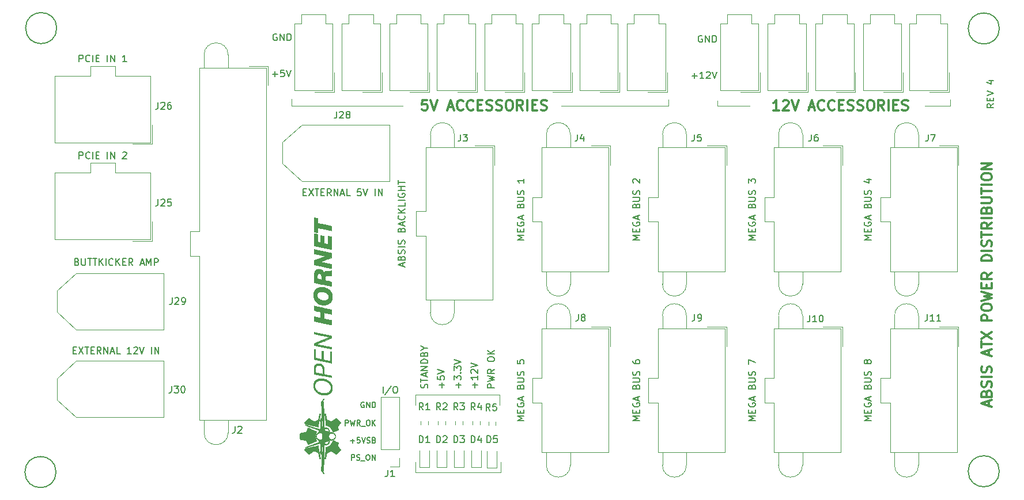
<source format=gbr>
%TF.GenerationSoftware,KiCad,Pcbnew,(5.1.9)-1*%
%TF.CreationDate,2022-08-18T15:43:49-06:00*%
%TF.ProjectId,ATX_PSU_Board,4154585f-5053-4555-9f42-6f6172642e6b,rev?*%
%TF.SameCoordinates,Original*%
%TF.FileFunction,Legend,Top*%
%TF.FilePolarity,Positive*%
%FSLAX46Y46*%
G04 Gerber Fmt 4.6, Leading zero omitted, Abs format (unit mm)*
G04 Created by KiCad (PCBNEW (5.1.9)-1) date 2022-08-18 15:43:49*
%MOMM*%
%LPD*%
G01*
G04 APERTURE LIST*
%ADD10C,0.150000*%
%ADD11C,0.120000*%
%ADD12C,0.300000*%
%ADD13C,0.010000*%
G04 APERTURE END LIST*
D10*
X84112357Y-119868904D02*
X84112357Y-119068904D01*
X84417119Y-119068904D01*
X84493309Y-119107000D01*
X84531404Y-119145095D01*
X84569500Y-119221285D01*
X84569500Y-119335571D01*
X84531404Y-119411761D01*
X84493309Y-119449857D01*
X84417119Y-119487952D01*
X84112357Y-119487952D01*
X84874261Y-119830809D02*
X84988547Y-119868904D01*
X85179023Y-119868904D01*
X85255214Y-119830809D01*
X85293309Y-119792714D01*
X85331404Y-119716523D01*
X85331404Y-119640333D01*
X85293309Y-119564142D01*
X85255214Y-119526047D01*
X85179023Y-119487952D01*
X85026642Y-119449857D01*
X84950452Y-119411761D01*
X84912357Y-119373666D01*
X84874261Y-119297476D01*
X84874261Y-119221285D01*
X84912357Y-119145095D01*
X84950452Y-119107000D01*
X85026642Y-119068904D01*
X85217119Y-119068904D01*
X85331404Y-119107000D01*
X85483785Y-119945095D02*
X86093309Y-119945095D01*
X86436166Y-119068904D02*
X86588547Y-119068904D01*
X86664738Y-119107000D01*
X86740928Y-119183190D01*
X86779023Y-119335571D01*
X86779023Y-119602238D01*
X86740928Y-119754619D01*
X86664738Y-119830809D01*
X86588547Y-119868904D01*
X86436166Y-119868904D01*
X86359976Y-119830809D01*
X86283785Y-119754619D01*
X86245690Y-119602238D01*
X86245690Y-119335571D01*
X86283785Y-119183190D01*
X86359976Y-119107000D01*
X86436166Y-119068904D01*
X87121880Y-119868904D02*
X87121880Y-119068904D01*
X87579023Y-119868904D01*
X87579023Y-119068904D01*
X83959976Y-117024142D02*
X84569500Y-117024142D01*
X84264738Y-117328904D02*
X84264738Y-116719380D01*
X85331404Y-116528904D02*
X84950452Y-116528904D01*
X84912357Y-116909857D01*
X84950452Y-116871761D01*
X85026642Y-116833666D01*
X85217119Y-116833666D01*
X85293309Y-116871761D01*
X85331404Y-116909857D01*
X85369500Y-116986047D01*
X85369500Y-117176523D01*
X85331404Y-117252714D01*
X85293309Y-117290809D01*
X85217119Y-117328904D01*
X85026642Y-117328904D01*
X84950452Y-117290809D01*
X84912357Y-117252714D01*
X85598071Y-116528904D02*
X85864738Y-117328904D01*
X86131404Y-116528904D01*
X86359976Y-117290809D02*
X86474261Y-117328904D01*
X86664738Y-117328904D01*
X86740928Y-117290809D01*
X86779023Y-117252714D01*
X86817119Y-117176523D01*
X86817119Y-117100333D01*
X86779023Y-117024142D01*
X86740928Y-116986047D01*
X86664738Y-116947952D01*
X86512357Y-116909857D01*
X86436166Y-116871761D01*
X86398071Y-116833666D01*
X86359976Y-116757476D01*
X86359976Y-116681285D01*
X86398071Y-116605095D01*
X86436166Y-116567000D01*
X86512357Y-116528904D01*
X86702833Y-116528904D01*
X86817119Y-116567000D01*
X87426642Y-116909857D02*
X87540928Y-116947952D01*
X87579023Y-116986047D01*
X87617119Y-117062238D01*
X87617119Y-117176523D01*
X87579023Y-117252714D01*
X87540928Y-117290809D01*
X87464738Y-117328904D01*
X87159976Y-117328904D01*
X87159976Y-116528904D01*
X87426642Y-116528904D01*
X87502833Y-116567000D01*
X87540928Y-116605095D01*
X87579023Y-116681285D01*
X87579023Y-116757476D01*
X87540928Y-116833666D01*
X87502833Y-116871761D01*
X87426642Y-116909857D01*
X87159976Y-116909857D01*
X83198071Y-114788904D02*
X83198071Y-113988904D01*
X83502833Y-113988904D01*
X83579023Y-114027000D01*
X83617119Y-114065095D01*
X83655214Y-114141285D01*
X83655214Y-114255571D01*
X83617119Y-114331761D01*
X83579023Y-114369857D01*
X83502833Y-114407952D01*
X83198071Y-114407952D01*
X83921880Y-113988904D02*
X84112357Y-114788904D01*
X84264738Y-114217476D01*
X84417119Y-114788904D01*
X84607595Y-113988904D01*
X85369500Y-114788904D02*
X85102833Y-114407952D01*
X84912357Y-114788904D02*
X84912357Y-113988904D01*
X85217119Y-113988904D01*
X85293309Y-114027000D01*
X85331404Y-114065095D01*
X85369500Y-114141285D01*
X85369500Y-114255571D01*
X85331404Y-114331761D01*
X85293309Y-114369857D01*
X85217119Y-114407952D01*
X84912357Y-114407952D01*
X85521880Y-114865095D02*
X86131404Y-114865095D01*
X86474261Y-113988904D02*
X86626642Y-113988904D01*
X86702833Y-114027000D01*
X86779023Y-114103190D01*
X86817119Y-114255571D01*
X86817119Y-114522238D01*
X86779023Y-114674619D01*
X86702833Y-114750809D01*
X86626642Y-114788904D01*
X86474261Y-114788904D01*
X86398071Y-114750809D01*
X86321880Y-114674619D01*
X86283785Y-114522238D01*
X86283785Y-114255571D01*
X86321880Y-114103190D01*
X86398071Y-114027000D01*
X86474261Y-113988904D01*
X87159976Y-114788904D02*
X87159976Y-113988904D01*
X87617119Y-114788904D02*
X87274261Y-114331761D01*
X87617119Y-113988904D02*
X87159976Y-114446047D01*
X85940928Y-111360000D02*
X85864738Y-111321904D01*
X85750452Y-111321904D01*
X85636166Y-111360000D01*
X85559976Y-111436190D01*
X85521880Y-111512380D01*
X85483785Y-111664761D01*
X85483785Y-111779047D01*
X85521880Y-111931428D01*
X85559976Y-112007619D01*
X85636166Y-112083809D01*
X85750452Y-112121904D01*
X85826642Y-112121904D01*
X85940928Y-112083809D01*
X85979023Y-112045714D01*
X85979023Y-111779047D01*
X85826642Y-111779047D01*
X86321880Y-112121904D02*
X86321880Y-111321904D01*
X86779023Y-112121904D01*
X86779023Y-111321904D01*
X87159976Y-112121904D02*
X87159976Y-111321904D01*
X87350452Y-111321904D01*
X87464738Y-111360000D01*
X87540928Y-111436190D01*
X87579023Y-111512380D01*
X87617119Y-111664761D01*
X87617119Y-111779047D01*
X87579023Y-111931428D01*
X87540928Y-112007619D01*
X87464738Y-112083809D01*
X87350452Y-112121904D01*
X87159976Y-112121904D01*
X134111095Y-63317428D02*
X134873000Y-63317428D01*
X134492047Y-63698380D02*
X134492047Y-62936476D01*
X135873000Y-63698380D02*
X135301571Y-63698380D01*
X135587285Y-63698380D02*
X135587285Y-62698380D01*
X135492047Y-62841238D01*
X135396809Y-62936476D01*
X135301571Y-62984095D01*
X136253952Y-62793619D02*
X136301571Y-62746000D01*
X136396809Y-62698380D01*
X136634904Y-62698380D01*
X136730142Y-62746000D01*
X136777761Y-62793619D01*
X136825380Y-62888857D01*
X136825380Y-62984095D01*
X136777761Y-63126952D01*
X136206333Y-63698380D01*
X136825380Y-63698380D01*
X137111095Y-62698380D02*
X137444428Y-63698380D01*
X137777761Y-62698380D01*
X135619095Y-57412000D02*
X135523857Y-57364380D01*
X135381000Y-57364380D01*
X135238142Y-57412000D01*
X135142904Y-57507238D01*
X135095285Y-57602476D01*
X135047666Y-57792952D01*
X135047666Y-57935809D01*
X135095285Y-58126285D01*
X135142904Y-58221523D01*
X135238142Y-58316761D01*
X135381000Y-58364380D01*
X135476238Y-58364380D01*
X135619095Y-58316761D01*
X135666714Y-58269142D01*
X135666714Y-57935809D01*
X135476238Y-57935809D01*
X136095285Y-58364380D02*
X136095285Y-57364380D01*
X136666714Y-58364380D01*
X136666714Y-57364380D01*
X137142904Y-58364380D02*
X137142904Y-57364380D01*
X137381000Y-57364380D01*
X137523857Y-57412000D01*
X137619095Y-57507238D01*
X137666714Y-57602476D01*
X137714333Y-57792952D01*
X137714333Y-57935809D01*
X137666714Y-58126285D01*
X137619095Y-58221523D01*
X137523857Y-58316761D01*
X137381000Y-58364380D01*
X137142904Y-58364380D01*
X72484285Y-63063428D02*
X73246190Y-63063428D01*
X72865238Y-63444380D02*
X72865238Y-62682476D01*
X74198571Y-62444380D02*
X73722380Y-62444380D01*
X73674761Y-62920571D01*
X73722380Y-62872952D01*
X73817619Y-62825333D01*
X74055714Y-62825333D01*
X74150952Y-62872952D01*
X74198571Y-62920571D01*
X74246190Y-63015809D01*
X74246190Y-63253904D01*
X74198571Y-63349142D01*
X74150952Y-63396761D01*
X74055714Y-63444380D01*
X73817619Y-63444380D01*
X73722380Y-63396761D01*
X73674761Y-63349142D01*
X74531904Y-62444380D02*
X74865238Y-63444380D01*
X75198571Y-62444380D01*
X73135095Y-57158000D02*
X73039857Y-57110380D01*
X72897000Y-57110380D01*
X72754142Y-57158000D01*
X72658904Y-57253238D01*
X72611285Y-57348476D01*
X72563666Y-57538952D01*
X72563666Y-57681809D01*
X72611285Y-57872285D01*
X72658904Y-57967523D01*
X72754142Y-58062761D01*
X72897000Y-58110380D01*
X72992238Y-58110380D01*
X73135095Y-58062761D01*
X73182714Y-58015142D01*
X73182714Y-57681809D01*
X72992238Y-57681809D01*
X73611285Y-58110380D02*
X73611285Y-57110380D01*
X74182714Y-58110380D01*
X74182714Y-57110380D01*
X74658904Y-58110380D02*
X74658904Y-57110380D01*
X74897000Y-57110380D01*
X75039857Y-57158000D01*
X75135095Y-57253238D01*
X75182714Y-57348476D01*
X75230333Y-57538952D01*
X75230333Y-57681809D01*
X75182714Y-57872285D01*
X75135095Y-57967523D01*
X75039857Y-58062761D01*
X74897000Y-58110380D01*
X74658904Y-58110380D01*
X178452380Y-67428571D02*
X177976190Y-67761904D01*
X178452380Y-68000000D02*
X177452380Y-68000000D01*
X177452380Y-67619047D01*
X177500000Y-67523809D01*
X177547619Y-67476190D01*
X177642857Y-67428571D01*
X177785714Y-67428571D01*
X177880952Y-67476190D01*
X177928571Y-67523809D01*
X177976190Y-67619047D01*
X177976190Y-68000000D01*
X177928571Y-67000000D02*
X177928571Y-66666666D01*
X178452380Y-66523809D02*
X178452380Y-67000000D01*
X177452380Y-67000000D01*
X177452380Y-66523809D01*
X177452380Y-66238095D02*
X178452380Y-65904761D01*
X177452380Y-65571428D01*
X177785714Y-64047619D02*
X178452380Y-64047619D01*
X177404761Y-64285714D02*
X178119047Y-64523809D01*
X178119047Y-63904761D01*
D11*
X172068000Y-67691000D02*
X172068000Y-66802000D01*
X168385000Y-67691000D02*
X172068000Y-67691000D01*
X137905000Y-67691000D02*
X142604000Y-67691000D01*
X137905000Y-66929000D02*
X137905000Y-67691000D01*
D12*
X146928685Y-68369571D02*
X146071542Y-68369571D01*
X146500114Y-68369571D02*
X146500114Y-66869571D01*
X146357257Y-67083857D01*
X146214400Y-67226714D01*
X146071542Y-67298142D01*
X147500114Y-67012428D02*
X147571542Y-66941000D01*
X147714400Y-66869571D01*
X148071542Y-66869571D01*
X148214400Y-66941000D01*
X148285828Y-67012428D01*
X148357257Y-67155285D01*
X148357257Y-67298142D01*
X148285828Y-67512428D01*
X147428685Y-68369571D01*
X148357257Y-68369571D01*
X148785828Y-66869571D02*
X149285828Y-68369571D01*
X149785828Y-66869571D01*
X151357257Y-67941000D02*
X152071542Y-67941000D01*
X151214400Y-68369571D02*
X151714400Y-66869571D01*
X152214400Y-68369571D01*
X153571542Y-68226714D02*
X153500114Y-68298142D01*
X153285828Y-68369571D01*
X153142971Y-68369571D01*
X152928685Y-68298142D01*
X152785828Y-68155285D01*
X152714400Y-68012428D01*
X152642971Y-67726714D01*
X152642971Y-67512428D01*
X152714400Y-67226714D01*
X152785828Y-67083857D01*
X152928685Y-66941000D01*
X153142971Y-66869571D01*
X153285828Y-66869571D01*
X153500114Y-66941000D01*
X153571542Y-67012428D01*
X155071542Y-68226714D02*
X155000114Y-68298142D01*
X154785828Y-68369571D01*
X154642971Y-68369571D01*
X154428685Y-68298142D01*
X154285828Y-68155285D01*
X154214400Y-68012428D01*
X154142971Y-67726714D01*
X154142971Y-67512428D01*
X154214400Y-67226714D01*
X154285828Y-67083857D01*
X154428685Y-66941000D01*
X154642971Y-66869571D01*
X154785828Y-66869571D01*
X155000114Y-66941000D01*
X155071542Y-67012428D01*
X155714400Y-67583857D02*
X156214400Y-67583857D01*
X156428685Y-68369571D02*
X155714400Y-68369571D01*
X155714400Y-66869571D01*
X156428685Y-66869571D01*
X157000114Y-68298142D02*
X157214400Y-68369571D01*
X157571542Y-68369571D01*
X157714400Y-68298142D01*
X157785828Y-68226714D01*
X157857257Y-68083857D01*
X157857257Y-67941000D01*
X157785828Y-67798142D01*
X157714400Y-67726714D01*
X157571542Y-67655285D01*
X157285828Y-67583857D01*
X157142971Y-67512428D01*
X157071542Y-67441000D01*
X157000114Y-67298142D01*
X157000114Y-67155285D01*
X157071542Y-67012428D01*
X157142971Y-66941000D01*
X157285828Y-66869571D01*
X157642971Y-66869571D01*
X157857257Y-66941000D01*
X158428685Y-68298142D02*
X158642971Y-68369571D01*
X159000114Y-68369571D01*
X159142971Y-68298142D01*
X159214400Y-68226714D01*
X159285828Y-68083857D01*
X159285828Y-67941000D01*
X159214400Y-67798142D01*
X159142971Y-67726714D01*
X159000114Y-67655285D01*
X158714400Y-67583857D01*
X158571542Y-67512428D01*
X158500114Y-67441000D01*
X158428685Y-67298142D01*
X158428685Y-67155285D01*
X158500114Y-67012428D01*
X158571542Y-66941000D01*
X158714400Y-66869571D01*
X159071542Y-66869571D01*
X159285828Y-66941000D01*
X160214400Y-66869571D02*
X160500114Y-66869571D01*
X160642971Y-66941000D01*
X160785828Y-67083857D01*
X160857257Y-67369571D01*
X160857257Y-67869571D01*
X160785828Y-68155285D01*
X160642971Y-68298142D01*
X160500114Y-68369571D01*
X160214400Y-68369571D01*
X160071542Y-68298142D01*
X159928685Y-68155285D01*
X159857257Y-67869571D01*
X159857257Y-67369571D01*
X159928685Y-67083857D01*
X160071542Y-66941000D01*
X160214400Y-66869571D01*
X162357257Y-68369571D02*
X161857257Y-67655285D01*
X161500114Y-68369571D02*
X161500114Y-66869571D01*
X162071542Y-66869571D01*
X162214400Y-66941000D01*
X162285828Y-67012428D01*
X162357257Y-67155285D01*
X162357257Y-67369571D01*
X162285828Y-67512428D01*
X162214400Y-67583857D01*
X162071542Y-67655285D01*
X161500114Y-67655285D01*
X163000114Y-68369571D02*
X163000114Y-66869571D01*
X163714400Y-67583857D02*
X164214400Y-67583857D01*
X164428685Y-68369571D02*
X163714400Y-68369571D01*
X163714400Y-66869571D01*
X164428685Y-66869571D01*
X165000114Y-68298142D02*
X165214400Y-68369571D01*
X165571542Y-68369571D01*
X165714400Y-68298142D01*
X165785828Y-68226714D01*
X165857257Y-68083857D01*
X165857257Y-67941000D01*
X165785828Y-67798142D01*
X165714400Y-67726714D01*
X165571542Y-67655285D01*
X165285828Y-67583857D01*
X165142971Y-67512428D01*
X165071542Y-67441000D01*
X165000114Y-67298142D01*
X165000114Y-67155285D01*
X165071542Y-67012428D01*
X165142971Y-66941000D01*
X165285828Y-66869571D01*
X165642971Y-66869571D01*
X165857257Y-66941000D01*
D11*
X130666000Y-67691000D02*
X130666000Y-66802000D01*
X114918000Y-67691000D02*
X130666000Y-67691000D01*
X75294000Y-67691000D02*
X91677000Y-67691000D01*
X75294000Y-66675000D02*
X75294000Y-67691000D01*
D12*
X95222142Y-66869571D02*
X94507857Y-66869571D01*
X94436428Y-67583857D01*
X94507857Y-67512428D01*
X94650714Y-67441000D01*
X95007857Y-67441000D01*
X95150714Y-67512428D01*
X95222142Y-67583857D01*
X95293571Y-67726714D01*
X95293571Y-68083857D01*
X95222142Y-68226714D01*
X95150714Y-68298142D01*
X95007857Y-68369571D01*
X94650714Y-68369571D01*
X94507857Y-68298142D01*
X94436428Y-68226714D01*
X95722142Y-66869571D02*
X96222142Y-68369571D01*
X96722142Y-66869571D01*
X98293571Y-67941000D02*
X99007857Y-67941000D01*
X98150714Y-68369571D02*
X98650714Y-66869571D01*
X99150714Y-68369571D01*
X100507857Y-68226714D02*
X100436428Y-68298142D01*
X100222142Y-68369571D01*
X100079285Y-68369571D01*
X99865000Y-68298142D01*
X99722142Y-68155285D01*
X99650714Y-68012428D01*
X99579285Y-67726714D01*
X99579285Y-67512428D01*
X99650714Y-67226714D01*
X99722142Y-67083857D01*
X99865000Y-66941000D01*
X100079285Y-66869571D01*
X100222142Y-66869571D01*
X100436428Y-66941000D01*
X100507857Y-67012428D01*
X102007857Y-68226714D02*
X101936428Y-68298142D01*
X101722142Y-68369571D01*
X101579285Y-68369571D01*
X101365000Y-68298142D01*
X101222142Y-68155285D01*
X101150714Y-68012428D01*
X101079285Y-67726714D01*
X101079285Y-67512428D01*
X101150714Y-67226714D01*
X101222142Y-67083857D01*
X101365000Y-66941000D01*
X101579285Y-66869571D01*
X101722142Y-66869571D01*
X101936428Y-66941000D01*
X102007857Y-67012428D01*
X102650714Y-67583857D02*
X103150714Y-67583857D01*
X103365000Y-68369571D02*
X102650714Y-68369571D01*
X102650714Y-66869571D01*
X103365000Y-66869571D01*
X103936428Y-68298142D02*
X104150714Y-68369571D01*
X104507857Y-68369571D01*
X104650714Y-68298142D01*
X104722142Y-68226714D01*
X104793571Y-68083857D01*
X104793571Y-67941000D01*
X104722142Y-67798142D01*
X104650714Y-67726714D01*
X104507857Y-67655285D01*
X104222142Y-67583857D01*
X104079285Y-67512428D01*
X104007857Y-67441000D01*
X103936428Y-67298142D01*
X103936428Y-67155285D01*
X104007857Y-67012428D01*
X104079285Y-66941000D01*
X104222142Y-66869571D01*
X104579285Y-66869571D01*
X104793571Y-66941000D01*
X105365000Y-68298142D02*
X105579285Y-68369571D01*
X105936428Y-68369571D01*
X106079285Y-68298142D01*
X106150714Y-68226714D01*
X106222142Y-68083857D01*
X106222142Y-67941000D01*
X106150714Y-67798142D01*
X106079285Y-67726714D01*
X105936428Y-67655285D01*
X105650714Y-67583857D01*
X105507857Y-67512428D01*
X105436428Y-67441000D01*
X105365000Y-67298142D01*
X105365000Y-67155285D01*
X105436428Y-67012428D01*
X105507857Y-66941000D01*
X105650714Y-66869571D01*
X106007857Y-66869571D01*
X106222142Y-66941000D01*
X107150714Y-66869571D02*
X107436428Y-66869571D01*
X107579285Y-66941000D01*
X107722142Y-67083857D01*
X107793571Y-67369571D01*
X107793571Y-67869571D01*
X107722142Y-68155285D01*
X107579285Y-68298142D01*
X107436428Y-68369571D01*
X107150714Y-68369571D01*
X107007857Y-68298142D01*
X106865000Y-68155285D01*
X106793571Y-67869571D01*
X106793571Y-67369571D01*
X106865000Y-67083857D01*
X107007857Y-66941000D01*
X107150714Y-66869571D01*
X109293571Y-68369571D02*
X108793571Y-67655285D01*
X108436428Y-68369571D02*
X108436428Y-66869571D01*
X109007857Y-66869571D01*
X109150714Y-66941000D01*
X109222142Y-67012428D01*
X109293571Y-67155285D01*
X109293571Y-67369571D01*
X109222142Y-67512428D01*
X109150714Y-67583857D01*
X109007857Y-67655285D01*
X108436428Y-67655285D01*
X109936428Y-68369571D02*
X109936428Y-66869571D01*
X110650714Y-67583857D02*
X111150714Y-67583857D01*
X111365000Y-68369571D02*
X110650714Y-68369571D01*
X110650714Y-66869571D01*
X111365000Y-66869571D01*
X111936428Y-68298142D02*
X112150714Y-68369571D01*
X112507857Y-68369571D01*
X112650714Y-68298142D01*
X112722142Y-68226714D01*
X112793571Y-68083857D01*
X112793571Y-67941000D01*
X112722142Y-67798142D01*
X112650714Y-67726714D01*
X112507857Y-67655285D01*
X112222142Y-67583857D01*
X112079285Y-67512428D01*
X112007857Y-67441000D01*
X111936428Y-67298142D01*
X111936428Y-67155285D01*
X112007857Y-67012428D01*
X112079285Y-66941000D01*
X112222142Y-66869571D01*
X112579285Y-66869571D01*
X112793571Y-66941000D01*
D10*
X105083380Y-109208433D02*
X104083380Y-109208433D01*
X104083380Y-108827481D01*
X104131000Y-108732243D01*
X104178619Y-108684624D01*
X104273857Y-108637005D01*
X104416714Y-108637005D01*
X104511952Y-108684624D01*
X104559571Y-108732243D01*
X104607190Y-108827481D01*
X104607190Y-109208433D01*
X104083380Y-108303671D02*
X105083380Y-108065576D01*
X104369095Y-107875100D01*
X105083380Y-107684624D01*
X104083380Y-107446529D01*
X105083380Y-106494148D02*
X104607190Y-106827481D01*
X105083380Y-107065576D02*
X104083380Y-107065576D01*
X104083380Y-106684624D01*
X104131000Y-106589386D01*
X104178619Y-106541767D01*
X104273857Y-106494148D01*
X104416714Y-106494148D01*
X104511952Y-106541767D01*
X104559571Y-106589386D01*
X104607190Y-106684624D01*
X104607190Y-107065576D01*
X104083380Y-105113195D02*
X104083380Y-104922719D01*
X104131000Y-104827481D01*
X104226238Y-104732243D01*
X104416714Y-104684624D01*
X104750047Y-104684624D01*
X104940523Y-104732243D01*
X105035761Y-104827481D01*
X105083380Y-104922719D01*
X105083380Y-105113195D01*
X105035761Y-105208433D01*
X104940523Y-105303671D01*
X104750047Y-105351290D01*
X104416714Y-105351290D01*
X104226238Y-105303671D01*
X104131000Y-105208433D01*
X104083380Y-105113195D01*
X105083380Y-104256052D02*
X104083380Y-104256052D01*
X105083380Y-103684624D02*
X104511952Y-104113195D01*
X104083380Y-103684624D02*
X104654809Y-104256052D01*
D12*
X177750000Y-111892857D02*
X177750000Y-111178571D01*
X178178571Y-112035714D02*
X176678571Y-111535714D01*
X178178571Y-111035714D01*
X177392857Y-110035714D02*
X177464285Y-109821428D01*
X177535714Y-109750000D01*
X177678571Y-109678571D01*
X177892857Y-109678571D01*
X178035714Y-109750000D01*
X178107142Y-109821428D01*
X178178571Y-109964285D01*
X178178571Y-110535714D01*
X176678571Y-110535714D01*
X176678571Y-110035714D01*
X176750000Y-109892857D01*
X176821428Y-109821428D01*
X176964285Y-109750000D01*
X177107142Y-109750000D01*
X177250000Y-109821428D01*
X177321428Y-109892857D01*
X177392857Y-110035714D01*
X177392857Y-110535714D01*
X178107142Y-109107142D02*
X178178571Y-108892857D01*
X178178571Y-108535714D01*
X178107142Y-108392857D01*
X178035714Y-108321428D01*
X177892857Y-108250000D01*
X177750000Y-108250000D01*
X177607142Y-108321428D01*
X177535714Y-108392857D01*
X177464285Y-108535714D01*
X177392857Y-108821428D01*
X177321428Y-108964285D01*
X177250000Y-109035714D01*
X177107142Y-109107142D01*
X176964285Y-109107142D01*
X176821428Y-109035714D01*
X176750000Y-108964285D01*
X176678571Y-108821428D01*
X176678571Y-108464285D01*
X176750000Y-108250000D01*
X178178571Y-107607142D02*
X176678571Y-107607142D01*
X178107142Y-106964285D02*
X178178571Y-106750000D01*
X178178571Y-106392857D01*
X178107142Y-106250000D01*
X178035714Y-106178571D01*
X177892857Y-106107142D01*
X177750000Y-106107142D01*
X177607142Y-106178571D01*
X177535714Y-106250000D01*
X177464285Y-106392857D01*
X177392857Y-106678571D01*
X177321428Y-106821428D01*
X177250000Y-106892857D01*
X177107142Y-106964285D01*
X176964285Y-106964285D01*
X176821428Y-106892857D01*
X176750000Y-106821428D01*
X176678571Y-106678571D01*
X176678571Y-106321428D01*
X176750000Y-106107142D01*
X177750000Y-104392857D02*
X177750000Y-103678571D01*
X178178571Y-104535714D02*
X176678571Y-104035714D01*
X178178571Y-103535714D01*
X176678571Y-103250000D02*
X176678571Y-102392857D01*
X178178571Y-102821428D02*
X176678571Y-102821428D01*
X176678571Y-102035714D02*
X178178571Y-101035714D01*
X176678571Y-101035714D02*
X178178571Y-102035714D01*
X178178571Y-99321428D02*
X176678571Y-99321428D01*
X176678571Y-98750000D01*
X176750000Y-98607142D01*
X176821428Y-98535714D01*
X176964285Y-98464285D01*
X177178571Y-98464285D01*
X177321428Y-98535714D01*
X177392857Y-98607142D01*
X177464285Y-98750000D01*
X177464285Y-99321428D01*
X176678571Y-97535714D02*
X176678571Y-97250000D01*
X176750000Y-97107142D01*
X176892857Y-96964285D01*
X177178571Y-96892857D01*
X177678571Y-96892857D01*
X177964285Y-96964285D01*
X178107142Y-97107142D01*
X178178571Y-97250000D01*
X178178571Y-97535714D01*
X178107142Y-97678571D01*
X177964285Y-97821428D01*
X177678571Y-97892857D01*
X177178571Y-97892857D01*
X176892857Y-97821428D01*
X176750000Y-97678571D01*
X176678571Y-97535714D01*
X176678571Y-96392857D02*
X178178571Y-96035714D01*
X177107142Y-95750000D01*
X178178571Y-95464285D01*
X176678571Y-95107142D01*
X177392857Y-94535714D02*
X177392857Y-94035714D01*
X178178571Y-93821428D02*
X178178571Y-94535714D01*
X176678571Y-94535714D01*
X176678571Y-93821428D01*
X178178571Y-92321428D02*
X177464285Y-92821428D01*
X178178571Y-93178571D02*
X176678571Y-93178571D01*
X176678571Y-92607142D01*
X176750000Y-92464285D01*
X176821428Y-92392857D01*
X176964285Y-92321428D01*
X177178571Y-92321428D01*
X177321428Y-92392857D01*
X177392857Y-92464285D01*
X177464285Y-92607142D01*
X177464285Y-93178571D01*
X178178571Y-90535714D02*
X176678571Y-90535714D01*
X176678571Y-90178571D01*
X176750000Y-89964285D01*
X176892857Y-89821428D01*
X177035714Y-89750000D01*
X177321428Y-89678571D01*
X177535714Y-89678571D01*
X177821428Y-89750000D01*
X177964285Y-89821428D01*
X178107142Y-89964285D01*
X178178571Y-90178571D01*
X178178571Y-90535714D01*
X178178571Y-89035714D02*
X176678571Y-89035714D01*
X178107142Y-88392857D02*
X178178571Y-88178571D01*
X178178571Y-87821428D01*
X178107142Y-87678571D01*
X178035714Y-87607142D01*
X177892857Y-87535714D01*
X177750000Y-87535714D01*
X177607142Y-87607142D01*
X177535714Y-87678571D01*
X177464285Y-87821428D01*
X177392857Y-88107142D01*
X177321428Y-88250000D01*
X177250000Y-88321428D01*
X177107142Y-88392857D01*
X176964285Y-88392857D01*
X176821428Y-88321428D01*
X176750000Y-88250000D01*
X176678571Y-88107142D01*
X176678571Y-87750000D01*
X176750000Y-87535714D01*
X176678571Y-87107142D02*
X176678571Y-86250000D01*
X178178571Y-86678571D02*
X176678571Y-86678571D01*
X178178571Y-84892857D02*
X177464285Y-85392857D01*
X178178571Y-85750000D02*
X176678571Y-85750000D01*
X176678571Y-85178571D01*
X176750000Y-85035714D01*
X176821428Y-84964285D01*
X176964285Y-84892857D01*
X177178571Y-84892857D01*
X177321428Y-84964285D01*
X177392857Y-85035714D01*
X177464285Y-85178571D01*
X177464285Y-85750000D01*
X178178571Y-84250000D02*
X176678571Y-84250000D01*
X177392857Y-83035714D02*
X177464285Y-82821428D01*
X177535714Y-82750000D01*
X177678571Y-82678571D01*
X177892857Y-82678571D01*
X178035714Y-82750000D01*
X178107142Y-82821428D01*
X178178571Y-82964285D01*
X178178571Y-83535714D01*
X176678571Y-83535714D01*
X176678571Y-83035714D01*
X176750000Y-82892857D01*
X176821428Y-82821428D01*
X176964285Y-82750000D01*
X177107142Y-82750000D01*
X177250000Y-82821428D01*
X177321428Y-82892857D01*
X177392857Y-83035714D01*
X177392857Y-83535714D01*
X176678571Y-82035714D02*
X177892857Y-82035714D01*
X178035714Y-81964285D01*
X178107142Y-81892857D01*
X178178571Y-81750000D01*
X178178571Y-81464285D01*
X178107142Y-81321428D01*
X178035714Y-81250000D01*
X177892857Y-81178571D01*
X176678571Y-81178571D01*
X176678571Y-80678571D02*
X176678571Y-79821428D01*
X178178571Y-80250000D02*
X176678571Y-80250000D01*
X178178571Y-79321428D02*
X176678571Y-79321428D01*
X176678571Y-78321428D02*
X176678571Y-78035714D01*
X176750000Y-77892857D01*
X176892857Y-77750000D01*
X177178571Y-77678571D01*
X177678571Y-77678571D01*
X177964285Y-77750000D01*
X178107142Y-77892857D01*
X178178571Y-78035714D01*
X178178571Y-78321428D01*
X178107142Y-78464285D01*
X177964285Y-78607142D01*
X177678571Y-78678571D01*
X177178571Y-78678571D01*
X176892857Y-78607142D01*
X176750000Y-78464285D01*
X176678571Y-78321428D01*
X178178571Y-77035714D02*
X176678571Y-77035714D01*
X178178571Y-76178571D01*
X176678571Y-76178571D01*
D11*
X106028000Y-120116600D02*
X106028000Y-121659600D01*
X106028000Y-121659600D02*
X93536000Y-121659600D01*
X93536000Y-121659600D02*
X93536000Y-120135600D01*
X105901000Y-110229600D02*
X105901000Y-111753600D01*
X93536000Y-110229600D02*
X105901000Y-110229600D01*
X93536000Y-111753600D02*
X93536000Y-110229600D01*
D10*
X102257678Y-109208433D02*
X102257678Y-108446529D01*
X102638630Y-108827481D02*
X101876726Y-108827481D01*
X102638630Y-107446529D02*
X102638630Y-108017957D01*
X102638630Y-107732243D02*
X101638630Y-107732243D01*
X101781488Y-107827481D01*
X101876726Y-107922719D01*
X101924345Y-108017957D01*
X101733869Y-107065576D02*
X101686250Y-107017957D01*
X101638630Y-106922719D01*
X101638630Y-106684624D01*
X101686250Y-106589386D01*
X101733869Y-106541767D01*
X101829107Y-106494148D01*
X101924345Y-106494148D01*
X102067202Y-106541767D01*
X102638630Y-107113195D01*
X102638630Y-106494148D01*
X101638630Y-106208433D02*
X102638630Y-105875100D01*
X101638630Y-105541767D01*
X99812928Y-109208433D02*
X99812928Y-108446529D01*
X100193880Y-108827481D02*
X99431976Y-108827481D01*
X99193880Y-108065576D02*
X99193880Y-107446529D01*
X99574833Y-107779862D01*
X99574833Y-107637005D01*
X99622452Y-107541767D01*
X99670071Y-107494148D01*
X99765309Y-107446529D01*
X100003404Y-107446529D01*
X100098642Y-107494148D01*
X100146261Y-107541767D01*
X100193880Y-107637005D01*
X100193880Y-107922719D01*
X100146261Y-108017957D01*
X100098642Y-108065576D01*
X100098642Y-107017957D02*
X100146261Y-106970338D01*
X100193880Y-107017957D01*
X100146261Y-107065576D01*
X100098642Y-107017957D01*
X100193880Y-107017957D01*
X99193880Y-106637005D02*
X99193880Y-106017957D01*
X99574833Y-106351290D01*
X99574833Y-106208433D01*
X99622452Y-106113195D01*
X99670071Y-106065576D01*
X99765309Y-106017957D01*
X100003404Y-106017957D01*
X100098642Y-106065576D01*
X100146261Y-106113195D01*
X100193880Y-106208433D01*
X100193880Y-106494148D01*
X100146261Y-106589386D01*
X100098642Y-106637005D01*
X99193880Y-105732243D02*
X100193880Y-105398909D01*
X99193880Y-105065576D01*
X97368178Y-109208433D02*
X97368178Y-108446529D01*
X97749130Y-108827481D02*
X96987226Y-108827481D01*
X96749130Y-107494148D02*
X96749130Y-107970338D01*
X97225321Y-108017957D01*
X97177702Y-107970338D01*
X97130083Y-107875100D01*
X97130083Y-107637005D01*
X97177702Y-107541767D01*
X97225321Y-107494148D01*
X97320559Y-107446529D01*
X97558654Y-107446529D01*
X97653892Y-107494148D01*
X97701511Y-107541767D01*
X97749130Y-107637005D01*
X97749130Y-107875100D01*
X97701511Y-107970338D01*
X97653892Y-108017957D01*
X96749130Y-107160814D02*
X97749130Y-106827481D01*
X96749130Y-106494148D01*
X95256761Y-109256052D02*
X95304380Y-109113195D01*
X95304380Y-108875100D01*
X95256761Y-108779862D01*
X95209142Y-108732243D01*
X95113904Y-108684624D01*
X95018666Y-108684624D01*
X94923428Y-108732243D01*
X94875809Y-108779862D01*
X94828190Y-108875100D01*
X94780571Y-109065576D01*
X94732952Y-109160814D01*
X94685333Y-109208433D01*
X94590095Y-109256052D01*
X94494857Y-109256052D01*
X94399619Y-109208433D01*
X94352000Y-109160814D01*
X94304380Y-109065576D01*
X94304380Y-108827481D01*
X94352000Y-108684624D01*
X94304380Y-108398909D02*
X94304380Y-107827481D01*
X95304380Y-108113195D02*
X94304380Y-108113195D01*
X95018666Y-107541767D02*
X95018666Y-107065576D01*
X95304380Y-107637005D02*
X94304380Y-107303671D01*
X95304380Y-106970338D01*
X95304380Y-106637005D02*
X94304380Y-106637005D01*
X95304380Y-106065576D01*
X94304380Y-106065576D01*
X95304380Y-105589386D02*
X94304380Y-105589386D01*
X94304380Y-105351290D01*
X94352000Y-105208433D01*
X94447238Y-105113195D01*
X94542476Y-105065576D01*
X94732952Y-105017957D01*
X94875809Y-105017957D01*
X95066285Y-105065576D01*
X95161523Y-105113195D01*
X95256761Y-105208433D01*
X95304380Y-105351290D01*
X95304380Y-105589386D01*
X94780571Y-104256052D02*
X94828190Y-104113195D01*
X94875809Y-104065576D01*
X94971047Y-104017957D01*
X95113904Y-104017957D01*
X95209142Y-104065576D01*
X95256761Y-104113195D01*
X95304380Y-104208433D01*
X95304380Y-104589386D01*
X94304380Y-104589386D01*
X94304380Y-104256052D01*
X94352000Y-104160814D01*
X94399619Y-104113195D01*
X94494857Y-104065576D01*
X94590095Y-104065576D01*
X94685333Y-104113195D01*
X94732952Y-104160814D01*
X94780571Y-104256052D01*
X94780571Y-104589386D01*
X94828190Y-103398909D02*
X95304380Y-103398909D01*
X94304380Y-103732243D02*
X94828190Y-103398909D01*
X94304380Y-103065576D01*
D11*
%TO.C,J1*%
X91102000Y-110557000D02*
X88442000Y-110557000D01*
X91102000Y-118237000D02*
X91102000Y-110557000D01*
X88442000Y-118237000D02*
X88442000Y-110557000D01*
X91102000Y-118237000D02*
X88442000Y-118237000D01*
X91102000Y-119507000D02*
X91102000Y-120837000D01*
X91102000Y-120837000D02*
X89772000Y-120837000D01*
%TO.C,J25*%
X47550000Y-87360000D02*
X54560000Y-87360000D01*
X54560000Y-87360000D02*
X54560000Y-77540000D01*
X54560000Y-77540000D02*
X49360000Y-77540000D01*
X49360000Y-77540000D02*
X49360000Y-76140000D01*
X49360000Y-76140000D02*
X47550000Y-76140000D01*
X47550000Y-87360000D02*
X40540000Y-87360000D01*
X40540000Y-87360000D02*
X40540000Y-77540000D01*
X40540000Y-77540000D02*
X45740000Y-77540000D01*
X45740000Y-77540000D02*
X45740000Y-76140000D01*
X45740000Y-76140000D02*
X47550000Y-76140000D01*
X51950000Y-87600000D02*
X54800000Y-87600000D01*
X54800000Y-87600000D02*
X54800000Y-84750000D01*
%TO.C,J26*%
X47550000Y-73110000D02*
X54560000Y-73110000D01*
X54560000Y-73110000D02*
X54560000Y-63290000D01*
X54560000Y-63290000D02*
X49360000Y-63290000D01*
X49360000Y-63290000D02*
X49360000Y-61890000D01*
X49360000Y-61890000D02*
X47550000Y-61890000D01*
X47550000Y-73110000D02*
X40540000Y-73110000D01*
X40540000Y-73110000D02*
X40540000Y-63290000D01*
X40540000Y-63290000D02*
X45740000Y-63290000D01*
X45740000Y-63290000D02*
X45740000Y-61890000D01*
X45740000Y-61890000D02*
X47550000Y-61890000D01*
X51950000Y-73350000D02*
X54800000Y-73350000D01*
X54800000Y-73350000D02*
X54800000Y-70500000D01*
%TO.C,J30*%
X40805200Y-110976800D02*
X43655200Y-113576800D01*
X43655200Y-105276800D02*
X40805200Y-107826800D01*
X56505200Y-113576800D02*
X56505200Y-105276800D01*
X43655200Y-113576800D02*
X56505200Y-113576800D01*
X40805200Y-107826800D02*
X40805200Y-110976800D01*
X56505200Y-105276800D02*
X43655200Y-105276800D01*
%TO.C,J29*%
X56505200Y-92376400D02*
X43655200Y-92376400D01*
X40805200Y-94926400D02*
X40805200Y-98076400D01*
X43655200Y-100676400D02*
X56505200Y-100676400D01*
X56505200Y-100676400D02*
X56505200Y-92376400D01*
X43655200Y-92376400D02*
X40805200Y-94926400D01*
X40805200Y-98076400D02*
X43655200Y-100676400D01*
%TO.C,J20*%
X168867600Y-65453600D02*
X171677600Y-65453600D01*
X171677600Y-65453600D02*
X171677600Y-55633600D01*
X171677600Y-55633600D02*
X170677600Y-55633600D01*
X170677600Y-55633600D02*
X170677600Y-54233600D01*
X170677600Y-54233600D02*
X168867600Y-54233600D01*
X168867600Y-65453600D02*
X166057600Y-65453600D01*
X166057600Y-65453600D02*
X166057600Y-55633600D01*
X166057600Y-55633600D02*
X167057600Y-55633600D01*
X167057600Y-55633600D02*
X167057600Y-54233600D01*
X167057600Y-54233600D02*
X168867600Y-54233600D01*
X169067600Y-65693600D02*
X171917600Y-65693600D01*
X171917600Y-65693600D02*
X171917600Y-62843600D01*
%TO.C,J11*%
X167416400Y-98601800D02*
X167416400Y-100491800D01*
X163896400Y-98601800D02*
X163896400Y-100491800D01*
X167416400Y-120601800D02*
X167416400Y-118711800D01*
X163896400Y-120601800D02*
X163896400Y-118711800D01*
X173056400Y-109601800D02*
X173056400Y-100491800D01*
X173056400Y-100491800D02*
X163236400Y-100491800D01*
X163236400Y-100491800D02*
X163236400Y-107791800D01*
X163236400Y-107791800D02*
X161836400Y-107791800D01*
X161836400Y-107791800D02*
X161836400Y-109601800D01*
X173056400Y-109601800D02*
X173056400Y-118711800D01*
X173056400Y-118711800D02*
X163236400Y-118711800D01*
X163236400Y-118711800D02*
X163236400Y-111411800D01*
X163236400Y-111411800D02*
X161836400Y-111411800D01*
X161836400Y-111411800D02*
X161836400Y-109601800D01*
X173296400Y-103101800D02*
X173296400Y-100251800D01*
X173296400Y-100251800D02*
X170446400Y-100251800D01*
X163896400Y-120601800D02*
G75*
G03*
X167416400Y-120601800I1760000J0D01*
G01*
X167416400Y-98601800D02*
G75*
G03*
X163896400Y-98601800I-1760000J0D01*
G01*
%TO.C,J24*%
X141083632Y-65467200D02*
X143893632Y-65467200D01*
X143893632Y-65467200D02*
X143893632Y-55647200D01*
X143893632Y-55647200D02*
X142893632Y-55647200D01*
X142893632Y-55647200D02*
X142893632Y-54247200D01*
X142893632Y-54247200D02*
X141083632Y-54247200D01*
X141083632Y-65467200D02*
X138273632Y-65467200D01*
X138273632Y-65467200D02*
X138273632Y-55647200D01*
X138273632Y-55647200D02*
X139273632Y-55647200D01*
X139273632Y-55647200D02*
X139273632Y-54247200D01*
X139273632Y-54247200D02*
X141083632Y-54247200D01*
X141283632Y-65707200D02*
X144133632Y-65707200D01*
X144133632Y-65707200D02*
X144133632Y-62857200D01*
%TO.C,J23*%
X148086774Y-65467200D02*
X150896774Y-65467200D01*
X150896774Y-65467200D02*
X150896774Y-55647200D01*
X150896774Y-55647200D02*
X149896774Y-55647200D01*
X149896774Y-55647200D02*
X149896774Y-54247200D01*
X149896774Y-54247200D02*
X148086774Y-54247200D01*
X148086774Y-65467200D02*
X145276774Y-65467200D01*
X145276774Y-65467200D02*
X145276774Y-55647200D01*
X145276774Y-55647200D02*
X146276774Y-55647200D01*
X146276774Y-55647200D02*
X146276774Y-54247200D01*
X146276774Y-54247200D02*
X148086774Y-54247200D01*
X148286774Y-65707200D02*
X151136774Y-65707200D01*
X151136774Y-65707200D02*
X151136774Y-62857200D01*
%TO.C,J22*%
X155089916Y-65467200D02*
X157899916Y-65467200D01*
X157899916Y-65467200D02*
X157899916Y-55647200D01*
X157899916Y-55647200D02*
X156899916Y-55647200D01*
X156899916Y-55647200D02*
X156899916Y-54247200D01*
X156899916Y-54247200D02*
X155089916Y-54247200D01*
X155089916Y-65467200D02*
X152279916Y-65467200D01*
X152279916Y-65467200D02*
X152279916Y-55647200D01*
X152279916Y-55647200D02*
X153279916Y-55647200D01*
X153279916Y-55647200D02*
X153279916Y-54247200D01*
X153279916Y-54247200D02*
X155089916Y-54247200D01*
X155289916Y-65707200D02*
X158139916Y-65707200D01*
X158139916Y-65707200D02*
X158139916Y-62857200D01*
%TO.C,J21*%
X162093058Y-65467200D02*
X164903058Y-65467200D01*
X164903058Y-65467200D02*
X164903058Y-55647200D01*
X164903058Y-55647200D02*
X163903058Y-55647200D01*
X163903058Y-55647200D02*
X163903058Y-54247200D01*
X163903058Y-54247200D02*
X162093058Y-54247200D01*
X162093058Y-65467200D02*
X159283058Y-65467200D01*
X159283058Y-65467200D02*
X159283058Y-55647200D01*
X159283058Y-55647200D02*
X160283058Y-55647200D01*
X160283058Y-55647200D02*
X160283058Y-54247200D01*
X160283058Y-54247200D02*
X162093058Y-54247200D01*
X162293058Y-65707200D02*
X165143058Y-65707200D01*
X165143058Y-65707200D02*
X165143058Y-62857200D01*
%TO.C,J19*%
X127414800Y-65453600D02*
X130224800Y-65453600D01*
X130224800Y-65453600D02*
X130224800Y-55633600D01*
X130224800Y-55633600D02*
X129224800Y-55633600D01*
X129224800Y-55633600D02*
X129224800Y-54233600D01*
X129224800Y-54233600D02*
X127414800Y-54233600D01*
X127414800Y-65453600D02*
X124604800Y-65453600D01*
X124604800Y-65453600D02*
X124604800Y-55633600D01*
X124604800Y-55633600D02*
X125604800Y-55633600D01*
X125604800Y-55633600D02*
X125604800Y-54233600D01*
X125604800Y-54233600D02*
X127414800Y-54233600D01*
X127614800Y-65693600D02*
X130464800Y-65693600D01*
X130464800Y-65693600D02*
X130464800Y-62843600D01*
%TO.C,J18*%
X120429800Y-65453600D02*
X123239800Y-65453600D01*
X123239800Y-65453600D02*
X123239800Y-55633600D01*
X123239800Y-55633600D02*
X122239800Y-55633600D01*
X122239800Y-55633600D02*
X122239800Y-54233600D01*
X122239800Y-54233600D02*
X120429800Y-54233600D01*
X120429800Y-65453600D02*
X117619800Y-65453600D01*
X117619800Y-65453600D02*
X117619800Y-55633600D01*
X117619800Y-55633600D02*
X118619800Y-55633600D01*
X118619800Y-55633600D02*
X118619800Y-54233600D01*
X118619800Y-54233600D02*
X120429800Y-54233600D01*
X120629800Y-65693600D02*
X123479800Y-65693600D01*
X123479800Y-65693600D02*
X123479800Y-62843600D01*
%TO.C,J17*%
X113444800Y-65453600D02*
X116254800Y-65453600D01*
X116254800Y-65453600D02*
X116254800Y-55633600D01*
X116254800Y-55633600D02*
X115254800Y-55633600D01*
X115254800Y-55633600D02*
X115254800Y-54233600D01*
X115254800Y-54233600D02*
X113444800Y-54233600D01*
X113444800Y-65453600D02*
X110634800Y-65453600D01*
X110634800Y-65453600D02*
X110634800Y-55633600D01*
X110634800Y-55633600D02*
X111634800Y-55633600D01*
X111634800Y-55633600D02*
X111634800Y-54233600D01*
X111634800Y-54233600D02*
X113444800Y-54233600D01*
X113644800Y-65693600D02*
X116494800Y-65693600D01*
X116494800Y-65693600D02*
X116494800Y-62843600D01*
%TO.C,J16*%
X106459800Y-65453600D02*
X109269800Y-65453600D01*
X109269800Y-65453600D02*
X109269800Y-55633600D01*
X109269800Y-55633600D02*
X108269800Y-55633600D01*
X108269800Y-55633600D02*
X108269800Y-54233600D01*
X108269800Y-54233600D02*
X106459800Y-54233600D01*
X106459800Y-65453600D02*
X103649800Y-65453600D01*
X103649800Y-65453600D02*
X103649800Y-55633600D01*
X103649800Y-55633600D02*
X104649800Y-55633600D01*
X104649800Y-55633600D02*
X104649800Y-54233600D01*
X104649800Y-54233600D02*
X106459800Y-54233600D01*
X106659800Y-65693600D02*
X109509800Y-65693600D01*
X109509800Y-65693600D02*
X109509800Y-62843600D01*
%TO.C,J15*%
X99474800Y-65453600D02*
X102284800Y-65453600D01*
X102284800Y-65453600D02*
X102284800Y-55633600D01*
X102284800Y-55633600D02*
X101284800Y-55633600D01*
X101284800Y-55633600D02*
X101284800Y-54233600D01*
X101284800Y-54233600D02*
X99474800Y-54233600D01*
X99474800Y-65453600D02*
X96664800Y-65453600D01*
X96664800Y-65453600D02*
X96664800Y-55633600D01*
X96664800Y-55633600D02*
X97664800Y-55633600D01*
X97664800Y-55633600D02*
X97664800Y-54233600D01*
X97664800Y-54233600D02*
X99474800Y-54233600D01*
X99674800Y-65693600D02*
X102524800Y-65693600D01*
X102524800Y-65693600D02*
X102524800Y-62843600D01*
%TO.C,J14*%
X92489800Y-65453600D02*
X95299800Y-65453600D01*
X95299800Y-65453600D02*
X95299800Y-55633600D01*
X95299800Y-55633600D02*
X94299800Y-55633600D01*
X94299800Y-55633600D02*
X94299800Y-54233600D01*
X94299800Y-54233600D02*
X92489800Y-54233600D01*
X92489800Y-65453600D02*
X89679800Y-65453600D01*
X89679800Y-65453600D02*
X89679800Y-55633600D01*
X89679800Y-55633600D02*
X90679800Y-55633600D01*
X90679800Y-55633600D02*
X90679800Y-54233600D01*
X90679800Y-54233600D02*
X92489800Y-54233600D01*
X92689800Y-65693600D02*
X95539800Y-65693600D01*
X95539800Y-65693600D02*
X95539800Y-62843600D01*
%TO.C,J13*%
X85504800Y-65453600D02*
X88314800Y-65453600D01*
X88314800Y-65453600D02*
X88314800Y-55633600D01*
X88314800Y-55633600D02*
X87314800Y-55633600D01*
X87314800Y-55633600D02*
X87314800Y-54233600D01*
X87314800Y-54233600D02*
X85504800Y-54233600D01*
X85504800Y-65453600D02*
X82694800Y-65453600D01*
X82694800Y-65453600D02*
X82694800Y-55633600D01*
X82694800Y-55633600D02*
X83694800Y-55633600D01*
X83694800Y-55633600D02*
X83694800Y-54233600D01*
X83694800Y-54233600D02*
X85504800Y-54233600D01*
X85704800Y-65693600D02*
X88554800Y-65693600D01*
X88554800Y-65693600D02*
X88554800Y-62843600D01*
%TO.C,J12*%
X78519800Y-65453600D02*
X81329800Y-65453600D01*
X81329800Y-65453600D02*
X81329800Y-55633600D01*
X81329800Y-55633600D02*
X80329800Y-55633600D01*
X80329800Y-55633600D02*
X80329800Y-54233600D01*
X80329800Y-54233600D02*
X78519800Y-54233600D01*
X78519800Y-65453600D02*
X75709800Y-65453600D01*
X75709800Y-65453600D02*
X75709800Y-55633600D01*
X75709800Y-55633600D02*
X76709800Y-55633600D01*
X76709800Y-55633600D02*
X76709800Y-54233600D01*
X76709800Y-54233600D02*
X78519800Y-54233600D01*
X78719800Y-65693600D02*
X81569800Y-65693600D01*
X81569800Y-65693600D02*
X81569800Y-62843600D01*
%TO.C,R5*%
X104227500Y-114716324D02*
X104227500Y-114206876D01*
X105272500Y-114716324D02*
X105272500Y-114206876D01*
%TO.C,D5*%
X104005000Y-118511600D02*
X104005000Y-120971600D01*
X104005000Y-120971600D02*
X105475000Y-120971600D01*
X105475000Y-120971600D02*
X105475000Y-118511600D01*
%TO.C,J28*%
X73978400Y-76226800D02*
X76828400Y-78826800D01*
X76828400Y-70526800D02*
X73978400Y-73076800D01*
X89678400Y-78826800D02*
X89678400Y-70526800D01*
X76828400Y-78826800D02*
X89678400Y-78826800D01*
X73978400Y-73076800D02*
X73978400Y-76226800D01*
X89678400Y-70526800D02*
X76828400Y-70526800D01*
%TO.C,R4*%
X102948500Y-114651824D02*
X102948500Y-114142376D01*
X101903500Y-114651824D02*
X101903500Y-114142376D01*
%TO.C,R3*%
X100408500Y-114651824D02*
X100408500Y-114142376D01*
X99363500Y-114651824D02*
X99363500Y-114142376D01*
%TO.C,R2*%
X97868500Y-114651824D02*
X97868500Y-114142376D01*
X96823500Y-114651824D02*
X96823500Y-114142376D01*
%TO.C,R1*%
X95328500Y-114651824D02*
X95328500Y-114142376D01*
X94283500Y-114651824D02*
X94283500Y-114142376D01*
%TO.C,D4*%
X103161000Y-120892600D02*
X103161000Y-118432600D01*
X101691000Y-120892600D02*
X103161000Y-120892600D01*
X101691000Y-118432600D02*
X101691000Y-120892600D01*
%TO.C,D3*%
X100621000Y-120892600D02*
X100621000Y-118432600D01*
X99151000Y-120892600D02*
X100621000Y-120892600D01*
X99151000Y-118432600D02*
X99151000Y-120892600D01*
%TO.C,D2*%
X98081000Y-120892600D02*
X98081000Y-118432600D01*
X96611000Y-120892600D02*
X98081000Y-120892600D01*
X96611000Y-118432600D02*
X96611000Y-120892600D01*
%TO.C,D1*%
X95541000Y-120892600D02*
X95541000Y-118432600D01*
X94071000Y-120892600D02*
X95541000Y-120892600D01*
X94071000Y-118432600D02*
X94071000Y-120892600D01*
%TO.C,J5*%
X133311000Y-71964600D02*
X133311000Y-73854600D01*
X129791000Y-71964600D02*
X129791000Y-73854600D01*
X133311000Y-93964600D02*
X133311000Y-92074600D01*
X129791000Y-93964600D02*
X129791000Y-92074600D01*
X138951000Y-82964600D02*
X138951000Y-73854600D01*
X138951000Y-73854600D02*
X129131000Y-73854600D01*
X129131000Y-73854600D02*
X129131000Y-81154600D01*
X129131000Y-81154600D02*
X127731000Y-81154600D01*
X127731000Y-81154600D02*
X127731000Y-82964600D01*
X138951000Y-82964600D02*
X138951000Y-92074600D01*
X138951000Y-92074600D02*
X129131000Y-92074600D01*
X129131000Y-92074600D02*
X129131000Y-84774600D01*
X129131000Y-84774600D02*
X127731000Y-84774600D01*
X127731000Y-84774600D02*
X127731000Y-82964600D01*
X139191000Y-76464600D02*
X139191000Y-73614600D01*
X139191000Y-73614600D02*
X136341000Y-73614600D01*
X129791000Y-93964600D02*
G75*
G03*
X133311000Y-93964600I1760000J0D01*
G01*
X133311000Y-71964600D02*
G75*
G03*
X129791000Y-71964600I-1760000J0D01*
G01*
D13*
%TO.C,G\u002A\u002A\u002A*%
G36*
X80148169Y-119618870D02*
G01*
X80149538Y-119606057D01*
X80151753Y-119585826D01*
X80154755Y-119558674D01*
X80158489Y-119525097D01*
X80162899Y-119485594D01*
X80167929Y-119440660D01*
X80173522Y-119390793D01*
X80179622Y-119336491D01*
X80186173Y-119278249D01*
X80193118Y-119216566D01*
X80200402Y-119151938D01*
X80207968Y-119084862D01*
X80215760Y-119015835D01*
X80223721Y-118945355D01*
X80231796Y-118873919D01*
X80239928Y-118802022D01*
X80248061Y-118730164D01*
X80256139Y-118658840D01*
X80264105Y-118588548D01*
X80271904Y-118519784D01*
X80279478Y-118453047D01*
X80286773Y-118388832D01*
X80293731Y-118327637D01*
X80300296Y-118269959D01*
X80306413Y-118216295D01*
X80312024Y-118167142D01*
X80317074Y-118122998D01*
X80321506Y-118084358D01*
X80325265Y-118051721D01*
X80328293Y-118025584D01*
X80330536Y-118006442D01*
X80331935Y-117994794D01*
X80332329Y-117991738D01*
X80334787Y-117980177D01*
X80339150Y-117974389D01*
X80346758Y-117971800D01*
X80353171Y-117969553D01*
X80366398Y-117964162D01*
X80385563Y-117956020D01*
X80409790Y-117945522D01*
X80438200Y-117933062D01*
X80469917Y-117919034D01*
X80504065Y-117903832D01*
X80539766Y-117887850D01*
X80576144Y-117871483D01*
X80612321Y-117855125D01*
X80647422Y-117839171D01*
X80680568Y-117824013D01*
X80710883Y-117810047D01*
X80737490Y-117797667D01*
X80759513Y-117787267D01*
X80776074Y-117779241D01*
X80783832Y-117775307D01*
X80819167Y-117754436D01*
X80857331Y-117727821D01*
X80896670Y-117696899D01*
X80935530Y-117663110D01*
X80972259Y-117627893D01*
X81005202Y-117592685D01*
X81032708Y-117558926D01*
X81033074Y-117558433D01*
X81038146Y-117550815D01*
X81047033Y-117536594D01*
X81059308Y-117516493D01*
X81074545Y-117491238D01*
X81092319Y-117461554D01*
X81112204Y-117428165D01*
X81133775Y-117391797D01*
X81156605Y-117353174D01*
X81180269Y-117313021D01*
X81204341Y-117272063D01*
X81228396Y-117231024D01*
X81252008Y-117190630D01*
X81274750Y-117151606D01*
X81296198Y-117114675D01*
X81315925Y-117080564D01*
X81333506Y-117049996D01*
X81348515Y-117023698D01*
X81360526Y-117002392D01*
X81369114Y-116986806D01*
X81371917Y-116981527D01*
X81381716Y-116962659D01*
X81769066Y-117122948D01*
X81837694Y-117151406D01*
X81900369Y-117177520D01*
X81956889Y-117201201D01*
X82007048Y-117222362D01*
X82050642Y-117240916D01*
X82087467Y-117256774D01*
X82117320Y-117269850D01*
X82139995Y-117280055D01*
X82155289Y-117287302D01*
X82162997Y-117291505D01*
X82163825Y-117292187D01*
X82169542Y-117303067D01*
X82171233Y-117311996D01*
X82169286Y-117318024D01*
X82163729Y-117330640D01*
X82154987Y-117348988D01*
X82143486Y-117372213D01*
X82129652Y-117399458D01*
X82113910Y-117429869D01*
X82096687Y-117462591D01*
X82090800Y-117473657D01*
X82069925Y-117512894D01*
X82052782Y-117545452D01*
X82039061Y-117572090D01*
X82028448Y-117593568D01*
X82020633Y-117610646D01*
X82015306Y-117624084D01*
X82012154Y-117634640D01*
X82010866Y-117643076D01*
X82011131Y-117650150D01*
X82012639Y-117656622D01*
X82014118Y-117660816D01*
X82017014Y-117665660D01*
X82024371Y-117676977D01*
X82035851Y-117694265D01*
X82051113Y-117717024D01*
X82069819Y-117744752D01*
X82091628Y-117776949D01*
X82116201Y-117813113D01*
X82143199Y-117852744D01*
X82172282Y-117895340D01*
X82203110Y-117940400D01*
X82235345Y-117987423D01*
X82242718Y-117998166D01*
X82281263Y-118054322D01*
X82315285Y-118103932D01*
X82345050Y-118147434D01*
X82370821Y-118185264D01*
X82392866Y-118217859D01*
X82411448Y-118245657D01*
X82426833Y-118269094D01*
X82439286Y-118288607D01*
X82449073Y-118304634D01*
X82456458Y-118317610D01*
X82461708Y-118327974D01*
X82465086Y-118336163D01*
X82466859Y-118342612D01*
X82467291Y-118347760D01*
X82466648Y-118352043D01*
X82465195Y-118355898D01*
X82463197Y-118359763D01*
X82462715Y-118360650D01*
X82458898Y-118365189D01*
X82449564Y-118375183D01*
X82435212Y-118390132D01*
X82416340Y-118409538D01*
X82393447Y-118432904D01*
X82367031Y-118459730D01*
X82337590Y-118489519D01*
X82305622Y-118521772D01*
X82271627Y-118555990D01*
X82236101Y-118591675D01*
X82199544Y-118628330D01*
X82162453Y-118665455D01*
X82125328Y-118702553D01*
X82088665Y-118739124D01*
X82052965Y-118774671D01*
X82018724Y-118808695D01*
X81986442Y-118840699D01*
X81956616Y-118870182D01*
X81929745Y-118896648D01*
X81906327Y-118919598D01*
X81886860Y-118938534D01*
X81871844Y-118952956D01*
X81861775Y-118962368D01*
X81857153Y-118966270D01*
X81857118Y-118966289D01*
X81847869Y-118970465D01*
X81838954Y-118972274D01*
X81829203Y-118971285D01*
X81817445Y-118967061D01*
X81802509Y-118959169D01*
X81783225Y-118947174D01*
X81758422Y-118930643D01*
X81755293Y-118928520D01*
X81741148Y-118918883D01*
X81720745Y-118904945D01*
X81694807Y-118887199D01*
X81664055Y-118866140D01*
X81629208Y-118842261D01*
X81590987Y-118816056D01*
X81550115Y-118788021D01*
X81507311Y-118758648D01*
X81463296Y-118728433D01*
X81424050Y-118701479D01*
X81381209Y-118672098D01*
X81340144Y-118644024D01*
X81301427Y-118617642D01*
X81265626Y-118593336D01*
X81233312Y-118571490D01*
X81205056Y-118552489D01*
X81181427Y-118536717D01*
X81162995Y-118524559D01*
X81150331Y-118516399D01*
X81144005Y-118512621D01*
X81143727Y-118512493D01*
X81130636Y-118508391D01*
X81118447Y-118506700D01*
X81112339Y-118508264D01*
X81099125Y-118512764D01*
X81079530Y-118519909D01*
X81054275Y-118529410D01*
X81024084Y-118540977D01*
X80989679Y-118554319D01*
X80951783Y-118569146D01*
X80911120Y-118585170D01*
X80868412Y-118602099D01*
X80824382Y-118619644D01*
X80779753Y-118637515D01*
X80735249Y-118655421D01*
X80691591Y-118673074D01*
X80649503Y-118690182D01*
X80609709Y-118706456D01*
X80572930Y-118721607D01*
X80539890Y-118735343D01*
X80511311Y-118747376D01*
X80487917Y-118757414D01*
X80470431Y-118765169D01*
X80459575Y-118770350D01*
X80456343Y-118772261D01*
X80447095Y-118781022D01*
X80440643Y-118788857D01*
X80440078Y-118789812D01*
X80438785Y-118794897D01*
X80436069Y-118807728D01*
X80432042Y-118827725D01*
X80426814Y-118854306D01*
X80420497Y-118886893D01*
X80413203Y-118924903D01*
X80405042Y-118967757D01*
X80396126Y-119014875D01*
X80386565Y-119065675D01*
X80376472Y-119119578D01*
X80365957Y-119176003D01*
X80361698Y-119198931D01*
X80348062Y-119272205D01*
X80335841Y-119337435D01*
X80324976Y-119394914D01*
X80315408Y-119444934D01*
X80307079Y-119487789D01*
X80299931Y-119523772D01*
X80293905Y-119553175D01*
X80288942Y-119576293D01*
X80284985Y-119593418D01*
X80281975Y-119604843D01*
X80279854Y-119610862D01*
X80279424Y-119611600D01*
X80272321Y-119619900D01*
X80263963Y-119625733D01*
X80252782Y-119629513D01*
X80237212Y-119631654D01*
X80215686Y-119632570D01*
X80199558Y-119632704D01*
X80177880Y-119632663D01*
X80163274Y-119632317D01*
X80154347Y-119631426D01*
X80149706Y-119629751D01*
X80147955Y-119627050D01*
X80147699Y-119623767D01*
X80148169Y-119618870D01*
G37*
X80148169Y-119618870D02*
X80149538Y-119606057D01*
X80151753Y-119585826D01*
X80154755Y-119558674D01*
X80158489Y-119525097D01*
X80162899Y-119485594D01*
X80167929Y-119440660D01*
X80173522Y-119390793D01*
X80179622Y-119336491D01*
X80186173Y-119278249D01*
X80193118Y-119216566D01*
X80200402Y-119151938D01*
X80207968Y-119084862D01*
X80215760Y-119015835D01*
X80223721Y-118945355D01*
X80231796Y-118873919D01*
X80239928Y-118802022D01*
X80248061Y-118730164D01*
X80256139Y-118658840D01*
X80264105Y-118588548D01*
X80271904Y-118519784D01*
X80279478Y-118453047D01*
X80286773Y-118388832D01*
X80293731Y-118327637D01*
X80300296Y-118269959D01*
X80306413Y-118216295D01*
X80312024Y-118167142D01*
X80317074Y-118122998D01*
X80321506Y-118084358D01*
X80325265Y-118051721D01*
X80328293Y-118025584D01*
X80330536Y-118006442D01*
X80331935Y-117994794D01*
X80332329Y-117991738D01*
X80334787Y-117980177D01*
X80339150Y-117974389D01*
X80346758Y-117971800D01*
X80353171Y-117969553D01*
X80366398Y-117964162D01*
X80385563Y-117956020D01*
X80409790Y-117945522D01*
X80438200Y-117933062D01*
X80469917Y-117919034D01*
X80504065Y-117903832D01*
X80539766Y-117887850D01*
X80576144Y-117871483D01*
X80612321Y-117855125D01*
X80647422Y-117839171D01*
X80680568Y-117824013D01*
X80710883Y-117810047D01*
X80737490Y-117797667D01*
X80759513Y-117787267D01*
X80776074Y-117779241D01*
X80783832Y-117775307D01*
X80819167Y-117754436D01*
X80857331Y-117727821D01*
X80896670Y-117696899D01*
X80935530Y-117663110D01*
X80972259Y-117627893D01*
X81005202Y-117592685D01*
X81032708Y-117558926D01*
X81033074Y-117558433D01*
X81038146Y-117550815D01*
X81047033Y-117536594D01*
X81059308Y-117516493D01*
X81074545Y-117491238D01*
X81092319Y-117461554D01*
X81112204Y-117428165D01*
X81133775Y-117391797D01*
X81156605Y-117353174D01*
X81180269Y-117313021D01*
X81204341Y-117272063D01*
X81228396Y-117231024D01*
X81252008Y-117190630D01*
X81274750Y-117151606D01*
X81296198Y-117114675D01*
X81315925Y-117080564D01*
X81333506Y-117049996D01*
X81348515Y-117023698D01*
X81360526Y-117002392D01*
X81369114Y-116986806D01*
X81371917Y-116981527D01*
X81381716Y-116962659D01*
X81769066Y-117122948D01*
X81837694Y-117151406D01*
X81900369Y-117177520D01*
X81956889Y-117201201D01*
X82007048Y-117222362D01*
X82050642Y-117240916D01*
X82087467Y-117256774D01*
X82117320Y-117269850D01*
X82139995Y-117280055D01*
X82155289Y-117287302D01*
X82162997Y-117291505D01*
X82163825Y-117292187D01*
X82169542Y-117303067D01*
X82171233Y-117311996D01*
X82169286Y-117318024D01*
X82163729Y-117330640D01*
X82154987Y-117348988D01*
X82143486Y-117372213D01*
X82129652Y-117399458D01*
X82113910Y-117429869D01*
X82096687Y-117462591D01*
X82090800Y-117473657D01*
X82069925Y-117512894D01*
X82052782Y-117545452D01*
X82039061Y-117572090D01*
X82028448Y-117593568D01*
X82020633Y-117610646D01*
X82015306Y-117624084D01*
X82012154Y-117634640D01*
X82010866Y-117643076D01*
X82011131Y-117650150D01*
X82012639Y-117656622D01*
X82014118Y-117660816D01*
X82017014Y-117665660D01*
X82024371Y-117676977D01*
X82035851Y-117694265D01*
X82051113Y-117717024D01*
X82069819Y-117744752D01*
X82091628Y-117776949D01*
X82116201Y-117813113D01*
X82143199Y-117852744D01*
X82172282Y-117895340D01*
X82203110Y-117940400D01*
X82235345Y-117987423D01*
X82242718Y-117998166D01*
X82281263Y-118054322D01*
X82315285Y-118103932D01*
X82345050Y-118147434D01*
X82370821Y-118185264D01*
X82392866Y-118217859D01*
X82411448Y-118245657D01*
X82426833Y-118269094D01*
X82439286Y-118288607D01*
X82449073Y-118304634D01*
X82456458Y-118317610D01*
X82461708Y-118327974D01*
X82465086Y-118336163D01*
X82466859Y-118342612D01*
X82467291Y-118347760D01*
X82466648Y-118352043D01*
X82465195Y-118355898D01*
X82463197Y-118359763D01*
X82462715Y-118360650D01*
X82458898Y-118365189D01*
X82449564Y-118375183D01*
X82435212Y-118390132D01*
X82416340Y-118409538D01*
X82393447Y-118432904D01*
X82367031Y-118459730D01*
X82337590Y-118489519D01*
X82305622Y-118521772D01*
X82271627Y-118555990D01*
X82236101Y-118591675D01*
X82199544Y-118628330D01*
X82162453Y-118665455D01*
X82125328Y-118702553D01*
X82088665Y-118739124D01*
X82052965Y-118774671D01*
X82018724Y-118808695D01*
X81986442Y-118840699D01*
X81956616Y-118870182D01*
X81929745Y-118896648D01*
X81906327Y-118919598D01*
X81886860Y-118938534D01*
X81871844Y-118952956D01*
X81861775Y-118962368D01*
X81857153Y-118966270D01*
X81857118Y-118966289D01*
X81847869Y-118970465D01*
X81838954Y-118972274D01*
X81829203Y-118971285D01*
X81817445Y-118967061D01*
X81802509Y-118959169D01*
X81783225Y-118947174D01*
X81758422Y-118930643D01*
X81755293Y-118928520D01*
X81741148Y-118918883D01*
X81720745Y-118904945D01*
X81694807Y-118887199D01*
X81664055Y-118866140D01*
X81629208Y-118842261D01*
X81590987Y-118816056D01*
X81550115Y-118788021D01*
X81507311Y-118758648D01*
X81463296Y-118728433D01*
X81424050Y-118701479D01*
X81381209Y-118672098D01*
X81340144Y-118644024D01*
X81301427Y-118617642D01*
X81265626Y-118593336D01*
X81233312Y-118571490D01*
X81205056Y-118552489D01*
X81181427Y-118536717D01*
X81162995Y-118524559D01*
X81150331Y-118516399D01*
X81144005Y-118512621D01*
X81143727Y-118512493D01*
X81130636Y-118508391D01*
X81118447Y-118506700D01*
X81112339Y-118508264D01*
X81099125Y-118512764D01*
X81079530Y-118519909D01*
X81054275Y-118529410D01*
X81024084Y-118540977D01*
X80989679Y-118554319D01*
X80951783Y-118569146D01*
X80911120Y-118585170D01*
X80868412Y-118602099D01*
X80824382Y-118619644D01*
X80779753Y-118637515D01*
X80735249Y-118655421D01*
X80691591Y-118673074D01*
X80649503Y-118690182D01*
X80609709Y-118706456D01*
X80572930Y-118721607D01*
X80539890Y-118735343D01*
X80511311Y-118747376D01*
X80487917Y-118757414D01*
X80470431Y-118765169D01*
X80459575Y-118770350D01*
X80456343Y-118772261D01*
X80447095Y-118781022D01*
X80440643Y-118788857D01*
X80440078Y-118789812D01*
X80438785Y-118794897D01*
X80436069Y-118807728D01*
X80432042Y-118827725D01*
X80426814Y-118854306D01*
X80420497Y-118886893D01*
X80413203Y-118924903D01*
X80405042Y-118967757D01*
X80396126Y-119014875D01*
X80386565Y-119065675D01*
X80376472Y-119119578D01*
X80365957Y-119176003D01*
X80361698Y-119198931D01*
X80348062Y-119272205D01*
X80335841Y-119337435D01*
X80324976Y-119394914D01*
X80315408Y-119444934D01*
X80307079Y-119487789D01*
X80299931Y-119523772D01*
X80293905Y-119553175D01*
X80288942Y-119576293D01*
X80284985Y-119593418D01*
X80281975Y-119604843D01*
X80279854Y-119610862D01*
X80279424Y-119611600D01*
X80272321Y-119619900D01*
X80263963Y-119625733D01*
X80252782Y-119629513D01*
X80237212Y-119631654D01*
X80215686Y-119632570D01*
X80199558Y-119632704D01*
X80177880Y-119632663D01*
X80163274Y-119632317D01*
X80154347Y-119631426D01*
X80149706Y-119629751D01*
X80147955Y-119627050D01*
X80147699Y-119623767D01*
X80148169Y-119618870D01*
G36*
X80147971Y-113038703D02*
G01*
X80149746Y-113035867D01*
X80154463Y-113034173D01*
X80163561Y-113033326D01*
X80178481Y-113033033D01*
X80196519Y-113033000D01*
X80225159Y-113033696D01*
X80246679Y-113036001D01*
X80262326Y-113040241D01*
X80273349Y-113046742D01*
X80280398Y-113054871D01*
X80282112Y-113060460D01*
X80285240Y-113073850D01*
X80289676Y-113094512D01*
X80295318Y-113121919D01*
X80302061Y-113155541D01*
X80309802Y-113194850D01*
X80318435Y-113239317D01*
X80327858Y-113288414D01*
X80337967Y-113341613D01*
X80348657Y-113398385D01*
X80359824Y-113458200D01*
X80361372Y-113466532D01*
X80372026Y-113523765D01*
X80382299Y-113578701D01*
X80392082Y-113630759D01*
X80401262Y-113679360D01*
X80409729Y-113723923D01*
X80417371Y-113763869D01*
X80424077Y-113798617D01*
X80429736Y-113827587D01*
X80434238Y-113850199D01*
X80437470Y-113865873D01*
X80439321Y-113874028D01*
X80439647Y-113875049D01*
X80442275Y-113879339D01*
X80445711Y-113883546D01*
X80450467Y-113887902D01*
X80457052Y-113892638D01*
X80465977Y-113897984D01*
X80477753Y-113904173D01*
X80492891Y-113911434D01*
X80511900Y-113919999D01*
X80535291Y-113930099D01*
X80563576Y-113941965D01*
X80597264Y-113955828D01*
X80636866Y-113971919D01*
X80682893Y-113990469D01*
X80735855Y-114011708D01*
X80785887Y-114031722D01*
X80851765Y-114057990D01*
X80909999Y-114081066D01*
X80960761Y-114101018D01*
X81004223Y-114117910D01*
X81040556Y-114131807D01*
X81069931Y-114142775D01*
X81092522Y-114150879D01*
X81108498Y-114156184D01*
X81118033Y-114158757D01*
X81120320Y-114159040D01*
X81134519Y-114157324D01*
X81147313Y-114153199D01*
X81147904Y-114152900D01*
X81153080Y-114149636D01*
X81164712Y-114141931D01*
X81182279Y-114130138D01*
X81205263Y-114114611D01*
X81233140Y-114095706D01*
X81265391Y-114073775D01*
X81301495Y-114049172D01*
X81340931Y-114022253D01*
X81383179Y-113993371D01*
X81427717Y-113962880D01*
X81469638Y-113934143D01*
X81516061Y-113902301D01*
X81560840Y-113871589D01*
X81603432Y-113842377D01*
X81643298Y-113815037D01*
X81679896Y-113789940D01*
X81712686Y-113767455D01*
X81741127Y-113747955D01*
X81764678Y-113731809D01*
X81782799Y-113719390D01*
X81794948Y-113711066D01*
X81800233Y-113707450D01*
X81819565Y-113696833D01*
X81836184Y-113693400D01*
X81838863Y-113693598D01*
X81841884Y-113694419D01*
X81845603Y-113696204D01*
X81850378Y-113699292D01*
X81856565Y-113704025D01*
X81864523Y-113710741D01*
X81874607Y-113719782D01*
X81887176Y-113731487D01*
X81902587Y-113746198D01*
X81921196Y-113764253D01*
X81943362Y-113785994D01*
X81969441Y-113811761D01*
X81999790Y-113841893D01*
X82034767Y-113876732D01*
X82074730Y-113916617D01*
X82120034Y-113961889D01*
X82159559Y-114001407D01*
X82210515Y-114052302D01*
X82255851Y-114097518D01*
X82295859Y-114137438D01*
X82330830Y-114172446D01*
X82361053Y-114202924D01*
X82386821Y-114229257D01*
X82408423Y-114251827D01*
X82426151Y-114271018D01*
X82440296Y-114287214D01*
X82451148Y-114300796D01*
X82458998Y-114312150D01*
X82464137Y-114321659D01*
X82466855Y-114329705D01*
X82467445Y-114336672D01*
X82466196Y-114342943D01*
X82463399Y-114348902D01*
X82459345Y-114354933D01*
X82454325Y-114361417D01*
X82448630Y-114368740D01*
X82443568Y-114375773D01*
X82437490Y-114384662D01*
X82427027Y-114399940D01*
X82412582Y-114421018D01*
X82394563Y-114447303D01*
X82373373Y-114478206D01*
X82349418Y-114513135D01*
X82323104Y-114551500D01*
X82294835Y-114592709D01*
X82265016Y-114636173D01*
X82234054Y-114681299D01*
X82216384Y-114707049D01*
X82180208Y-114759795D01*
X82148545Y-114806037D01*
X82121096Y-114846234D01*
X82097561Y-114880848D01*
X82077641Y-114910340D01*
X82061037Y-114935169D01*
X82047449Y-114955798D01*
X82036578Y-114972687D01*
X82028126Y-114986297D01*
X82021791Y-114997089D01*
X82017275Y-115005523D01*
X82014279Y-115012061D01*
X82012504Y-115017163D01*
X82011649Y-115021290D01*
X82011525Y-115022432D01*
X82011295Y-115027592D01*
X82011755Y-115033032D01*
X82013261Y-115039519D01*
X82016170Y-115047821D01*
X82020835Y-115058702D01*
X82027614Y-115072931D01*
X82036862Y-115091275D01*
X82048933Y-115114500D01*
X82064184Y-115143372D01*
X82082971Y-115178659D01*
X82090543Y-115192846D01*
X82112454Y-115234194D01*
X82131179Y-115270181D01*
X82146541Y-115300442D01*
X82158360Y-115324616D01*
X82166457Y-115342340D01*
X82170652Y-115353253D01*
X82171233Y-115356150D01*
X82167616Y-115369310D01*
X82161708Y-115376977D01*
X82156737Y-115379594D01*
X82144483Y-115385206D01*
X82125492Y-115393584D01*
X82100310Y-115404499D01*
X82069483Y-115417723D01*
X82033556Y-115433025D01*
X81993075Y-115450178D01*
X81948587Y-115468951D01*
X81900636Y-115489117D01*
X81849768Y-115510445D01*
X81796531Y-115532707D01*
X81741468Y-115555673D01*
X81685127Y-115579115D01*
X81628052Y-115602804D01*
X81570790Y-115626510D01*
X81513887Y-115650004D01*
X81457888Y-115673058D01*
X81403339Y-115695442D01*
X81385274Y-115702837D01*
X81380193Y-115701167D01*
X81377915Y-115697128D01*
X81375041Y-115691149D01*
X81368246Y-115678585D01*
X81357936Y-115660125D01*
X81344516Y-115636463D01*
X81328391Y-115608291D01*
X81309966Y-115576299D01*
X81289646Y-115541180D01*
X81267837Y-115503627D01*
X81244944Y-115464330D01*
X81221371Y-115423981D01*
X81197525Y-115383273D01*
X81173810Y-115342897D01*
X81150631Y-115303546D01*
X81128393Y-115265911D01*
X81107502Y-115230683D01*
X81088363Y-115198556D01*
X81071381Y-115170220D01*
X81056961Y-115146368D01*
X81045509Y-115127691D01*
X81037428Y-115114882D01*
X81033835Y-115109555D01*
X81006778Y-115075894D01*
X80973810Y-115040354D01*
X80936731Y-115004549D01*
X80897343Y-114970093D01*
X80857445Y-114938602D01*
X80818839Y-114911690D01*
X80800565Y-114900444D01*
X80791236Y-114895512D01*
X80775243Y-114887641D01*
X80753489Y-114877241D01*
X80726877Y-114864724D01*
X80696312Y-114850498D01*
X80662697Y-114834975D01*
X80626935Y-114818566D01*
X80589930Y-114801679D01*
X80552587Y-114784727D01*
X80515807Y-114768118D01*
X80480496Y-114752263D01*
X80447556Y-114737574D01*
X80417892Y-114724459D01*
X80392406Y-114713330D01*
X80372003Y-114704597D01*
X80357586Y-114698669D01*
X80350617Y-114696115D01*
X80340289Y-114692922D01*
X80334451Y-114690927D01*
X80333966Y-114690673D01*
X80333495Y-114686488D01*
X80332113Y-114674294D01*
X80329866Y-114654496D01*
X80326799Y-114627498D01*
X80322958Y-114593703D01*
X80318391Y-114553515D01*
X80313141Y-114507338D01*
X80307256Y-114455577D01*
X80300781Y-114398635D01*
X80293763Y-114336917D01*
X80286247Y-114270825D01*
X80278278Y-114200764D01*
X80269904Y-114127139D01*
X80261169Y-114050352D01*
X80252121Y-113970809D01*
X80242804Y-113888912D01*
X80240833Y-113871584D01*
X80231454Y-113789096D01*
X80222335Y-113708789D01*
X80213521Y-113631075D01*
X80205059Y-113556363D01*
X80196994Y-113485063D01*
X80189373Y-113417586D01*
X80182242Y-113354342D01*
X80175647Y-113295741D01*
X80169634Y-113242193D01*
X80164250Y-113194109D01*
X80159539Y-113151899D01*
X80155550Y-113115973D01*
X80152326Y-113086741D01*
X80149915Y-113064614D01*
X80148363Y-113050001D01*
X80147716Y-113043313D01*
X80147699Y-113042975D01*
X80147971Y-113038703D01*
G37*
X80147971Y-113038703D02*
X80149746Y-113035867D01*
X80154463Y-113034173D01*
X80163561Y-113033326D01*
X80178481Y-113033033D01*
X80196519Y-113033000D01*
X80225159Y-113033696D01*
X80246679Y-113036001D01*
X80262326Y-113040241D01*
X80273349Y-113046742D01*
X80280398Y-113054871D01*
X80282112Y-113060460D01*
X80285240Y-113073850D01*
X80289676Y-113094512D01*
X80295318Y-113121919D01*
X80302061Y-113155541D01*
X80309802Y-113194850D01*
X80318435Y-113239317D01*
X80327858Y-113288414D01*
X80337967Y-113341613D01*
X80348657Y-113398385D01*
X80359824Y-113458200D01*
X80361372Y-113466532D01*
X80372026Y-113523765D01*
X80382299Y-113578701D01*
X80392082Y-113630759D01*
X80401262Y-113679360D01*
X80409729Y-113723923D01*
X80417371Y-113763869D01*
X80424077Y-113798617D01*
X80429736Y-113827587D01*
X80434238Y-113850199D01*
X80437470Y-113865873D01*
X80439321Y-113874028D01*
X80439647Y-113875049D01*
X80442275Y-113879339D01*
X80445711Y-113883546D01*
X80450467Y-113887902D01*
X80457052Y-113892638D01*
X80465977Y-113897984D01*
X80477753Y-113904173D01*
X80492891Y-113911434D01*
X80511900Y-113919999D01*
X80535291Y-113930099D01*
X80563576Y-113941965D01*
X80597264Y-113955828D01*
X80636866Y-113971919D01*
X80682893Y-113990469D01*
X80735855Y-114011708D01*
X80785887Y-114031722D01*
X80851765Y-114057990D01*
X80909999Y-114081066D01*
X80960761Y-114101018D01*
X81004223Y-114117910D01*
X81040556Y-114131807D01*
X81069931Y-114142775D01*
X81092522Y-114150879D01*
X81108498Y-114156184D01*
X81118033Y-114158757D01*
X81120320Y-114159040D01*
X81134519Y-114157324D01*
X81147313Y-114153199D01*
X81147904Y-114152900D01*
X81153080Y-114149636D01*
X81164712Y-114141931D01*
X81182279Y-114130138D01*
X81205263Y-114114611D01*
X81233140Y-114095706D01*
X81265391Y-114073775D01*
X81301495Y-114049172D01*
X81340931Y-114022253D01*
X81383179Y-113993371D01*
X81427717Y-113962880D01*
X81469638Y-113934143D01*
X81516061Y-113902301D01*
X81560840Y-113871589D01*
X81603432Y-113842377D01*
X81643298Y-113815037D01*
X81679896Y-113789940D01*
X81712686Y-113767455D01*
X81741127Y-113747955D01*
X81764678Y-113731809D01*
X81782799Y-113719390D01*
X81794948Y-113711066D01*
X81800233Y-113707450D01*
X81819565Y-113696833D01*
X81836184Y-113693400D01*
X81838863Y-113693598D01*
X81841884Y-113694419D01*
X81845603Y-113696204D01*
X81850378Y-113699292D01*
X81856565Y-113704025D01*
X81864523Y-113710741D01*
X81874607Y-113719782D01*
X81887176Y-113731487D01*
X81902587Y-113746198D01*
X81921196Y-113764253D01*
X81943362Y-113785994D01*
X81969441Y-113811761D01*
X81999790Y-113841893D01*
X82034767Y-113876732D01*
X82074730Y-113916617D01*
X82120034Y-113961889D01*
X82159559Y-114001407D01*
X82210515Y-114052302D01*
X82255851Y-114097518D01*
X82295859Y-114137438D01*
X82330830Y-114172446D01*
X82361053Y-114202924D01*
X82386821Y-114229257D01*
X82408423Y-114251827D01*
X82426151Y-114271018D01*
X82440296Y-114287214D01*
X82451148Y-114300796D01*
X82458998Y-114312150D01*
X82464137Y-114321659D01*
X82466855Y-114329705D01*
X82467445Y-114336672D01*
X82466196Y-114342943D01*
X82463399Y-114348902D01*
X82459345Y-114354933D01*
X82454325Y-114361417D01*
X82448630Y-114368740D01*
X82443568Y-114375773D01*
X82437490Y-114384662D01*
X82427027Y-114399940D01*
X82412582Y-114421018D01*
X82394563Y-114447303D01*
X82373373Y-114478206D01*
X82349418Y-114513135D01*
X82323104Y-114551500D01*
X82294835Y-114592709D01*
X82265016Y-114636173D01*
X82234054Y-114681299D01*
X82216384Y-114707049D01*
X82180208Y-114759795D01*
X82148545Y-114806037D01*
X82121096Y-114846234D01*
X82097561Y-114880848D01*
X82077641Y-114910340D01*
X82061037Y-114935169D01*
X82047449Y-114955798D01*
X82036578Y-114972687D01*
X82028126Y-114986297D01*
X82021791Y-114997089D01*
X82017275Y-115005523D01*
X82014279Y-115012061D01*
X82012504Y-115017163D01*
X82011649Y-115021290D01*
X82011525Y-115022432D01*
X82011295Y-115027592D01*
X82011755Y-115033032D01*
X82013261Y-115039519D01*
X82016170Y-115047821D01*
X82020835Y-115058702D01*
X82027614Y-115072931D01*
X82036862Y-115091275D01*
X82048933Y-115114500D01*
X82064184Y-115143372D01*
X82082971Y-115178659D01*
X82090543Y-115192846D01*
X82112454Y-115234194D01*
X82131179Y-115270181D01*
X82146541Y-115300442D01*
X82158360Y-115324616D01*
X82166457Y-115342340D01*
X82170652Y-115353253D01*
X82171233Y-115356150D01*
X82167616Y-115369310D01*
X82161708Y-115376977D01*
X82156737Y-115379594D01*
X82144483Y-115385206D01*
X82125492Y-115393584D01*
X82100310Y-115404499D01*
X82069483Y-115417723D01*
X82033556Y-115433025D01*
X81993075Y-115450178D01*
X81948587Y-115468951D01*
X81900636Y-115489117D01*
X81849768Y-115510445D01*
X81796531Y-115532707D01*
X81741468Y-115555673D01*
X81685127Y-115579115D01*
X81628052Y-115602804D01*
X81570790Y-115626510D01*
X81513887Y-115650004D01*
X81457888Y-115673058D01*
X81403339Y-115695442D01*
X81385274Y-115702837D01*
X81380193Y-115701167D01*
X81377915Y-115697128D01*
X81375041Y-115691149D01*
X81368246Y-115678585D01*
X81357936Y-115660125D01*
X81344516Y-115636463D01*
X81328391Y-115608291D01*
X81309966Y-115576299D01*
X81289646Y-115541180D01*
X81267837Y-115503627D01*
X81244944Y-115464330D01*
X81221371Y-115423981D01*
X81197525Y-115383273D01*
X81173810Y-115342897D01*
X81150631Y-115303546D01*
X81128393Y-115265911D01*
X81107502Y-115230683D01*
X81088363Y-115198556D01*
X81071381Y-115170220D01*
X81056961Y-115146368D01*
X81045509Y-115127691D01*
X81037428Y-115114882D01*
X81033835Y-115109555D01*
X81006778Y-115075894D01*
X80973810Y-115040354D01*
X80936731Y-115004549D01*
X80897343Y-114970093D01*
X80857445Y-114938602D01*
X80818839Y-114911690D01*
X80800565Y-114900444D01*
X80791236Y-114895512D01*
X80775243Y-114887641D01*
X80753489Y-114877241D01*
X80726877Y-114864724D01*
X80696312Y-114850498D01*
X80662697Y-114834975D01*
X80626935Y-114818566D01*
X80589930Y-114801679D01*
X80552587Y-114784727D01*
X80515807Y-114768118D01*
X80480496Y-114752263D01*
X80447556Y-114737574D01*
X80417892Y-114724459D01*
X80392406Y-114713330D01*
X80372003Y-114704597D01*
X80357586Y-114698669D01*
X80350617Y-114696115D01*
X80340289Y-114692922D01*
X80334451Y-114690927D01*
X80333966Y-114690673D01*
X80333495Y-114686488D01*
X80332113Y-114674294D01*
X80329866Y-114654496D01*
X80326799Y-114627498D01*
X80322958Y-114593703D01*
X80318391Y-114553515D01*
X80313141Y-114507338D01*
X80307256Y-114455577D01*
X80300781Y-114398635D01*
X80293763Y-114336917D01*
X80286247Y-114270825D01*
X80278278Y-114200764D01*
X80269904Y-114127139D01*
X80261169Y-114050352D01*
X80252121Y-113970809D01*
X80242804Y-113888912D01*
X80240833Y-113871584D01*
X80231454Y-113789096D01*
X80222335Y-113708789D01*
X80213521Y-113631075D01*
X80205059Y-113556363D01*
X80196994Y-113485063D01*
X80189373Y-113417586D01*
X80182242Y-113354342D01*
X80175647Y-113295741D01*
X80169634Y-113242193D01*
X80164250Y-113194109D01*
X80159539Y-113151899D01*
X80155550Y-113115973D01*
X80152326Y-113086741D01*
X80149915Y-113064614D01*
X80148363Y-113050001D01*
X80147716Y-113043313D01*
X80147699Y-113042975D01*
X80147971Y-113038703D01*
G36*
X77316312Y-117946474D02*
G01*
X77319484Y-117940135D01*
X77326664Y-117936308D01*
X77327241Y-117936099D01*
X77334214Y-117933612D01*
X77348702Y-117928449D01*
X77370243Y-117920775D01*
X77398377Y-117910754D01*
X77432641Y-117898551D01*
X77472574Y-117884330D01*
X77517716Y-117868254D01*
X77567604Y-117850489D01*
X77621777Y-117831198D01*
X77679774Y-117810546D01*
X77741134Y-117788697D01*
X77805395Y-117765815D01*
X77872095Y-117742065D01*
X77940774Y-117717611D01*
X78010970Y-117692617D01*
X78082221Y-117667247D01*
X78154066Y-117641666D01*
X78226044Y-117616039D01*
X78297694Y-117590528D01*
X78368554Y-117565299D01*
X78438162Y-117540516D01*
X78506058Y-117516343D01*
X78571780Y-117492944D01*
X78634866Y-117470484D01*
X78694855Y-117449128D01*
X78751286Y-117429038D01*
X78803698Y-117410379D01*
X78851628Y-117393317D01*
X78894617Y-117378015D01*
X78932201Y-117364636D01*
X78963920Y-117353347D01*
X78970833Y-117350887D01*
X79020919Y-117333055D01*
X79068664Y-117316045D01*
X79113471Y-117300069D01*
X79154745Y-117285339D01*
X79191892Y-117272070D01*
X79224314Y-117260473D01*
X79251418Y-117250762D01*
X79272607Y-117243150D01*
X79287287Y-117237849D01*
X79294861Y-117235072D01*
X79295797Y-117234700D01*
X79295064Y-117230623D01*
X79291846Y-117221699D01*
X79290799Y-117219139D01*
X79285214Y-117201656D01*
X79279838Y-117177088D01*
X79274844Y-117146817D01*
X79270403Y-117112225D01*
X79266687Y-117074693D01*
X79263869Y-117035604D01*
X79262120Y-116996338D01*
X79261874Y-116986855D01*
X79260896Y-116942326D01*
X79226461Y-116921901D01*
X79188145Y-116897269D01*
X79149112Y-116868706D01*
X79111078Y-116837682D01*
X79075763Y-116805671D01*
X79044884Y-116774144D01*
X79021337Y-116746134D01*
X79001787Y-116716959D01*
X78981959Y-116680985D01*
X78962518Y-116639827D01*
X78944131Y-116595100D01*
X78927463Y-116548419D01*
X78913181Y-116501398D01*
X78902403Y-116457766D01*
X78896925Y-116424053D01*
X78893464Y-116384674D01*
X78892021Y-116342187D01*
X78892595Y-116299150D01*
X78895188Y-116258120D01*
X78899798Y-116221654D01*
X78902403Y-116208000D01*
X78915439Y-116155893D01*
X78931802Y-116103848D01*
X78950838Y-116053400D01*
X78971892Y-116006086D01*
X78994310Y-115963442D01*
X79017438Y-115927003D01*
X79028363Y-115912462D01*
X79055343Y-115881816D01*
X79088022Y-115849625D01*
X79124306Y-115817649D01*
X79162099Y-115787650D01*
X79199306Y-115761388D01*
X79230984Y-115742169D01*
X79260850Y-115725778D01*
X79261891Y-115677964D01*
X79264315Y-115622686D01*
X79269019Y-115568709D01*
X79275767Y-115517860D01*
X79284322Y-115471969D01*
X79292932Y-115437910D01*
X79292798Y-115437190D01*
X79291863Y-115436228D01*
X79289882Y-115434933D01*
X79286606Y-115433217D01*
X79281791Y-115430990D01*
X79275188Y-115428164D01*
X79266551Y-115424649D01*
X79255633Y-115420356D01*
X79242188Y-115415196D01*
X79225970Y-115409080D01*
X79206730Y-115401919D01*
X79184223Y-115393623D01*
X79158202Y-115384104D01*
X79128421Y-115373272D01*
X79094631Y-115361038D01*
X79056588Y-115347313D01*
X79014044Y-115332008D01*
X78966752Y-115315033D01*
X78914466Y-115296301D01*
X78856939Y-115275720D01*
X78793924Y-115253203D01*
X78725175Y-115228661D01*
X78650445Y-115202003D01*
X78569487Y-115173141D01*
X78482055Y-115141986D01*
X78387901Y-115108449D01*
X78286780Y-115072440D01*
X78178444Y-115033870D01*
X78062647Y-114992651D01*
X77939142Y-114948693D01*
X77927316Y-114944484D01*
X77317716Y-114727524D01*
X77316466Y-114708855D01*
X77316570Y-114695764D01*
X77320146Y-114686642D01*
X77327773Y-114678154D01*
X77340331Y-114666123D01*
X78387076Y-114976214D01*
X79433822Y-115286305D01*
X79442645Y-115275240D01*
X79447057Y-115268391D01*
X79454629Y-115255206D01*
X79464695Y-115236902D01*
X79476593Y-115214698D01*
X79489658Y-115189810D01*
X79497439Y-115174761D01*
X79543411Y-115085345D01*
X79525809Y-114782014D01*
X79520594Y-114692026D01*
X79515862Y-114610037D01*
X79511591Y-114535596D01*
X79507761Y-114468249D01*
X79504350Y-114407544D01*
X79501338Y-114353029D01*
X79498705Y-114304252D01*
X79496429Y-114260760D01*
X79494489Y-114222100D01*
X79492865Y-114187822D01*
X79491535Y-114157471D01*
X79490480Y-114130596D01*
X79489677Y-114106745D01*
X79489107Y-114085465D01*
X79488748Y-114066303D01*
X79488580Y-114048808D01*
X79488581Y-114032527D01*
X79488731Y-114017007D01*
X79489009Y-114001797D01*
X79489305Y-113989733D01*
X79491256Y-113930432D01*
X79493741Y-113878127D01*
X79496737Y-113833130D01*
X79500221Y-113795757D01*
X79504169Y-113766320D01*
X79507006Y-113751447D01*
X79515424Y-113726664D01*
X79528954Y-113707355D01*
X79548876Y-113691967D01*
X79561665Y-113685245D01*
X79570056Y-113681168D01*
X79576909Y-113678114D01*
X79582521Y-113676797D01*
X79587190Y-113677927D01*
X79591213Y-113682215D01*
X79594888Y-113690374D01*
X79598512Y-113703115D01*
X79602383Y-113721150D01*
X79606799Y-113745189D01*
X79612056Y-113775945D01*
X79618453Y-113814128D01*
X79620395Y-113825692D01*
X79627925Y-113870241D01*
X79634210Y-113906950D01*
X79639353Y-113936339D01*
X79643454Y-113958927D01*
X79646614Y-113975233D01*
X79648934Y-113985776D01*
X79650515Y-113991077D01*
X79651458Y-113991653D01*
X79651864Y-113988026D01*
X79651876Y-113987617D01*
X79652027Y-113982488D01*
X79652426Y-113969364D01*
X79653058Y-113948710D01*
X79653908Y-113920994D01*
X79654961Y-113886681D01*
X79656205Y-113846239D01*
X79657624Y-113800133D01*
X79659203Y-113748831D01*
X79660930Y-113692799D01*
X79662788Y-113632504D01*
X79664764Y-113568411D01*
X79666844Y-113500989D01*
X79669012Y-113430704D01*
X79671255Y-113358021D01*
X79672018Y-113333336D01*
X79691956Y-112687522D01*
X79669963Y-112097202D01*
X79667314Y-112026219D01*
X79664718Y-111956943D01*
X79662197Y-111889911D01*
X79659772Y-111825659D01*
X79657462Y-111764723D01*
X79655289Y-111707640D01*
X79653272Y-111654946D01*
X79651433Y-111607177D01*
X79649792Y-111564870D01*
X79648370Y-111528560D01*
X79647186Y-111498785D01*
X79646262Y-111476080D01*
X79645619Y-111460982D01*
X79645378Y-111455842D01*
X79642786Y-111404801D01*
X79630652Y-111406582D01*
X79614949Y-111405847D01*
X79604216Y-111398907D01*
X79598758Y-111386622D01*
X79598879Y-111369855D01*
X79604885Y-111349464D01*
X79607971Y-111342579D01*
X79611867Y-111336202D01*
X79620248Y-111323690D01*
X79632607Y-111305751D01*
X79648438Y-111283088D01*
X79667235Y-111256409D01*
X79688492Y-111226418D01*
X79711703Y-111193821D01*
X79736363Y-111159323D01*
X79761963Y-111123631D01*
X79787999Y-111087450D01*
X79813965Y-111051485D01*
X79839354Y-111016442D01*
X79863660Y-110983027D01*
X79886378Y-110951945D01*
X79907000Y-110923902D01*
X79925021Y-110899603D01*
X79939935Y-110879754D01*
X79940355Y-110879199D01*
X79959459Y-110857936D01*
X79979752Y-110843681D01*
X80000138Y-110835807D01*
X80015370Y-110833473D01*
X80025635Y-110836644D01*
X80031352Y-110845915D01*
X80032943Y-110861880D01*
X80031492Y-110880139D01*
X80030261Y-110887612D01*
X80028134Y-110895080D01*
X80024535Y-110903522D01*
X80018889Y-110913918D01*
X80010620Y-110927248D01*
X79999154Y-110944491D01*
X79983913Y-110966627D01*
X79964324Y-110994636D01*
X79963773Y-110995420D01*
X79898918Y-111087783D01*
X79906849Y-111172450D01*
X79909981Y-111206041D01*
X79913657Y-111245724D01*
X79917813Y-111290799D01*
X79922386Y-111340567D01*
X79927312Y-111394328D01*
X79932529Y-111451384D01*
X79937972Y-111511035D01*
X79943578Y-111572583D01*
X79949285Y-111635328D01*
X79955028Y-111698572D01*
X79960744Y-111761614D01*
X79966371Y-111823756D01*
X79971844Y-111884299D01*
X79977100Y-111942543D01*
X79982076Y-111997790D01*
X79986708Y-112049341D01*
X79990934Y-112096495D01*
X79994689Y-112138555D01*
X79997911Y-112174821D01*
X80000536Y-112204594D01*
X80002501Y-112227174D01*
X80003526Y-112239250D01*
X80005082Y-112259042D01*
X80006479Y-112279433D01*
X80007736Y-112301089D01*
X80008871Y-112324677D01*
X80009901Y-112350863D01*
X80010845Y-112380312D01*
X80011720Y-112413691D01*
X80012543Y-112451666D01*
X80013333Y-112494903D01*
X80014107Y-112544068D01*
X80014884Y-112599827D01*
X80015680Y-112662847D01*
X80016352Y-112719733D01*
X80016922Y-112768889D01*
X80017475Y-112816140D01*
X80018017Y-112861975D01*
X80018555Y-112906883D01*
X80019097Y-112951355D01*
X80019648Y-112995881D01*
X80020215Y-113040950D01*
X80020804Y-113087052D01*
X80021423Y-113134677D01*
X80022077Y-113184315D01*
X80022774Y-113236455D01*
X80023520Y-113291587D01*
X80024322Y-113350200D01*
X80025186Y-113412786D01*
X80026118Y-113479833D01*
X80027126Y-113551831D01*
X80028216Y-113629270D01*
X80029395Y-113712639D01*
X80030669Y-113802430D01*
X80032044Y-113899130D01*
X80033528Y-114003231D01*
X80035127Y-114115221D01*
X80035421Y-114135783D01*
X80036749Y-114228679D01*
X80037965Y-114313490D01*
X80039079Y-114390601D01*
X80040101Y-114460392D01*
X80041040Y-114523246D01*
X80041905Y-114579545D01*
X80042707Y-114629672D01*
X80043454Y-114674009D01*
X80044157Y-114712937D01*
X80044825Y-114746839D01*
X80045467Y-114776097D01*
X80046094Y-114801094D01*
X80046715Y-114822211D01*
X80047339Y-114839831D01*
X80047976Y-114854337D01*
X80048635Y-114866109D01*
X80049327Y-114875531D01*
X80050060Y-114882984D01*
X80050845Y-114888851D01*
X80051691Y-114893514D01*
X80052607Y-114897355D01*
X80053603Y-114900757D01*
X80054689Y-114904101D01*
X80054700Y-114904133D01*
X80060490Y-114926976D01*
X80065258Y-114956435D01*
X80068807Y-114990701D01*
X80070942Y-115027963D01*
X80071499Y-115058936D01*
X80071597Y-115079974D01*
X80072031Y-115093866D01*
X80073010Y-115101929D01*
X80074746Y-115105482D01*
X80077449Y-115105844D01*
X80078908Y-115105368D01*
X80102193Y-115096911D01*
X80129170Y-115088013D01*
X80157405Y-115079395D01*
X80184468Y-115071777D01*
X80207925Y-115065879D01*
X80222050Y-115062955D01*
X80242720Y-115060176D01*
X80267892Y-115058002D01*
X80293609Y-115056735D01*
X80306632Y-115056533D01*
X80339556Y-115057392D01*
X80370216Y-115060243D01*
X80399739Y-115065497D01*
X80429255Y-115073564D01*
X80459893Y-115084856D01*
X80492784Y-115099783D01*
X80529056Y-115118757D01*
X80569838Y-115142187D01*
X80611175Y-115167328D01*
X80629720Y-115180542D01*
X80651694Y-115198910D01*
X80675457Y-115220804D01*
X80699370Y-115244595D01*
X80721796Y-115268655D01*
X80741095Y-115291354D01*
X80755278Y-115310533D01*
X80788026Y-115366078D01*
X80813986Y-115423194D01*
X80832985Y-115481062D01*
X80844850Y-115538859D01*
X80849404Y-115595765D01*
X80846475Y-115650958D01*
X80837457Y-115697883D01*
X80833210Y-115714399D01*
X80829868Y-115728213D01*
X80828007Y-115736921D01*
X80827831Y-115738100D01*
X80828952Y-115740927D01*
X80833838Y-115743057D01*
X80843727Y-115744717D01*
X80859859Y-115746131D01*
X80877950Y-115747230D01*
X80916561Y-115749211D01*
X80948306Y-115750503D01*
X80974757Y-115751121D01*
X80997485Y-115751081D01*
X81018061Y-115750399D01*
X81038056Y-115749089D01*
X81041336Y-115748819D01*
X81080613Y-115748225D01*
X81125552Y-115752327D01*
X81174962Y-115760853D01*
X81227651Y-115773529D01*
X81282427Y-115790080D01*
X81338098Y-115810234D01*
X81374540Y-115825285D01*
X81425880Y-115849712D01*
X81472315Y-115876659D01*
X81515979Y-115907592D01*
X81559004Y-115943976D01*
X81589416Y-115973008D01*
X81640482Y-116028577D01*
X81683206Y-116085406D01*
X81717628Y-116143557D01*
X81743786Y-116203094D01*
X81754395Y-116235516D01*
X81761008Y-116264899D01*
X81765494Y-116298361D01*
X81767648Y-116332820D01*
X81767269Y-116365193D01*
X81764586Y-116390033D01*
X81752987Y-116437204D01*
X81734555Y-116486703D01*
X81709983Y-116536977D01*
X81679965Y-116586470D01*
X81671709Y-116598513D01*
X81653102Y-116622760D01*
X81629373Y-116650268D01*
X81602234Y-116679300D01*
X81573396Y-116708118D01*
X81544570Y-116734984D01*
X81517469Y-116758161D01*
X81504483Y-116768286D01*
X81467470Y-116793060D01*
X81423615Y-116817449D01*
X81374534Y-116840667D01*
X81321841Y-116861928D01*
X81286466Y-116874311D01*
X81245886Y-116887297D01*
X81210573Y-116897571D01*
X81178699Y-116905382D01*
X81148433Y-116910978D01*
X81142533Y-116911680D01*
X81142533Y-116798333D01*
X81176820Y-116797340D01*
X81210351Y-116793870D01*
X81245080Y-116787551D01*
X81282961Y-116778013D01*
X81325950Y-116764887D01*
X81335150Y-116761860D01*
X81399088Y-116737620D01*
X81455794Y-116709749D01*
X81505809Y-116677976D01*
X81513647Y-116672195D01*
X81560457Y-116633335D01*
X81602509Y-116591178D01*
X81639183Y-116546620D01*
X81669861Y-116500556D01*
X81693925Y-116453883D01*
X81710758Y-116407497D01*
X81717799Y-116376328D01*
X81720950Y-116352828D01*
X81721674Y-116331960D01*
X81719993Y-116309448D01*
X81718192Y-116295791D01*
X81707622Y-116249969D01*
X81689476Y-116203487D01*
X81664500Y-116157252D01*
X81633438Y-116112171D01*
X81597037Y-116069150D01*
X81556040Y-116029097D01*
X81511194Y-115992919D01*
X81463242Y-115961521D01*
X81428283Y-115942901D01*
X81371890Y-115918124D01*
X81315571Y-115898125D01*
X81260315Y-115883081D01*
X81207111Y-115873175D01*
X81156949Y-115868587D01*
X81110817Y-115869496D01*
X81069705Y-115876083D01*
X81066333Y-115876948D01*
X81029246Y-115889047D01*
X80990897Y-115905633D01*
X80952792Y-115925739D01*
X80916442Y-115948398D01*
X80883353Y-115972645D01*
X80855036Y-115997512D01*
X80832998Y-116022032D01*
X80827155Y-116030191D01*
X80803402Y-116072009D01*
X80783152Y-116120015D01*
X80766813Y-116172514D01*
X80754792Y-116227814D01*
X80747498Y-116284221D01*
X80745338Y-116340042D01*
X80746248Y-116366205D01*
X80751519Y-116417867D01*
X80760778Y-116468935D01*
X80773570Y-116518032D01*
X80789440Y-116563781D01*
X80807936Y-116604806D01*
X80828602Y-116639730D01*
X80842535Y-116657985D01*
X80865382Y-116680863D01*
X80894759Y-116704325D01*
X80928897Y-116727272D01*
X80966027Y-116748604D01*
X81004382Y-116767223D01*
X81041953Y-116781947D01*
X81062748Y-116788837D01*
X81078874Y-116793446D01*
X81093183Y-116796238D01*
X81108524Y-116797679D01*
X81127748Y-116798233D01*
X81142533Y-116798333D01*
X81142533Y-116911680D01*
X81117949Y-116914607D01*
X81085417Y-116916519D01*
X81049009Y-116916961D01*
X81006895Y-116916183D01*
X80983783Y-116915436D01*
X80971724Y-116915394D01*
X80954548Y-116915837D01*
X80933879Y-116916668D01*
X80911339Y-116917793D01*
X80888552Y-116919113D01*
X80867140Y-116920533D01*
X80848728Y-116921956D01*
X80834937Y-116923286D01*
X80827392Y-116924426D01*
X80826512Y-116924776D01*
X80826837Y-116929341D01*
X80829181Y-116940107D01*
X80833103Y-116955172D01*
X80835560Y-116963865D01*
X80846177Y-117015287D01*
X80849286Y-117069740D01*
X80844926Y-117126418D01*
X80833136Y-117184515D01*
X80823205Y-117217659D01*
X80798818Y-117279139D01*
X80768351Y-117335300D01*
X80731031Y-117387423D01*
X80698159Y-117424550D01*
X80672571Y-117450189D01*
X80649080Y-117471232D01*
X80625050Y-117489749D01*
X80597843Y-117507809D01*
X80573149Y-117522659D01*
X80533724Y-117545178D01*
X80499818Y-117563337D01*
X80470049Y-117577679D01*
X80443032Y-117588746D01*
X80417384Y-117597080D01*
X80391722Y-117603225D01*
X80382256Y-117604798D01*
X80382256Y-117476783D01*
X80432528Y-117470317D01*
X80481373Y-117456148D01*
X80529416Y-117434229D01*
X80546575Y-117424467D01*
X80573404Y-117405947D01*
X80601889Y-117382045D01*
X80629810Y-117354909D01*
X80654948Y-117326686D01*
X80673980Y-117301201D01*
X80699648Y-117257636D01*
X80721268Y-117210948D01*
X80737824Y-117163651D01*
X80748304Y-117118259D01*
X80748656Y-117116050D01*
X80750858Y-117092223D01*
X80751093Y-117064520D01*
X80749525Y-117036077D01*
X80746318Y-117010028D01*
X80742147Y-116991166D01*
X80737694Y-116978237D01*
X80731511Y-116962678D01*
X80724695Y-116946989D01*
X80718341Y-116933670D01*
X80713547Y-116925220D01*
X80712772Y-116924218D01*
X80709922Y-116925903D01*
X80709922Y-115738603D01*
X80715090Y-115737113D01*
X80719711Y-115731131D01*
X80725131Y-115721166D01*
X80739617Y-115685521D01*
X80748212Y-115644931D01*
X80750840Y-115600604D01*
X80747424Y-115553750D01*
X80738569Y-115508223D01*
X80720268Y-115452733D01*
X80694342Y-115399288D01*
X80661607Y-115349323D01*
X80622882Y-115304270D01*
X80621207Y-115302577D01*
X80578798Y-115265411D01*
X80532356Y-115234768D01*
X80483047Y-115211330D01*
X80441916Y-115198119D01*
X80411775Y-115192856D01*
X80376519Y-115190557D01*
X80338953Y-115191182D01*
X80301878Y-115194693D01*
X80270466Y-115200475D01*
X80249784Y-115206055D01*
X80226202Y-115213469D01*
X80200982Y-115222202D01*
X80175388Y-115231742D01*
X80150681Y-115241574D01*
X80128123Y-115251185D01*
X80108977Y-115260062D01*
X80094505Y-115267690D01*
X80085969Y-115273557D01*
X80084199Y-115276263D01*
X80085574Y-115281791D01*
X80089285Y-115293381D01*
X80094715Y-115309160D01*
X80099304Y-115321965D01*
X80106014Y-115341140D01*
X80114228Y-115365752D01*
X80123070Y-115393115D01*
X80131664Y-115420541D01*
X80134828Y-115430902D01*
X80155248Y-115498355D01*
X80254132Y-115520349D01*
X80302084Y-115531121D01*
X80342676Y-115540521D01*
X80376853Y-115548835D01*
X80405558Y-115556350D01*
X80429734Y-115563353D01*
X80450324Y-115570131D01*
X80468273Y-115576970D01*
X80484523Y-115584157D01*
X80500018Y-115591979D01*
X80512462Y-115598863D01*
X80545209Y-115618717D01*
X80581248Y-115642548D01*
X80617816Y-115668416D01*
X80652152Y-115694378D01*
X80676152Y-115713909D01*
X80691950Y-115727223D01*
X80702708Y-115735380D01*
X80709922Y-115738603D01*
X80709922Y-116925903D01*
X80709290Y-116926277D01*
X80700576Y-116932853D01*
X80687856Y-116942984D01*
X80672353Y-116955711D01*
X80668410Y-116958998D01*
X80636785Y-116984190D01*
X80601608Y-117010085D01*
X80565287Y-117035029D01*
X80530234Y-117057366D01*
X80499066Y-117075328D01*
X80480595Y-117084234D01*
X80458228Y-117093105D01*
X80431204Y-117102166D01*
X80398762Y-117111640D01*
X80360141Y-117121751D01*
X80314578Y-117132724D01*
X80268349Y-117143224D01*
X80240325Y-117149451D01*
X80214676Y-117155150D01*
X80192690Y-117160037D01*
X80175651Y-117163823D01*
X80164845Y-117166226D01*
X80161936Y-117166873D01*
X80154732Y-117171450D01*
X80150445Y-117182315D01*
X80149943Y-117184802D01*
X80147784Y-117193325D01*
X80143345Y-117208505D01*
X80137051Y-117228976D01*
X80129325Y-117253371D01*
X80120591Y-117280324D01*
X80115597Y-117295485D01*
X80106756Y-117322244D01*
X80098879Y-117346230D01*
X80092333Y-117366308D01*
X80087490Y-117381341D01*
X80084717Y-117390194D01*
X80084199Y-117392087D01*
X80087892Y-117395050D01*
X80097987Y-117400473D01*
X80113015Y-117407709D01*
X80131503Y-117416109D01*
X80151980Y-117425026D01*
X80172975Y-117433809D01*
X80193016Y-117441811D01*
X80210632Y-117448384D01*
X80216656Y-117450463D01*
X80274944Y-117466807D01*
X80329936Y-117475597D01*
X80382256Y-117476783D01*
X80382256Y-117604798D01*
X80364663Y-117607723D01*
X80352283Y-117609282D01*
X80301582Y-117611590D01*
X80247164Y-117607432D01*
X80190500Y-117597037D01*
X80133057Y-117580630D01*
X80107460Y-117571391D01*
X80092094Y-117565523D01*
X80080117Y-117561040D01*
X80073420Y-117558648D01*
X80072654Y-117558433D01*
X80072200Y-117562388D01*
X80071830Y-117573142D01*
X80071584Y-117589025D01*
X80071499Y-117607283D01*
X80070648Y-117645369D01*
X80068226Y-117682017D01*
X80064433Y-117715395D01*
X80059469Y-117743668D01*
X80054706Y-117761633D01*
X80053911Y-117763867D01*
X80053167Y-117765741D01*
X80052471Y-117767520D01*
X80051816Y-117769470D01*
X80051198Y-117771854D01*
X80050611Y-117774938D01*
X80050051Y-117778986D01*
X80049510Y-117784263D01*
X80048986Y-117791032D01*
X80048472Y-117799560D01*
X80047963Y-117810111D01*
X80047454Y-117822948D01*
X80046939Y-117838338D01*
X80046414Y-117856545D01*
X80045873Y-117877832D01*
X80045312Y-117902466D01*
X80044723Y-117930710D01*
X80044104Y-117962830D01*
X80043448Y-117999089D01*
X80042750Y-118039753D01*
X80042004Y-118085086D01*
X80041207Y-118135353D01*
X80040351Y-118190819D01*
X80039433Y-118251748D01*
X80038447Y-118318405D01*
X80037388Y-118391054D01*
X80036250Y-118469960D01*
X80035028Y-118555388D01*
X80033717Y-118647603D01*
X80032313Y-118746869D01*
X80030808Y-118853451D01*
X80029199Y-118967613D01*
X80027481Y-119089620D01*
X80025647Y-119219737D01*
X80024986Y-119266583D01*
X80024242Y-119320287D01*
X80023423Y-119381020D01*
X80022548Y-119447345D01*
X80021635Y-119517826D01*
X80020702Y-119591025D01*
X80019768Y-119665505D01*
X80018850Y-119739830D01*
X80017967Y-119812563D01*
X80017137Y-119882266D01*
X80016395Y-119946033D01*
X80015433Y-120025017D01*
X80014454Y-120095854D01*
X80013450Y-120158864D01*
X80012414Y-120214367D01*
X80011337Y-120262683D01*
X80010213Y-120304131D01*
X80009033Y-120339033D01*
X80007791Y-120367707D01*
X80006478Y-120390473D01*
X80005680Y-120401116D01*
X80003453Y-120427429D01*
X80000642Y-120460025D01*
X79997303Y-120498303D01*
X79993490Y-120541662D01*
X79989257Y-120589500D01*
X79984660Y-120641217D01*
X79979752Y-120696210D01*
X79974589Y-120753879D01*
X79969224Y-120813621D01*
X79963713Y-120874836D01*
X79958109Y-120936923D01*
X79952469Y-120999279D01*
X79946845Y-121061303D01*
X79941293Y-121122395D01*
X79935867Y-121181952D01*
X79930622Y-121239374D01*
X79925612Y-121294059D01*
X79920891Y-121345405D01*
X79916516Y-121392811D01*
X79912539Y-121435676D01*
X79909015Y-121473399D01*
X79906000Y-121505377D01*
X79903548Y-121531010D01*
X79901712Y-121549697D01*
X79900548Y-121560835D01*
X79900248Y-121563298D01*
X79899928Y-121568248D01*
X79900748Y-121573616D01*
X79903235Y-121580299D01*
X79907915Y-121589195D01*
X79915314Y-121601201D01*
X79925960Y-121617214D01*
X79940378Y-121638133D01*
X79959095Y-121664854D01*
X79963450Y-121671043D01*
X79983285Y-121699332D01*
X79998740Y-121721723D01*
X80010389Y-121739186D01*
X80018805Y-121752688D01*
X80024560Y-121763200D01*
X80028229Y-121771690D01*
X80030384Y-121779128D01*
X80031563Y-121786194D01*
X80032729Y-121807687D01*
X80030268Y-121823140D01*
X80024336Y-121831759D01*
X80022543Y-121832674D01*
X80014903Y-121833038D01*
X80002778Y-121831179D01*
X79996211Y-121829565D01*
X79981772Y-121823795D01*
X79967709Y-121813951D01*
X79953581Y-121800481D01*
X79946651Y-121792424D01*
X79935532Y-121778410D01*
X79920740Y-121759150D01*
X79902788Y-121735356D01*
X79882191Y-121707737D01*
X79859464Y-121677005D01*
X79835121Y-121643871D01*
X79809676Y-121609046D01*
X79786458Y-121577111D01*
X79786458Y-121286585D01*
X79786902Y-121282304D01*
X79787924Y-121270077D01*
X79789488Y-121250400D01*
X79791556Y-121223772D01*
X79794090Y-121190690D01*
X79797052Y-121151651D01*
X79800406Y-121107153D01*
X79804115Y-121057693D01*
X79808139Y-121003770D01*
X79812443Y-120945880D01*
X79816988Y-120884522D01*
X79821737Y-120820192D01*
X79826652Y-120753388D01*
X79827823Y-120737449D01*
X79868051Y-120189450D01*
X79878168Y-119143816D01*
X79879089Y-119048345D01*
X79879992Y-118954066D01*
X79880873Y-118861409D01*
X79881729Y-118770800D01*
X79882556Y-118682669D01*
X79883349Y-118597443D01*
X79884105Y-118515552D01*
X79884821Y-118437422D01*
X79885492Y-118363483D01*
X79886114Y-118294162D01*
X79886683Y-118229887D01*
X79887197Y-118171088D01*
X79887650Y-118118192D01*
X79888039Y-118071626D01*
X79888360Y-118031821D01*
X79888609Y-117999203D01*
X79888783Y-117974201D01*
X79888876Y-117957425D01*
X79889466Y-117816667D01*
X79848856Y-117816667D01*
X79818403Y-117815273D01*
X79785651Y-117811485D01*
X79765787Y-117808014D01*
X79748056Y-117804529D01*
X79733793Y-117801969D01*
X79724772Y-117800637D01*
X79722524Y-117800605D01*
X79722584Y-117804888D01*
X79722899Y-117817279D01*
X79723459Y-117837425D01*
X79724253Y-117864973D01*
X79725269Y-117899568D01*
X79726497Y-117940856D01*
X79727927Y-117988485D01*
X79729547Y-118042100D01*
X79731347Y-118101347D01*
X79733316Y-118165873D01*
X79735443Y-118235324D01*
X79737718Y-118309346D01*
X79740129Y-118387586D01*
X79742666Y-118469689D01*
X79745318Y-118555302D01*
X79748074Y-118644072D01*
X79750923Y-118735644D01*
X79753856Y-118829664D01*
X79755747Y-118890192D01*
X79789773Y-119978535D01*
X79766283Y-120604692D01*
X79742793Y-121230850D01*
X79764058Y-121259286D01*
X79773844Y-121272081D01*
X79781544Y-121281600D01*
X79785926Y-121286341D01*
X79786458Y-121286585D01*
X79786458Y-121577111D01*
X79783644Y-121573240D01*
X79757539Y-121537165D01*
X79731877Y-121501531D01*
X79707170Y-121467049D01*
X79683935Y-121434430D01*
X79662685Y-121404386D01*
X79643935Y-121377626D01*
X79628199Y-121354863D01*
X79615992Y-121336806D01*
X79607829Y-121324167D01*
X79604295Y-121317844D01*
X79598849Y-121299153D01*
X79597780Y-121282600D01*
X79601088Y-121270243D01*
X79604251Y-121266389D01*
X79612965Y-121262562D01*
X79625244Y-121260708D01*
X79626969Y-121260676D01*
X79642803Y-121260676D01*
X79645393Y-121209779D01*
X79645861Y-121199450D01*
X79646623Y-121181198D01*
X79647657Y-121155558D01*
X79648943Y-121123070D01*
X79650461Y-121084269D01*
X79652189Y-121039694D01*
X79654107Y-120989880D01*
X79656195Y-120935366D01*
X79658431Y-120876689D01*
X79660796Y-120814385D01*
X79663267Y-120748992D01*
X79665826Y-120681047D01*
X79668451Y-120611088D01*
X79669971Y-120570450D01*
X79691959Y-119982017D01*
X79671704Y-119327966D01*
X79669416Y-119254255D01*
X79667188Y-119182868D01*
X79665035Y-119114262D01*
X79662973Y-119048892D01*
X79661015Y-118987217D01*
X79659178Y-118929692D01*
X79657475Y-118876774D01*
X79655921Y-118828920D01*
X79654531Y-118786587D01*
X79653320Y-118750231D01*
X79652303Y-118720308D01*
X79651495Y-118697277D01*
X79650909Y-118681592D01*
X79650562Y-118673711D01*
X79650488Y-118672833D01*
X79649518Y-118676453D01*
X79647377Y-118687181D01*
X79644296Y-118703773D01*
X79640504Y-118724987D01*
X79636232Y-118749581D01*
X79635602Y-118753266D01*
X79626950Y-118803967D01*
X79619614Y-118846955D01*
X79613457Y-118882859D01*
X79608345Y-118912307D01*
X79604140Y-118935927D01*
X79600707Y-118954348D01*
X79597910Y-118968199D01*
X79595612Y-118978108D01*
X79593678Y-118984703D01*
X79591972Y-118988613D01*
X79590357Y-118990466D01*
X79588697Y-118990891D01*
X79586857Y-118990516D01*
X79584700Y-118989969D01*
X79584370Y-118989916D01*
X79566915Y-118984587D01*
X79548148Y-118974508D01*
X79530896Y-118961603D01*
X79517984Y-118947792D01*
X79514710Y-118942529D01*
X79509682Y-118928700D01*
X79505181Y-118907567D01*
X79501184Y-118878914D01*
X79497668Y-118842527D01*
X79494608Y-118798190D01*
X79491983Y-118745689D01*
X79491135Y-118724616D01*
X79489743Y-118684466D01*
X79488877Y-118649317D01*
X79488557Y-118616968D01*
X79488801Y-118585218D01*
X79489628Y-118551868D01*
X79491057Y-118514718D01*
X79493108Y-118471566D01*
X79493371Y-118466383D01*
X79495085Y-118433429D01*
X79497242Y-118393030D01*
X79499784Y-118346189D01*
X79502656Y-118293912D01*
X79505800Y-118237205D01*
X79509160Y-118177073D01*
X79512678Y-118114521D01*
X79516299Y-118050555D01*
X79519966Y-117986180D01*
X79523622Y-117922402D01*
X79527210Y-117860226D01*
X79530673Y-117800657D01*
X79533955Y-117744701D01*
X79536473Y-117702185D01*
X79543415Y-117585586D01*
X79496388Y-117492635D01*
X79482974Y-117466335D01*
X79470423Y-117442126D01*
X79459359Y-117421179D01*
X79450402Y-117404661D01*
X79444177Y-117393743D01*
X79441799Y-117390087D01*
X79434239Y-117380491D01*
X79428429Y-117382212D01*
X79428429Y-116825589D01*
X79466002Y-116824781D01*
X79506138Y-116822790D01*
X79547399Y-116819711D01*
X79588344Y-116815641D01*
X79627535Y-116810676D01*
X79663534Y-116804912D01*
X79694899Y-116798446D01*
X79704927Y-116795925D01*
X79724738Y-116786483D01*
X79740357Y-116770724D01*
X79749615Y-116751650D01*
X79751337Y-116742301D01*
X79753241Y-116726111D01*
X79755179Y-116704699D01*
X79757008Y-116679681D01*
X79758581Y-116652679D01*
X79758697Y-116650383D01*
X79759967Y-116625156D01*
X79761467Y-116596002D01*
X79763130Y-116564124D01*
X79764892Y-116530727D01*
X79766688Y-116497015D01*
X79768453Y-116464192D01*
X79770123Y-116433462D01*
X79771632Y-116406029D01*
X79772916Y-116383097D01*
X79773910Y-116365871D01*
X79774549Y-116355553D01*
X79774656Y-116354050D01*
X79774601Y-116348122D01*
X79774172Y-116334661D01*
X79773410Y-116314590D01*
X79772352Y-116288831D01*
X79771037Y-116258308D01*
X79769503Y-116223944D01*
X79767789Y-116186662D01*
X79766804Y-116165666D01*
X79764189Y-116111209D01*
X79761825Y-116064557D01*
X79759618Y-116025055D01*
X79757479Y-115992049D01*
X79755314Y-115964883D01*
X79753033Y-115942904D01*
X79750542Y-115925457D01*
X79747752Y-115911886D01*
X79744570Y-115901537D01*
X79740904Y-115893756D01*
X79736662Y-115887888D01*
X79731753Y-115883277D01*
X79727167Y-115880001D01*
X79727167Y-114866596D01*
X79737573Y-114864893D01*
X79751966Y-114861637D01*
X79754873Y-114860900D01*
X79772021Y-114857425D01*
X79794439Y-114854208D01*
X79818931Y-114851655D01*
X79837608Y-114850376D01*
X79889466Y-114847813D01*
X79889545Y-114828348D01*
X79889513Y-114822506D01*
X79889404Y-114808547D01*
X79889221Y-114786818D01*
X79888969Y-114757670D01*
X79888649Y-114721450D01*
X79888266Y-114678508D01*
X79887822Y-114629192D01*
X79887321Y-114573851D01*
X79886766Y-114512834D01*
X79886160Y-114446489D01*
X79885505Y-114375165D01*
X79884807Y-114299211D01*
X79884066Y-114218976D01*
X79883288Y-114134808D01*
X79882475Y-114047056D01*
X79881629Y-113956070D01*
X79880755Y-113862197D01*
X79879856Y-113765786D01*
X79878934Y-113667186D01*
X79878684Y-113640483D01*
X79867743Y-112472083D01*
X79827828Y-111928476D01*
X79822892Y-111861426D01*
X79818106Y-111796727D01*
X79813506Y-111734879D01*
X79809131Y-111676383D01*
X79805020Y-111621738D01*
X79801211Y-111571446D01*
X79797742Y-111526006D01*
X79794651Y-111485919D01*
X79791976Y-111451685D01*
X79789756Y-111423805D01*
X79788029Y-111402778D01*
X79786833Y-111389106D01*
X79786207Y-111383288D01*
X79786157Y-111383113D01*
X79783009Y-111385429D01*
X79776122Y-111393118D01*
X79766763Y-111404728D01*
X79762798Y-111409897D01*
X79752200Y-111424276D01*
X79745951Y-111434387D01*
X79743101Y-111442566D01*
X79742700Y-111451146D01*
X79743280Y-111457843D01*
X79743678Y-111464302D01*
X79744362Y-111478728D01*
X79745314Y-111500629D01*
X79746513Y-111529510D01*
X79747942Y-111564877D01*
X79749580Y-111606238D01*
X79751408Y-111653098D01*
X79753408Y-111704964D01*
X79755560Y-111761342D01*
X79757845Y-111821739D01*
X79760244Y-111885660D01*
X79762738Y-111952613D01*
X79765308Y-112022104D01*
X79767556Y-112083334D01*
X79789747Y-112689418D01*
X79755707Y-113776667D01*
X79752727Y-113872021D01*
X79749825Y-113965158D01*
X79747012Y-114055724D01*
X79744300Y-114143364D01*
X79741698Y-114227724D01*
X79739218Y-114308450D01*
X79736870Y-114385186D01*
X79734664Y-114457580D01*
X79732612Y-114525275D01*
X79730725Y-114587918D01*
X79729012Y-114645153D01*
X79727485Y-114696628D01*
X79726154Y-114741987D01*
X79725031Y-114780875D01*
X79724124Y-114812939D01*
X79723447Y-114837824D01*
X79723008Y-114855175D01*
X79722819Y-114864638D01*
X79722832Y-114866388D01*
X79727167Y-114866596D01*
X79727167Y-115880001D01*
X79726742Y-115879697D01*
X79713770Y-115873835D01*
X79693489Y-115868050D01*
X79667053Y-115862494D01*
X79635621Y-115857315D01*
X79600347Y-115852661D01*
X79562389Y-115848684D01*
X79522904Y-115845531D01*
X79483046Y-115843352D01*
X79443973Y-115842296D01*
X79436500Y-115842234D01*
X79407838Y-115842138D01*
X79386064Y-115842282D01*
X79369599Y-115842821D01*
X79356864Y-115843906D01*
X79346280Y-115845692D01*
X79336270Y-115848332D01*
X79325254Y-115851980D01*
X79321066Y-115853454D01*
X79277815Y-115871202D01*
X79231727Y-115894495D01*
X79184968Y-115922051D01*
X79139706Y-115952584D01*
X79098107Y-115984812D01*
X79095319Y-115987157D01*
X79060901Y-116021245D01*
X79029127Y-116062842D01*
X79000438Y-116111277D01*
X78975277Y-116165885D01*
X78972701Y-116172350D01*
X78954086Y-116227776D01*
X78942815Y-116281236D01*
X78938946Y-116333657D01*
X78942539Y-116385968D01*
X78953652Y-116439096D01*
X78972346Y-116493970D01*
X78996534Y-116547283D01*
X79018117Y-116587011D01*
X79040308Y-116620553D01*
X79064936Y-116650104D01*
X79093826Y-116677858D01*
X79128513Y-116705789D01*
X79170256Y-116735319D01*
X79212866Y-116761888D01*
X79254885Y-116784727D01*
X79294855Y-116803071D01*
X79331317Y-116816150D01*
X79345483Y-116819948D01*
X79366730Y-116823268D01*
X79394859Y-116825117D01*
X79428429Y-116825589D01*
X79428429Y-117382212D01*
X78397144Y-117687726D01*
X78305814Y-117714779D01*
X78216548Y-117741212D01*
X78129691Y-117766924D01*
X78045587Y-117791813D01*
X77964581Y-117815778D01*
X77887020Y-117838716D01*
X77813246Y-117860526D01*
X77743606Y-117881105D01*
X77678445Y-117900353D01*
X77618106Y-117918167D01*
X77562936Y-117934445D01*
X77513279Y-117949085D01*
X77469480Y-117961986D01*
X77431884Y-117973046D01*
X77400836Y-117982162D01*
X77376681Y-117989234D01*
X77359763Y-117994159D01*
X77350428Y-117996835D01*
X77348651Y-117997311D01*
X77336213Y-117996018D01*
X77325624Y-117987925D01*
X77318286Y-117974687D01*
X77315599Y-117958279D01*
X77316312Y-117946474D01*
G37*
X77316312Y-117946474D02*
X77319484Y-117940135D01*
X77326664Y-117936308D01*
X77327241Y-117936099D01*
X77334214Y-117933612D01*
X77348702Y-117928449D01*
X77370243Y-117920775D01*
X77398377Y-117910754D01*
X77432641Y-117898551D01*
X77472574Y-117884330D01*
X77517716Y-117868254D01*
X77567604Y-117850489D01*
X77621777Y-117831198D01*
X77679774Y-117810546D01*
X77741134Y-117788697D01*
X77805395Y-117765815D01*
X77872095Y-117742065D01*
X77940774Y-117717611D01*
X78010970Y-117692617D01*
X78082221Y-117667247D01*
X78154066Y-117641666D01*
X78226044Y-117616039D01*
X78297694Y-117590528D01*
X78368554Y-117565299D01*
X78438162Y-117540516D01*
X78506058Y-117516343D01*
X78571780Y-117492944D01*
X78634866Y-117470484D01*
X78694855Y-117449128D01*
X78751286Y-117429038D01*
X78803698Y-117410379D01*
X78851628Y-117393317D01*
X78894617Y-117378015D01*
X78932201Y-117364636D01*
X78963920Y-117353347D01*
X78970833Y-117350887D01*
X79020919Y-117333055D01*
X79068664Y-117316045D01*
X79113471Y-117300069D01*
X79154745Y-117285339D01*
X79191892Y-117272070D01*
X79224314Y-117260473D01*
X79251418Y-117250762D01*
X79272607Y-117243150D01*
X79287287Y-117237849D01*
X79294861Y-117235072D01*
X79295797Y-117234700D01*
X79295064Y-117230623D01*
X79291846Y-117221699D01*
X79290799Y-117219139D01*
X79285214Y-117201656D01*
X79279838Y-117177088D01*
X79274844Y-117146817D01*
X79270403Y-117112225D01*
X79266687Y-117074693D01*
X79263869Y-117035604D01*
X79262120Y-116996338D01*
X79261874Y-116986855D01*
X79260896Y-116942326D01*
X79226461Y-116921901D01*
X79188145Y-116897269D01*
X79149112Y-116868706D01*
X79111078Y-116837682D01*
X79075763Y-116805671D01*
X79044884Y-116774144D01*
X79021337Y-116746134D01*
X79001787Y-116716959D01*
X78981959Y-116680985D01*
X78962518Y-116639827D01*
X78944131Y-116595100D01*
X78927463Y-116548419D01*
X78913181Y-116501398D01*
X78902403Y-116457766D01*
X78896925Y-116424053D01*
X78893464Y-116384674D01*
X78892021Y-116342187D01*
X78892595Y-116299150D01*
X78895188Y-116258120D01*
X78899798Y-116221654D01*
X78902403Y-116208000D01*
X78915439Y-116155893D01*
X78931802Y-116103848D01*
X78950838Y-116053400D01*
X78971892Y-116006086D01*
X78994310Y-115963442D01*
X79017438Y-115927003D01*
X79028363Y-115912462D01*
X79055343Y-115881816D01*
X79088022Y-115849625D01*
X79124306Y-115817649D01*
X79162099Y-115787650D01*
X79199306Y-115761388D01*
X79230984Y-115742169D01*
X79260850Y-115725778D01*
X79261891Y-115677964D01*
X79264315Y-115622686D01*
X79269019Y-115568709D01*
X79275767Y-115517860D01*
X79284322Y-115471969D01*
X79292932Y-115437910D01*
X79292798Y-115437190D01*
X79291863Y-115436228D01*
X79289882Y-115434933D01*
X79286606Y-115433217D01*
X79281791Y-115430990D01*
X79275188Y-115428164D01*
X79266551Y-115424649D01*
X79255633Y-115420356D01*
X79242188Y-115415196D01*
X79225970Y-115409080D01*
X79206730Y-115401919D01*
X79184223Y-115393623D01*
X79158202Y-115384104D01*
X79128421Y-115373272D01*
X79094631Y-115361038D01*
X79056588Y-115347313D01*
X79014044Y-115332008D01*
X78966752Y-115315033D01*
X78914466Y-115296301D01*
X78856939Y-115275720D01*
X78793924Y-115253203D01*
X78725175Y-115228661D01*
X78650445Y-115202003D01*
X78569487Y-115173141D01*
X78482055Y-115141986D01*
X78387901Y-115108449D01*
X78286780Y-115072440D01*
X78178444Y-115033870D01*
X78062647Y-114992651D01*
X77939142Y-114948693D01*
X77927316Y-114944484D01*
X77317716Y-114727524D01*
X77316466Y-114708855D01*
X77316570Y-114695764D01*
X77320146Y-114686642D01*
X77327773Y-114678154D01*
X77340331Y-114666123D01*
X78387076Y-114976214D01*
X79433822Y-115286305D01*
X79442645Y-115275240D01*
X79447057Y-115268391D01*
X79454629Y-115255206D01*
X79464695Y-115236902D01*
X79476593Y-115214698D01*
X79489658Y-115189810D01*
X79497439Y-115174761D01*
X79543411Y-115085345D01*
X79525809Y-114782014D01*
X79520594Y-114692026D01*
X79515862Y-114610037D01*
X79511591Y-114535596D01*
X79507761Y-114468249D01*
X79504350Y-114407544D01*
X79501338Y-114353029D01*
X79498705Y-114304252D01*
X79496429Y-114260760D01*
X79494489Y-114222100D01*
X79492865Y-114187822D01*
X79491535Y-114157471D01*
X79490480Y-114130596D01*
X79489677Y-114106745D01*
X79489107Y-114085465D01*
X79488748Y-114066303D01*
X79488580Y-114048808D01*
X79488581Y-114032527D01*
X79488731Y-114017007D01*
X79489009Y-114001797D01*
X79489305Y-113989733D01*
X79491256Y-113930432D01*
X79493741Y-113878127D01*
X79496737Y-113833130D01*
X79500221Y-113795757D01*
X79504169Y-113766320D01*
X79507006Y-113751447D01*
X79515424Y-113726664D01*
X79528954Y-113707355D01*
X79548876Y-113691967D01*
X79561665Y-113685245D01*
X79570056Y-113681168D01*
X79576909Y-113678114D01*
X79582521Y-113676797D01*
X79587190Y-113677927D01*
X79591213Y-113682215D01*
X79594888Y-113690374D01*
X79598512Y-113703115D01*
X79602383Y-113721150D01*
X79606799Y-113745189D01*
X79612056Y-113775945D01*
X79618453Y-113814128D01*
X79620395Y-113825692D01*
X79627925Y-113870241D01*
X79634210Y-113906950D01*
X79639353Y-113936339D01*
X79643454Y-113958927D01*
X79646614Y-113975233D01*
X79648934Y-113985776D01*
X79650515Y-113991077D01*
X79651458Y-113991653D01*
X79651864Y-113988026D01*
X79651876Y-113987617D01*
X79652027Y-113982488D01*
X79652426Y-113969364D01*
X79653058Y-113948710D01*
X79653908Y-113920994D01*
X79654961Y-113886681D01*
X79656205Y-113846239D01*
X79657624Y-113800133D01*
X79659203Y-113748831D01*
X79660930Y-113692799D01*
X79662788Y-113632504D01*
X79664764Y-113568411D01*
X79666844Y-113500989D01*
X79669012Y-113430704D01*
X79671255Y-113358021D01*
X79672018Y-113333336D01*
X79691956Y-112687522D01*
X79669963Y-112097202D01*
X79667314Y-112026219D01*
X79664718Y-111956943D01*
X79662197Y-111889911D01*
X79659772Y-111825659D01*
X79657462Y-111764723D01*
X79655289Y-111707640D01*
X79653272Y-111654946D01*
X79651433Y-111607177D01*
X79649792Y-111564870D01*
X79648370Y-111528560D01*
X79647186Y-111498785D01*
X79646262Y-111476080D01*
X79645619Y-111460982D01*
X79645378Y-111455842D01*
X79642786Y-111404801D01*
X79630652Y-111406582D01*
X79614949Y-111405847D01*
X79604216Y-111398907D01*
X79598758Y-111386622D01*
X79598879Y-111369855D01*
X79604885Y-111349464D01*
X79607971Y-111342579D01*
X79611867Y-111336202D01*
X79620248Y-111323690D01*
X79632607Y-111305751D01*
X79648438Y-111283088D01*
X79667235Y-111256409D01*
X79688492Y-111226418D01*
X79711703Y-111193821D01*
X79736363Y-111159323D01*
X79761963Y-111123631D01*
X79787999Y-111087450D01*
X79813965Y-111051485D01*
X79839354Y-111016442D01*
X79863660Y-110983027D01*
X79886378Y-110951945D01*
X79907000Y-110923902D01*
X79925021Y-110899603D01*
X79939935Y-110879754D01*
X79940355Y-110879199D01*
X79959459Y-110857936D01*
X79979752Y-110843681D01*
X80000138Y-110835807D01*
X80015370Y-110833473D01*
X80025635Y-110836644D01*
X80031352Y-110845915D01*
X80032943Y-110861880D01*
X80031492Y-110880139D01*
X80030261Y-110887612D01*
X80028134Y-110895080D01*
X80024535Y-110903522D01*
X80018889Y-110913918D01*
X80010620Y-110927248D01*
X79999154Y-110944491D01*
X79983913Y-110966627D01*
X79964324Y-110994636D01*
X79963773Y-110995420D01*
X79898918Y-111087783D01*
X79906849Y-111172450D01*
X79909981Y-111206041D01*
X79913657Y-111245724D01*
X79917813Y-111290799D01*
X79922386Y-111340567D01*
X79927312Y-111394328D01*
X79932529Y-111451384D01*
X79937972Y-111511035D01*
X79943578Y-111572583D01*
X79949285Y-111635328D01*
X79955028Y-111698572D01*
X79960744Y-111761614D01*
X79966371Y-111823756D01*
X79971844Y-111884299D01*
X79977100Y-111942543D01*
X79982076Y-111997790D01*
X79986708Y-112049341D01*
X79990934Y-112096495D01*
X79994689Y-112138555D01*
X79997911Y-112174821D01*
X80000536Y-112204594D01*
X80002501Y-112227174D01*
X80003526Y-112239250D01*
X80005082Y-112259042D01*
X80006479Y-112279433D01*
X80007736Y-112301089D01*
X80008871Y-112324677D01*
X80009901Y-112350863D01*
X80010845Y-112380312D01*
X80011720Y-112413691D01*
X80012543Y-112451666D01*
X80013333Y-112494903D01*
X80014107Y-112544068D01*
X80014884Y-112599827D01*
X80015680Y-112662847D01*
X80016352Y-112719733D01*
X80016922Y-112768889D01*
X80017475Y-112816140D01*
X80018017Y-112861975D01*
X80018555Y-112906883D01*
X80019097Y-112951355D01*
X80019648Y-112995881D01*
X80020215Y-113040950D01*
X80020804Y-113087052D01*
X80021423Y-113134677D01*
X80022077Y-113184315D01*
X80022774Y-113236455D01*
X80023520Y-113291587D01*
X80024322Y-113350200D01*
X80025186Y-113412786D01*
X80026118Y-113479833D01*
X80027126Y-113551831D01*
X80028216Y-113629270D01*
X80029395Y-113712639D01*
X80030669Y-113802430D01*
X80032044Y-113899130D01*
X80033528Y-114003231D01*
X80035127Y-114115221D01*
X80035421Y-114135783D01*
X80036749Y-114228679D01*
X80037965Y-114313490D01*
X80039079Y-114390601D01*
X80040101Y-114460392D01*
X80041040Y-114523246D01*
X80041905Y-114579545D01*
X80042707Y-114629672D01*
X80043454Y-114674009D01*
X80044157Y-114712937D01*
X80044825Y-114746839D01*
X80045467Y-114776097D01*
X80046094Y-114801094D01*
X80046715Y-114822211D01*
X80047339Y-114839831D01*
X80047976Y-114854337D01*
X80048635Y-114866109D01*
X80049327Y-114875531D01*
X80050060Y-114882984D01*
X80050845Y-114888851D01*
X80051691Y-114893514D01*
X80052607Y-114897355D01*
X80053603Y-114900757D01*
X80054689Y-114904101D01*
X80054700Y-114904133D01*
X80060490Y-114926976D01*
X80065258Y-114956435D01*
X80068807Y-114990701D01*
X80070942Y-115027963D01*
X80071499Y-115058936D01*
X80071597Y-115079974D01*
X80072031Y-115093866D01*
X80073010Y-115101929D01*
X80074746Y-115105482D01*
X80077449Y-115105844D01*
X80078908Y-115105368D01*
X80102193Y-115096911D01*
X80129170Y-115088013D01*
X80157405Y-115079395D01*
X80184468Y-115071777D01*
X80207925Y-115065879D01*
X80222050Y-115062955D01*
X80242720Y-115060176D01*
X80267892Y-115058002D01*
X80293609Y-115056735D01*
X80306632Y-115056533D01*
X80339556Y-115057392D01*
X80370216Y-115060243D01*
X80399739Y-115065497D01*
X80429255Y-115073564D01*
X80459893Y-115084856D01*
X80492784Y-115099783D01*
X80529056Y-115118757D01*
X80569838Y-115142187D01*
X80611175Y-115167328D01*
X80629720Y-115180542D01*
X80651694Y-115198910D01*
X80675457Y-115220804D01*
X80699370Y-115244595D01*
X80721796Y-115268655D01*
X80741095Y-115291354D01*
X80755278Y-115310533D01*
X80788026Y-115366078D01*
X80813986Y-115423194D01*
X80832985Y-115481062D01*
X80844850Y-115538859D01*
X80849404Y-115595765D01*
X80846475Y-115650958D01*
X80837457Y-115697883D01*
X80833210Y-115714399D01*
X80829868Y-115728213D01*
X80828007Y-115736921D01*
X80827831Y-115738100D01*
X80828952Y-115740927D01*
X80833838Y-115743057D01*
X80843727Y-115744717D01*
X80859859Y-115746131D01*
X80877950Y-115747230D01*
X80916561Y-115749211D01*
X80948306Y-115750503D01*
X80974757Y-115751121D01*
X80997485Y-115751081D01*
X81018061Y-115750399D01*
X81038056Y-115749089D01*
X81041336Y-115748819D01*
X81080613Y-115748225D01*
X81125552Y-115752327D01*
X81174962Y-115760853D01*
X81227651Y-115773529D01*
X81282427Y-115790080D01*
X81338098Y-115810234D01*
X81374540Y-115825285D01*
X81425880Y-115849712D01*
X81472315Y-115876659D01*
X81515979Y-115907592D01*
X81559004Y-115943976D01*
X81589416Y-115973008D01*
X81640482Y-116028577D01*
X81683206Y-116085406D01*
X81717628Y-116143557D01*
X81743786Y-116203094D01*
X81754395Y-116235516D01*
X81761008Y-116264899D01*
X81765494Y-116298361D01*
X81767648Y-116332820D01*
X81767269Y-116365193D01*
X81764586Y-116390033D01*
X81752987Y-116437204D01*
X81734555Y-116486703D01*
X81709983Y-116536977D01*
X81679965Y-116586470D01*
X81671709Y-116598513D01*
X81653102Y-116622760D01*
X81629373Y-116650268D01*
X81602234Y-116679300D01*
X81573396Y-116708118D01*
X81544570Y-116734984D01*
X81517469Y-116758161D01*
X81504483Y-116768286D01*
X81467470Y-116793060D01*
X81423615Y-116817449D01*
X81374534Y-116840667D01*
X81321841Y-116861928D01*
X81286466Y-116874311D01*
X81245886Y-116887297D01*
X81210573Y-116897571D01*
X81178699Y-116905382D01*
X81148433Y-116910978D01*
X81142533Y-116911680D01*
X81142533Y-116798333D01*
X81176820Y-116797340D01*
X81210351Y-116793870D01*
X81245080Y-116787551D01*
X81282961Y-116778013D01*
X81325950Y-116764887D01*
X81335150Y-116761860D01*
X81399088Y-116737620D01*
X81455794Y-116709749D01*
X81505809Y-116677976D01*
X81513647Y-116672195D01*
X81560457Y-116633335D01*
X81602509Y-116591178D01*
X81639183Y-116546620D01*
X81669861Y-116500556D01*
X81693925Y-116453883D01*
X81710758Y-116407497D01*
X81717799Y-116376328D01*
X81720950Y-116352828D01*
X81721674Y-116331960D01*
X81719993Y-116309448D01*
X81718192Y-116295791D01*
X81707622Y-116249969D01*
X81689476Y-116203487D01*
X81664500Y-116157252D01*
X81633438Y-116112171D01*
X81597037Y-116069150D01*
X81556040Y-116029097D01*
X81511194Y-115992919D01*
X81463242Y-115961521D01*
X81428283Y-115942901D01*
X81371890Y-115918124D01*
X81315571Y-115898125D01*
X81260315Y-115883081D01*
X81207111Y-115873175D01*
X81156949Y-115868587D01*
X81110817Y-115869496D01*
X81069705Y-115876083D01*
X81066333Y-115876948D01*
X81029246Y-115889047D01*
X80990897Y-115905633D01*
X80952792Y-115925739D01*
X80916442Y-115948398D01*
X80883353Y-115972645D01*
X80855036Y-115997512D01*
X80832998Y-116022032D01*
X80827155Y-116030191D01*
X80803402Y-116072009D01*
X80783152Y-116120015D01*
X80766813Y-116172514D01*
X80754792Y-116227814D01*
X80747498Y-116284221D01*
X80745338Y-116340042D01*
X80746248Y-116366205D01*
X80751519Y-116417867D01*
X80760778Y-116468935D01*
X80773570Y-116518032D01*
X80789440Y-116563781D01*
X80807936Y-116604806D01*
X80828602Y-116639730D01*
X80842535Y-116657985D01*
X80865382Y-116680863D01*
X80894759Y-116704325D01*
X80928897Y-116727272D01*
X80966027Y-116748604D01*
X81004382Y-116767223D01*
X81041953Y-116781947D01*
X81062748Y-116788837D01*
X81078874Y-116793446D01*
X81093183Y-116796238D01*
X81108524Y-116797679D01*
X81127748Y-116798233D01*
X81142533Y-116798333D01*
X81142533Y-116911680D01*
X81117949Y-116914607D01*
X81085417Y-116916519D01*
X81049009Y-116916961D01*
X81006895Y-116916183D01*
X80983783Y-116915436D01*
X80971724Y-116915394D01*
X80954548Y-116915837D01*
X80933879Y-116916668D01*
X80911339Y-116917793D01*
X80888552Y-116919113D01*
X80867140Y-116920533D01*
X80848728Y-116921956D01*
X80834937Y-116923286D01*
X80827392Y-116924426D01*
X80826512Y-116924776D01*
X80826837Y-116929341D01*
X80829181Y-116940107D01*
X80833103Y-116955172D01*
X80835560Y-116963865D01*
X80846177Y-117015287D01*
X80849286Y-117069740D01*
X80844926Y-117126418D01*
X80833136Y-117184515D01*
X80823205Y-117217659D01*
X80798818Y-117279139D01*
X80768351Y-117335300D01*
X80731031Y-117387423D01*
X80698159Y-117424550D01*
X80672571Y-117450189D01*
X80649080Y-117471232D01*
X80625050Y-117489749D01*
X80597843Y-117507809D01*
X80573149Y-117522659D01*
X80533724Y-117545178D01*
X80499818Y-117563337D01*
X80470049Y-117577679D01*
X80443032Y-117588746D01*
X80417384Y-117597080D01*
X80391722Y-117603225D01*
X80382256Y-117604798D01*
X80382256Y-117476783D01*
X80432528Y-117470317D01*
X80481373Y-117456148D01*
X80529416Y-117434229D01*
X80546575Y-117424467D01*
X80573404Y-117405947D01*
X80601889Y-117382045D01*
X80629810Y-117354909D01*
X80654948Y-117326686D01*
X80673980Y-117301201D01*
X80699648Y-117257636D01*
X80721268Y-117210948D01*
X80737824Y-117163651D01*
X80748304Y-117118259D01*
X80748656Y-117116050D01*
X80750858Y-117092223D01*
X80751093Y-117064520D01*
X80749525Y-117036077D01*
X80746318Y-117010028D01*
X80742147Y-116991166D01*
X80737694Y-116978237D01*
X80731511Y-116962678D01*
X80724695Y-116946989D01*
X80718341Y-116933670D01*
X80713547Y-116925220D01*
X80712772Y-116924218D01*
X80709922Y-116925903D01*
X80709922Y-115738603D01*
X80715090Y-115737113D01*
X80719711Y-115731131D01*
X80725131Y-115721166D01*
X80739617Y-115685521D01*
X80748212Y-115644931D01*
X80750840Y-115600604D01*
X80747424Y-115553750D01*
X80738569Y-115508223D01*
X80720268Y-115452733D01*
X80694342Y-115399288D01*
X80661607Y-115349323D01*
X80622882Y-115304270D01*
X80621207Y-115302577D01*
X80578798Y-115265411D01*
X80532356Y-115234768D01*
X80483047Y-115211330D01*
X80441916Y-115198119D01*
X80411775Y-115192856D01*
X80376519Y-115190557D01*
X80338953Y-115191182D01*
X80301878Y-115194693D01*
X80270466Y-115200475D01*
X80249784Y-115206055D01*
X80226202Y-115213469D01*
X80200982Y-115222202D01*
X80175388Y-115231742D01*
X80150681Y-115241574D01*
X80128123Y-115251185D01*
X80108977Y-115260062D01*
X80094505Y-115267690D01*
X80085969Y-115273557D01*
X80084199Y-115276263D01*
X80085574Y-115281791D01*
X80089285Y-115293381D01*
X80094715Y-115309160D01*
X80099304Y-115321965D01*
X80106014Y-115341140D01*
X80114228Y-115365752D01*
X80123070Y-115393115D01*
X80131664Y-115420541D01*
X80134828Y-115430902D01*
X80155248Y-115498355D01*
X80254132Y-115520349D01*
X80302084Y-115531121D01*
X80342676Y-115540521D01*
X80376853Y-115548835D01*
X80405558Y-115556350D01*
X80429734Y-115563353D01*
X80450324Y-115570131D01*
X80468273Y-115576970D01*
X80484523Y-115584157D01*
X80500018Y-115591979D01*
X80512462Y-115598863D01*
X80545209Y-115618717D01*
X80581248Y-115642548D01*
X80617816Y-115668416D01*
X80652152Y-115694378D01*
X80676152Y-115713909D01*
X80691950Y-115727223D01*
X80702708Y-115735380D01*
X80709922Y-115738603D01*
X80709922Y-116925903D01*
X80709290Y-116926277D01*
X80700576Y-116932853D01*
X80687856Y-116942984D01*
X80672353Y-116955711D01*
X80668410Y-116958998D01*
X80636785Y-116984190D01*
X80601608Y-117010085D01*
X80565287Y-117035029D01*
X80530234Y-117057366D01*
X80499066Y-117075328D01*
X80480595Y-117084234D01*
X80458228Y-117093105D01*
X80431204Y-117102166D01*
X80398762Y-117111640D01*
X80360141Y-117121751D01*
X80314578Y-117132724D01*
X80268349Y-117143224D01*
X80240325Y-117149451D01*
X80214676Y-117155150D01*
X80192690Y-117160037D01*
X80175651Y-117163823D01*
X80164845Y-117166226D01*
X80161936Y-117166873D01*
X80154732Y-117171450D01*
X80150445Y-117182315D01*
X80149943Y-117184802D01*
X80147784Y-117193325D01*
X80143345Y-117208505D01*
X80137051Y-117228976D01*
X80129325Y-117253371D01*
X80120591Y-117280324D01*
X80115597Y-117295485D01*
X80106756Y-117322244D01*
X80098879Y-117346230D01*
X80092333Y-117366308D01*
X80087490Y-117381341D01*
X80084717Y-117390194D01*
X80084199Y-117392087D01*
X80087892Y-117395050D01*
X80097987Y-117400473D01*
X80113015Y-117407709D01*
X80131503Y-117416109D01*
X80151980Y-117425026D01*
X80172975Y-117433809D01*
X80193016Y-117441811D01*
X80210632Y-117448384D01*
X80216656Y-117450463D01*
X80274944Y-117466807D01*
X80329936Y-117475597D01*
X80382256Y-117476783D01*
X80382256Y-117604798D01*
X80364663Y-117607723D01*
X80352283Y-117609282D01*
X80301582Y-117611590D01*
X80247164Y-117607432D01*
X80190500Y-117597037D01*
X80133057Y-117580630D01*
X80107460Y-117571391D01*
X80092094Y-117565523D01*
X80080117Y-117561040D01*
X80073420Y-117558648D01*
X80072654Y-117558433D01*
X80072200Y-117562388D01*
X80071830Y-117573142D01*
X80071584Y-117589025D01*
X80071499Y-117607283D01*
X80070648Y-117645369D01*
X80068226Y-117682017D01*
X80064433Y-117715395D01*
X80059469Y-117743668D01*
X80054706Y-117761633D01*
X80053911Y-117763867D01*
X80053167Y-117765741D01*
X80052471Y-117767520D01*
X80051816Y-117769470D01*
X80051198Y-117771854D01*
X80050611Y-117774938D01*
X80050051Y-117778986D01*
X80049510Y-117784263D01*
X80048986Y-117791032D01*
X80048472Y-117799560D01*
X80047963Y-117810111D01*
X80047454Y-117822948D01*
X80046939Y-117838338D01*
X80046414Y-117856545D01*
X80045873Y-117877832D01*
X80045312Y-117902466D01*
X80044723Y-117930710D01*
X80044104Y-117962830D01*
X80043448Y-117999089D01*
X80042750Y-118039753D01*
X80042004Y-118085086D01*
X80041207Y-118135353D01*
X80040351Y-118190819D01*
X80039433Y-118251748D01*
X80038447Y-118318405D01*
X80037388Y-118391054D01*
X80036250Y-118469960D01*
X80035028Y-118555388D01*
X80033717Y-118647603D01*
X80032313Y-118746869D01*
X80030808Y-118853451D01*
X80029199Y-118967613D01*
X80027481Y-119089620D01*
X80025647Y-119219737D01*
X80024986Y-119266583D01*
X80024242Y-119320287D01*
X80023423Y-119381020D01*
X80022548Y-119447345D01*
X80021635Y-119517826D01*
X80020702Y-119591025D01*
X80019768Y-119665505D01*
X80018850Y-119739830D01*
X80017967Y-119812563D01*
X80017137Y-119882266D01*
X80016395Y-119946033D01*
X80015433Y-120025017D01*
X80014454Y-120095854D01*
X80013450Y-120158864D01*
X80012414Y-120214367D01*
X80011337Y-120262683D01*
X80010213Y-120304131D01*
X80009033Y-120339033D01*
X80007791Y-120367707D01*
X80006478Y-120390473D01*
X80005680Y-120401116D01*
X80003453Y-120427429D01*
X80000642Y-120460025D01*
X79997303Y-120498303D01*
X79993490Y-120541662D01*
X79989257Y-120589500D01*
X79984660Y-120641217D01*
X79979752Y-120696210D01*
X79974589Y-120753879D01*
X79969224Y-120813621D01*
X79963713Y-120874836D01*
X79958109Y-120936923D01*
X79952469Y-120999279D01*
X79946845Y-121061303D01*
X79941293Y-121122395D01*
X79935867Y-121181952D01*
X79930622Y-121239374D01*
X79925612Y-121294059D01*
X79920891Y-121345405D01*
X79916516Y-121392811D01*
X79912539Y-121435676D01*
X79909015Y-121473399D01*
X79906000Y-121505377D01*
X79903548Y-121531010D01*
X79901712Y-121549697D01*
X79900548Y-121560835D01*
X79900248Y-121563298D01*
X79899928Y-121568248D01*
X79900748Y-121573616D01*
X79903235Y-121580299D01*
X79907915Y-121589195D01*
X79915314Y-121601201D01*
X79925960Y-121617214D01*
X79940378Y-121638133D01*
X79959095Y-121664854D01*
X79963450Y-121671043D01*
X79983285Y-121699332D01*
X79998740Y-121721723D01*
X80010389Y-121739186D01*
X80018805Y-121752688D01*
X80024560Y-121763200D01*
X80028229Y-121771690D01*
X80030384Y-121779128D01*
X80031563Y-121786194D01*
X80032729Y-121807687D01*
X80030268Y-121823140D01*
X80024336Y-121831759D01*
X80022543Y-121832674D01*
X80014903Y-121833038D01*
X80002778Y-121831179D01*
X79996211Y-121829565D01*
X79981772Y-121823795D01*
X79967709Y-121813951D01*
X79953581Y-121800481D01*
X79946651Y-121792424D01*
X79935532Y-121778410D01*
X79920740Y-121759150D01*
X79902788Y-121735356D01*
X79882191Y-121707737D01*
X79859464Y-121677005D01*
X79835121Y-121643871D01*
X79809676Y-121609046D01*
X79786458Y-121577111D01*
X79786458Y-121286585D01*
X79786902Y-121282304D01*
X79787924Y-121270077D01*
X79789488Y-121250400D01*
X79791556Y-121223772D01*
X79794090Y-121190690D01*
X79797052Y-121151651D01*
X79800406Y-121107153D01*
X79804115Y-121057693D01*
X79808139Y-121003770D01*
X79812443Y-120945880D01*
X79816988Y-120884522D01*
X79821737Y-120820192D01*
X79826652Y-120753388D01*
X79827823Y-120737449D01*
X79868051Y-120189450D01*
X79878168Y-119143816D01*
X79879089Y-119048345D01*
X79879992Y-118954066D01*
X79880873Y-118861409D01*
X79881729Y-118770800D01*
X79882556Y-118682669D01*
X79883349Y-118597443D01*
X79884105Y-118515552D01*
X79884821Y-118437422D01*
X79885492Y-118363483D01*
X79886114Y-118294162D01*
X79886683Y-118229887D01*
X79887197Y-118171088D01*
X79887650Y-118118192D01*
X79888039Y-118071626D01*
X79888360Y-118031821D01*
X79888609Y-117999203D01*
X79888783Y-117974201D01*
X79888876Y-117957425D01*
X79889466Y-117816667D01*
X79848856Y-117816667D01*
X79818403Y-117815273D01*
X79785651Y-117811485D01*
X79765787Y-117808014D01*
X79748056Y-117804529D01*
X79733793Y-117801969D01*
X79724772Y-117800637D01*
X79722524Y-117800605D01*
X79722584Y-117804888D01*
X79722899Y-117817279D01*
X79723459Y-117837425D01*
X79724253Y-117864973D01*
X79725269Y-117899568D01*
X79726497Y-117940856D01*
X79727927Y-117988485D01*
X79729547Y-118042100D01*
X79731347Y-118101347D01*
X79733316Y-118165873D01*
X79735443Y-118235324D01*
X79737718Y-118309346D01*
X79740129Y-118387586D01*
X79742666Y-118469689D01*
X79745318Y-118555302D01*
X79748074Y-118644072D01*
X79750923Y-118735644D01*
X79753856Y-118829664D01*
X79755747Y-118890192D01*
X79789773Y-119978535D01*
X79766283Y-120604692D01*
X79742793Y-121230850D01*
X79764058Y-121259286D01*
X79773844Y-121272081D01*
X79781544Y-121281600D01*
X79785926Y-121286341D01*
X79786458Y-121286585D01*
X79786458Y-121577111D01*
X79783644Y-121573240D01*
X79757539Y-121537165D01*
X79731877Y-121501531D01*
X79707170Y-121467049D01*
X79683935Y-121434430D01*
X79662685Y-121404386D01*
X79643935Y-121377626D01*
X79628199Y-121354863D01*
X79615992Y-121336806D01*
X79607829Y-121324167D01*
X79604295Y-121317844D01*
X79598849Y-121299153D01*
X79597780Y-121282600D01*
X79601088Y-121270243D01*
X79604251Y-121266389D01*
X79612965Y-121262562D01*
X79625244Y-121260708D01*
X79626969Y-121260676D01*
X79642803Y-121260676D01*
X79645393Y-121209779D01*
X79645861Y-121199450D01*
X79646623Y-121181198D01*
X79647657Y-121155558D01*
X79648943Y-121123070D01*
X79650461Y-121084269D01*
X79652189Y-121039694D01*
X79654107Y-120989880D01*
X79656195Y-120935366D01*
X79658431Y-120876689D01*
X79660796Y-120814385D01*
X79663267Y-120748992D01*
X79665826Y-120681047D01*
X79668451Y-120611088D01*
X79669971Y-120570450D01*
X79691959Y-119982017D01*
X79671704Y-119327966D01*
X79669416Y-119254255D01*
X79667188Y-119182868D01*
X79665035Y-119114262D01*
X79662973Y-119048892D01*
X79661015Y-118987217D01*
X79659178Y-118929692D01*
X79657475Y-118876774D01*
X79655921Y-118828920D01*
X79654531Y-118786587D01*
X79653320Y-118750231D01*
X79652303Y-118720308D01*
X79651495Y-118697277D01*
X79650909Y-118681592D01*
X79650562Y-118673711D01*
X79650488Y-118672833D01*
X79649518Y-118676453D01*
X79647377Y-118687181D01*
X79644296Y-118703773D01*
X79640504Y-118724987D01*
X79636232Y-118749581D01*
X79635602Y-118753266D01*
X79626950Y-118803967D01*
X79619614Y-118846955D01*
X79613457Y-118882859D01*
X79608345Y-118912307D01*
X79604140Y-118935927D01*
X79600707Y-118954348D01*
X79597910Y-118968199D01*
X79595612Y-118978108D01*
X79593678Y-118984703D01*
X79591972Y-118988613D01*
X79590357Y-118990466D01*
X79588697Y-118990891D01*
X79586857Y-118990516D01*
X79584700Y-118989969D01*
X79584370Y-118989916D01*
X79566915Y-118984587D01*
X79548148Y-118974508D01*
X79530896Y-118961603D01*
X79517984Y-118947792D01*
X79514710Y-118942529D01*
X79509682Y-118928700D01*
X79505181Y-118907567D01*
X79501184Y-118878914D01*
X79497668Y-118842527D01*
X79494608Y-118798190D01*
X79491983Y-118745689D01*
X79491135Y-118724616D01*
X79489743Y-118684466D01*
X79488877Y-118649317D01*
X79488557Y-118616968D01*
X79488801Y-118585218D01*
X79489628Y-118551868D01*
X79491057Y-118514718D01*
X79493108Y-118471566D01*
X79493371Y-118466383D01*
X79495085Y-118433429D01*
X79497242Y-118393030D01*
X79499784Y-118346189D01*
X79502656Y-118293912D01*
X79505800Y-118237205D01*
X79509160Y-118177073D01*
X79512678Y-118114521D01*
X79516299Y-118050555D01*
X79519966Y-117986180D01*
X79523622Y-117922402D01*
X79527210Y-117860226D01*
X79530673Y-117800657D01*
X79533955Y-117744701D01*
X79536473Y-117702185D01*
X79543415Y-117585586D01*
X79496388Y-117492635D01*
X79482974Y-117466335D01*
X79470423Y-117442126D01*
X79459359Y-117421179D01*
X79450402Y-117404661D01*
X79444177Y-117393743D01*
X79441799Y-117390087D01*
X79434239Y-117380491D01*
X79428429Y-117382212D01*
X79428429Y-116825589D01*
X79466002Y-116824781D01*
X79506138Y-116822790D01*
X79547399Y-116819711D01*
X79588344Y-116815641D01*
X79627535Y-116810676D01*
X79663534Y-116804912D01*
X79694899Y-116798446D01*
X79704927Y-116795925D01*
X79724738Y-116786483D01*
X79740357Y-116770724D01*
X79749615Y-116751650D01*
X79751337Y-116742301D01*
X79753241Y-116726111D01*
X79755179Y-116704699D01*
X79757008Y-116679681D01*
X79758581Y-116652679D01*
X79758697Y-116650383D01*
X79759967Y-116625156D01*
X79761467Y-116596002D01*
X79763130Y-116564124D01*
X79764892Y-116530727D01*
X79766688Y-116497015D01*
X79768453Y-116464192D01*
X79770123Y-116433462D01*
X79771632Y-116406029D01*
X79772916Y-116383097D01*
X79773910Y-116365871D01*
X79774549Y-116355553D01*
X79774656Y-116354050D01*
X79774601Y-116348122D01*
X79774172Y-116334661D01*
X79773410Y-116314590D01*
X79772352Y-116288831D01*
X79771037Y-116258308D01*
X79769503Y-116223944D01*
X79767789Y-116186662D01*
X79766804Y-116165666D01*
X79764189Y-116111209D01*
X79761825Y-116064557D01*
X79759618Y-116025055D01*
X79757479Y-115992049D01*
X79755314Y-115964883D01*
X79753033Y-115942904D01*
X79750542Y-115925457D01*
X79747752Y-115911886D01*
X79744570Y-115901537D01*
X79740904Y-115893756D01*
X79736662Y-115887888D01*
X79731753Y-115883277D01*
X79727167Y-115880001D01*
X79727167Y-114866596D01*
X79737573Y-114864893D01*
X79751966Y-114861637D01*
X79754873Y-114860900D01*
X79772021Y-114857425D01*
X79794439Y-114854208D01*
X79818931Y-114851655D01*
X79837608Y-114850376D01*
X79889466Y-114847813D01*
X79889545Y-114828348D01*
X79889513Y-114822506D01*
X79889404Y-114808547D01*
X79889221Y-114786818D01*
X79888969Y-114757670D01*
X79888649Y-114721450D01*
X79888266Y-114678508D01*
X79887822Y-114629192D01*
X79887321Y-114573851D01*
X79886766Y-114512834D01*
X79886160Y-114446489D01*
X79885505Y-114375165D01*
X79884807Y-114299211D01*
X79884066Y-114218976D01*
X79883288Y-114134808D01*
X79882475Y-114047056D01*
X79881629Y-113956070D01*
X79880755Y-113862197D01*
X79879856Y-113765786D01*
X79878934Y-113667186D01*
X79878684Y-113640483D01*
X79867743Y-112472083D01*
X79827828Y-111928476D01*
X79822892Y-111861426D01*
X79818106Y-111796727D01*
X79813506Y-111734879D01*
X79809131Y-111676383D01*
X79805020Y-111621738D01*
X79801211Y-111571446D01*
X79797742Y-111526006D01*
X79794651Y-111485919D01*
X79791976Y-111451685D01*
X79789756Y-111423805D01*
X79788029Y-111402778D01*
X79786833Y-111389106D01*
X79786207Y-111383288D01*
X79786157Y-111383113D01*
X79783009Y-111385429D01*
X79776122Y-111393118D01*
X79766763Y-111404728D01*
X79762798Y-111409897D01*
X79752200Y-111424276D01*
X79745951Y-111434387D01*
X79743101Y-111442566D01*
X79742700Y-111451146D01*
X79743280Y-111457843D01*
X79743678Y-111464302D01*
X79744362Y-111478728D01*
X79745314Y-111500629D01*
X79746513Y-111529510D01*
X79747942Y-111564877D01*
X79749580Y-111606238D01*
X79751408Y-111653098D01*
X79753408Y-111704964D01*
X79755560Y-111761342D01*
X79757845Y-111821739D01*
X79760244Y-111885660D01*
X79762738Y-111952613D01*
X79765308Y-112022104D01*
X79767556Y-112083334D01*
X79789747Y-112689418D01*
X79755707Y-113776667D01*
X79752727Y-113872021D01*
X79749825Y-113965158D01*
X79747012Y-114055724D01*
X79744300Y-114143364D01*
X79741698Y-114227724D01*
X79739218Y-114308450D01*
X79736870Y-114385186D01*
X79734664Y-114457580D01*
X79732612Y-114525275D01*
X79730725Y-114587918D01*
X79729012Y-114645153D01*
X79727485Y-114696628D01*
X79726154Y-114741987D01*
X79725031Y-114780875D01*
X79724124Y-114812939D01*
X79723447Y-114837824D01*
X79723008Y-114855175D01*
X79722819Y-114864638D01*
X79722832Y-114866388D01*
X79727167Y-114866596D01*
X79727167Y-115880001D01*
X79726742Y-115879697D01*
X79713770Y-115873835D01*
X79693489Y-115868050D01*
X79667053Y-115862494D01*
X79635621Y-115857315D01*
X79600347Y-115852661D01*
X79562389Y-115848684D01*
X79522904Y-115845531D01*
X79483046Y-115843352D01*
X79443973Y-115842296D01*
X79436500Y-115842234D01*
X79407838Y-115842138D01*
X79386064Y-115842282D01*
X79369599Y-115842821D01*
X79356864Y-115843906D01*
X79346280Y-115845692D01*
X79336270Y-115848332D01*
X79325254Y-115851980D01*
X79321066Y-115853454D01*
X79277815Y-115871202D01*
X79231727Y-115894495D01*
X79184968Y-115922051D01*
X79139706Y-115952584D01*
X79098107Y-115984812D01*
X79095319Y-115987157D01*
X79060901Y-116021245D01*
X79029127Y-116062842D01*
X79000438Y-116111277D01*
X78975277Y-116165885D01*
X78972701Y-116172350D01*
X78954086Y-116227776D01*
X78942815Y-116281236D01*
X78938946Y-116333657D01*
X78942539Y-116385968D01*
X78953652Y-116439096D01*
X78972346Y-116493970D01*
X78996534Y-116547283D01*
X79018117Y-116587011D01*
X79040308Y-116620553D01*
X79064936Y-116650104D01*
X79093826Y-116677858D01*
X79128513Y-116705789D01*
X79170256Y-116735319D01*
X79212866Y-116761888D01*
X79254885Y-116784727D01*
X79294855Y-116803071D01*
X79331317Y-116816150D01*
X79345483Y-116819948D01*
X79366730Y-116823268D01*
X79394859Y-116825117D01*
X79428429Y-116825589D01*
X79428429Y-117382212D01*
X78397144Y-117687726D01*
X78305814Y-117714779D01*
X78216548Y-117741212D01*
X78129691Y-117766924D01*
X78045587Y-117791813D01*
X77964581Y-117815778D01*
X77887020Y-117838716D01*
X77813246Y-117860526D01*
X77743606Y-117881105D01*
X77678445Y-117900353D01*
X77618106Y-117918167D01*
X77562936Y-117934445D01*
X77513279Y-117949085D01*
X77469480Y-117961986D01*
X77431884Y-117973046D01*
X77400836Y-117982162D01*
X77376681Y-117989234D01*
X77359763Y-117994159D01*
X77350428Y-117996835D01*
X77348651Y-117997311D01*
X77336213Y-117996018D01*
X77325624Y-117987925D01*
X77318286Y-117974687D01*
X77315599Y-117958279D01*
X77316312Y-117946474D01*
G36*
X78494913Y-108853076D02*
G01*
X78495183Y-108820483D01*
X78495669Y-108793685D01*
X78496436Y-108771346D01*
X78497551Y-108752131D01*
X78499079Y-108734704D01*
X78501085Y-108717729D01*
X78503635Y-108699871D01*
X78504563Y-108693833D01*
X78521097Y-108605421D01*
X78542274Y-108523451D01*
X78568413Y-108447087D01*
X78599830Y-108375491D01*
X78636844Y-108307829D01*
X78670954Y-108255604D01*
X78686901Y-108234874D01*
X78708004Y-108210332D01*
X78732798Y-108183443D01*
X78759818Y-108155673D01*
X78787601Y-108128485D01*
X78814679Y-108103345D01*
X78839590Y-108081719D01*
X78860868Y-108065072D01*
X78862883Y-108063636D01*
X78930470Y-108019638D01*
X78999783Y-107981868D01*
X79072323Y-107949659D01*
X79149588Y-107922341D01*
X79230158Y-107899962D01*
X79316348Y-107882010D01*
X79408304Y-107868881D01*
X79504820Y-107860595D01*
X79604689Y-107857172D01*
X79706705Y-107858630D01*
X79809663Y-107864990D01*
X79912356Y-107876271D01*
X79986768Y-107887677D01*
X80108240Y-107912696D01*
X80225795Y-107945207D01*
X80339579Y-107985277D01*
X80449736Y-108032969D01*
X80556413Y-108088350D01*
X80659754Y-108151484D01*
X80759907Y-108222436D01*
X80791166Y-108246692D01*
X80816244Y-108267541D01*
X80844679Y-108292810D01*
X80875040Y-108321089D01*
X80905894Y-108350967D01*
X80935808Y-108381032D01*
X80963351Y-108409873D01*
X80987090Y-108436081D01*
X81004429Y-108456767D01*
X81062640Y-108536907D01*
X81113259Y-108620776D01*
X81156294Y-108708392D01*
X81191751Y-108799770D01*
X81219637Y-108894930D01*
X81239960Y-108993888D01*
X81250340Y-109071538D01*
X81252763Y-109101534D01*
X81254554Y-109137576D01*
X81255699Y-109177497D01*
X81256185Y-109219135D01*
X81255999Y-109260324D01*
X81255127Y-109298900D01*
X81253556Y-109332699D01*
X81252057Y-109352116D01*
X81239393Y-109446281D01*
X81219797Y-109535611D01*
X81193237Y-109620178D01*
X81159684Y-109700052D01*
X81119107Y-109775301D01*
X81071476Y-109845996D01*
X81016761Y-109912206D01*
X81001568Y-109928489D01*
X80940103Y-109986710D01*
X80872361Y-110039476D01*
X80798661Y-110086640D01*
X80719325Y-110128053D01*
X80634672Y-110163566D01*
X80545024Y-110193031D01*
X80450700Y-110216299D01*
X80352022Y-110233222D01*
X80341023Y-110234676D01*
X80235452Y-110244905D01*
X80145095Y-110248417D01*
X80145095Y-110000828D01*
X80229994Y-109997251D01*
X80308925Y-109989856D01*
X80382759Y-109978487D01*
X80452367Y-109962985D01*
X80518619Y-109943194D01*
X80582384Y-109918956D01*
X80632416Y-109896149D01*
X80704785Y-109856456D01*
X80770509Y-109811560D01*
X80829517Y-109761559D01*
X80881734Y-109706555D01*
X80927087Y-109646648D01*
X80965505Y-109581938D01*
X80996912Y-109512527D01*
X81021237Y-109438513D01*
X81038407Y-109359998D01*
X81042527Y-109332847D01*
X81045528Y-109303403D01*
X81047581Y-109267817D01*
X81048682Y-109228362D01*
X81048831Y-109187311D01*
X81048027Y-109146934D01*
X81046269Y-109109506D01*
X81043554Y-109077297D01*
X81042675Y-109069930D01*
X81028189Y-108988494D01*
X81006036Y-108908016D01*
X80976719Y-108829876D01*
X80940744Y-108755452D01*
X80906804Y-108698433D01*
X80885585Y-108666852D01*
X80864984Y-108638486D01*
X80843535Y-108611568D01*
X80819772Y-108584331D01*
X80792226Y-108555006D01*
X80764011Y-108526389D01*
X80708357Y-108473519D01*
X80652561Y-108426197D01*
X80594778Y-108383092D01*
X80533162Y-108342873D01*
X80465867Y-108304208D01*
X80429216Y-108284889D01*
X80333471Y-108240001D01*
X80234106Y-108201855D01*
X80130752Y-108170360D01*
X80023039Y-108145429D01*
X79910597Y-108126971D01*
X79793057Y-108114898D01*
X79705807Y-108110135D01*
X79600476Y-108108587D01*
X79501892Y-108111766D01*
X79409732Y-108119741D01*
X79323671Y-108132580D01*
X79243388Y-108150351D01*
X79168558Y-108173124D01*
X79098858Y-108200968D01*
X79033965Y-108233949D01*
X78987605Y-108262533D01*
X78958916Y-108283800D01*
X78928024Y-108310339D01*
X78896964Y-108340130D01*
X78867771Y-108371151D01*
X78842480Y-108401380D01*
X78828324Y-108420783D01*
X78791577Y-108481679D01*
X78761139Y-108546471D01*
X78736897Y-108615585D01*
X78718738Y-108689446D01*
X78706549Y-108768479D01*
X78700218Y-108853110D01*
X78699184Y-108907616D01*
X78701755Y-108988107D01*
X78709623Y-109063209D01*
X78723124Y-109134396D01*
X78742599Y-109203142D01*
X78768384Y-109270922D01*
X78796171Y-109330168D01*
X78833464Y-109396532D01*
X78876671Y-109460153D01*
X78926629Y-109522158D01*
X78984173Y-109583671D01*
X78985493Y-109584991D01*
X79062387Y-109655761D01*
X79144993Y-109720450D01*
X79232950Y-109778876D01*
X79325899Y-109830858D01*
X79423478Y-109876216D01*
X79525328Y-109914767D01*
X79631087Y-109946330D01*
X79740396Y-109970724D01*
X79759080Y-109974105D01*
X79805193Y-109981746D01*
X79847883Y-109987805D01*
X79889325Y-109992481D01*
X79931698Y-109995970D01*
X79977178Y-109998470D01*
X80027942Y-110000177D01*
X80053359Y-110000745D01*
X80145095Y-110000828D01*
X80145095Y-110248417D01*
X80126495Y-110249141D01*
X80016744Y-110247384D01*
X79908793Y-110239635D01*
X79864066Y-110234523D01*
X79751665Y-110216585D01*
X79640426Y-110191783D01*
X79531067Y-110160437D01*
X79424306Y-110122866D01*
X79320861Y-110079391D01*
X79221449Y-110030333D01*
X79126788Y-109976010D01*
X79037596Y-109916745D01*
X78954591Y-109852856D01*
X78898866Y-109803992D01*
X78822772Y-109728565D01*
X78754793Y-109650961D01*
X78694815Y-109570987D01*
X78642720Y-109488448D01*
X78598393Y-109403150D01*
X78561719Y-109314899D01*
X78532581Y-109223500D01*
X78518399Y-109165850D01*
X78511991Y-109135754D01*
X78506829Y-109108922D01*
X78502785Y-109083871D01*
X78499730Y-109059114D01*
X78497536Y-109033168D01*
X78496074Y-109004546D01*
X78495217Y-108971765D01*
X78494836Y-108933338D01*
X78494793Y-108892800D01*
X78494913Y-108853076D01*
G37*
X78494913Y-108853076D02*
X78495183Y-108820483D01*
X78495669Y-108793685D01*
X78496436Y-108771346D01*
X78497551Y-108752131D01*
X78499079Y-108734704D01*
X78501085Y-108717729D01*
X78503635Y-108699871D01*
X78504563Y-108693833D01*
X78521097Y-108605421D01*
X78542274Y-108523451D01*
X78568413Y-108447087D01*
X78599830Y-108375491D01*
X78636844Y-108307829D01*
X78670954Y-108255604D01*
X78686901Y-108234874D01*
X78708004Y-108210332D01*
X78732798Y-108183443D01*
X78759818Y-108155673D01*
X78787601Y-108128485D01*
X78814679Y-108103345D01*
X78839590Y-108081719D01*
X78860868Y-108065072D01*
X78862883Y-108063636D01*
X78930470Y-108019638D01*
X78999783Y-107981868D01*
X79072323Y-107949659D01*
X79149588Y-107922341D01*
X79230158Y-107899962D01*
X79316348Y-107882010D01*
X79408304Y-107868881D01*
X79504820Y-107860595D01*
X79604689Y-107857172D01*
X79706705Y-107858630D01*
X79809663Y-107864990D01*
X79912356Y-107876271D01*
X79986768Y-107887677D01*
X80108240Y-107912696D01*
X80225795Y-107945207D01*
X80339579Y-107985277D01*
X80449736Y-108032969D01*
X80556413Y-108088350D01*
X80659754Y-108151484D01*
X80759907Y-108222436D01*
X80791166Y-108246692D01*
X80816244Y-108267541D01*
X80844679Y-108292810D01*
X80875040Y-108321089D01*
X80905894Y-108350967D01*
X80935808Y-108381032D01*
X80963351Y-108409873D01*
X80987090Y-108436081D01*
X81004429Y-108456767D01*
X81062640Y-108536907D01*
X81113259Y-108620776D01*
X81156294Y-108708392D01*
X81191751Y-108799770D01*
X81219637Y-108894930D01*
X81239960Y-108993888D01*
X81250340Y-109071538D01*
X81252763Y-109101534D01*
X81254554Y-109137576D01*
X81255699Y-109177497D01*
X81256185Y-109219135D01*
X81255999Y-109260324D01*
X81255127Y-109298900D01*
X81253556Y-109332699D01*
X81252057Y-109352116D01*
X81239393Y-109446281D01*
X81219797Y-109535611D01*
X81193237Y-109620178D01*
X81159684Y-109700052D01*
X81119107Y-109775301D01*
X81071476Y-109845996D01*
X81016761Y-109912206D01*
X81001568Y-109928489D01*
X80940103Y-109986710D01*
X80872361Y-110039476D01*
X80798661Y-110086640D01*
X80719325Y-110128053D01*
X80634672Y-110163566D01*
X80545024Y-110193031D01*
X80450700Y-110216299D01*
X80352022Y-110233222D01*
X80341023Y-110234676D01*
X80235452Y-110244905D01*
X80145095Y-110248417D01*
X80145095Y-110000828D01*
X80229994Y-109997251D01*
X80308925Y-109989856D01*
X80382759Y-109978487D01*
X80452367Y-109962985D01*
X80518619Y-109943194D01*
X80582384Y-109918956D01*
X80632416Y-109896149D01*
X80704785Y-109856456D01*
X80770509Y-109811560D01*
X80829517Y-109761559D01*
X80881734Y-109706555D01*
X80927087Y-109646648D01*
X80965505Y-109581938D01*
X80996912Y-109512527D01*
X81021237Y-109438513D01*
X81038407Y-109359998D01*
X81042527Y-109332847D01*
X81045528Y-109303403D01*
X81047581Y-109267817D01*
X81048682Y-109228362D01*
X81048831Y-109187311D01*
X81048027Y-109146934D01*
X81046269Y-109109506D01*
X81043554Y-109077297D01*
X81042675Y-109069930D01*
X81028189Y-108988494D01*
X81006036Y-108908016D01*
X80976719Y-108829876D01*
X80940744Y-108755452D01*
X80906804Y-108698433D01*
X80885585Y-108666852D01*
X80864984Y-108638486D01*
X80843535Y-108611568D01*
X80819772Y-108584331D01*
X80792226Y-108555006D01*
X80764011Y-108526389D01*
X80708357Y-108473519D01*
X80652561Y-108426197D01*
X80594778Y-108383092D01*
X80533162Y-108342873D01*
X80465867Y-108304208D01*
X80429216Y-108284889D01*
X80333471Y-108240001D01*
X80234106Y-108201855D01*
X80130752Y-108170360D01*
X80023039Y-108145429D01*
X79910597Y-108126971D01*
X79793057Y-108114898D01*
X79705807Y-108110135D01*
X79600476Y-108108587D01*
X79501892Y-108111766D01*
X79409732Y-108119741D01*
X79323671Y-108132580D01*
X79243388Y-108150351D01*
X79168558Y-108173124D01*
X79098858Y-108200968D01*
X79033965Y-108233949D01*
X78987605Y-108262533D01*
X78958916Y-108283800D01*
X78928024Y-108310339D01*
X78896964Y-108340130D01*
X78867771Y-108371151D01*
X78842480Y-108401380D01*
X78828324Y-108420783D01*
X78791577Y-108481679D01*
X78761139Y-108546471D01*
X78736897Y-108615585D01*
X78718738Y-108689446D01*
X78706549Y-108768479D01*
X78700218Y-108853110D01*
X78699184Y-108907616D01*
X78701755Y-108988107D01*
X78709623Y-109063209D01*
X78723124Y-109134396D01*
X78742599Y-109203142D01*
X78768384Y-109270922D01*
X78796171Y-109330168D01*
X78833464Y-109396532D01*
X78876671Y-109460153D01*
X78926629Y-109522158D01*
X78984173Y-109583671D01*
X78985493Y-109584991D01*
X79062387Y-109655761D01*
X79144993Y-109720450D01*
X79232950Y-109778876D01*
X79325899Y-109830858D01*
X79423478Y-109876216D01*
X79525328Y-109914767D01*
X79631087Y-109946330D01*
X79740396Y-109970724D01*
X79759080Y-109974105D01*
X79805193Y-109981746D01*
X79847883Y-109987805D01*
X79889325Y-109992481D01*
X79931698Y-109995970D01*
X79977178Y-109998470D01*
X80027942Y-110000177D01*
X80053359Y-110000745D01*
X80145095Y-110000828D01*
X80145095Y-110248417D01*
X80126495Y-110249141D01*
X80016744Y-110247384D01*
X79908793Y-110239635D01*
X79864066Y-110234523D01*
X79751665Y-110216585D01*
X79640426Y-110191783D01*
X79531067Y-110160437D01*
X79424306Y-110122866D01*
X79320861Y-110079391D01*
X79221449Y-110030333D01*
X79126788Y-109976010D01*
X79037596Y-109916745D01*
X78954591Y-109852856D01*
X78898866Y-109803992D01*
X78822772Y-109728565D01*
X78754793Y-109650961D01*
X78694815Y-109570987D01*
X78642720Y-109488448D01*
X78598393Y-109403150D01*
X78561719Y-109314899D01*
X78532581Y-109223500D01*
X78518399Y-109165850D01*
X78511991Y-109135754D01*
X78506829Y-109108922D01*
X78502785Y-109083871D01*
X78499730Y-109059114D01*
X78497536Y-109033168D01*
X78496074Y-109004546D01*
X78495217Y-108971765D01*
X78494836Y-108933338D01*
X78494793Y-108892800D01*
X78494913Y-108853076D01*
G36*
X78503322Y-95540299D02*
G01*
X78504257Y-95493458D01*
X78506010Y-95449573D01*
X78508582Y-95410543D01*
X78510959Y-95386350D01*
X78526602Y-95282240D01*
X78548564Y-95183730D01*
X78576895Y-95090728D01*
X78611644Y-95003144D01*
X78652858Y-94920889D01*
X78700587Y-94843873D01*
X78754880Y-94772005D01*
X78815786Y-94705195D01*
X78883353Y-94643354D01*
X78936427Y-94601652D01*
X79009314Y-94553103D01*
X79087998Y-94510636D01*
X79172328Y-94474304D01*
X79262159Y-94444160D01*
X79357340Y-94420256D01*
X79457725Y-94402645D01*
X79514816Y-94395690D01*
X79548010Y-94392973D01*
X79587622Y-94390916D01*
X79631625Y-94389531D01*
X79677995Y-94388833D01*
X79724707Y-94388836D01*
X79769736Y-94389553D01*
X79811057Y-94390999D01*
X79846644Y-94393186D01*
X79849249Y-94393400D01*
X79971749Y-94407244D01*
X80089283Y-94427907D01*
X80201983Y-94455448D01*
X80309982Y-94489924D01*
X80413409Y-94531395D01*
X80512398Y-94579919D01*
X80607079Y-94635554D01*
X80697585Y-94698359D01*
X80784046Y-94768391D01*
X80865255Y-94844367D01*
X80937680Y-94922585D01*
X81002576Y-95004584D01*
X81059981Y-95090440D01*
X81109927Y-95180227D01*
X81152451Y-95274020D01*
X81187587Y-95371895D01*
X81215371Y-95473926D01*
X81235837Y-95580189D01*
X81246163Y-95660338D01*
X81247885Y-95682174D01*
X81249341Y-95710712D01*
X81250510Y-95744189D01*
X81251371Y-95780843D01*
X81251902Y-95818912D01*
X81252084Y-95856634D01*
X81251896Y-95892248D01*
X81251316Y-95923990D01*
X81250324Y-95950100D01*
X81249706Y-95959966D01*
X81241361Y-96038365D01*
X81228090Y-96118222D01*
X81210383Y-96197522D01*
X81188732Y-96274251D01*
X81163630Y-96346396D01*
X81143582Y-96394624D01*
X81112010Y-96457959D01*
X81074420Y-96521510D01*
X81032471Y-96582755D01*
X80987824Y-96639171D01*
X80967753Y-96661813D01*
X80901639Y-96727732D01*
X80830959Y-96786786D01*
X80755640Y-96839004D01*
X80675607Y-96884409D01*
X80590789Y-96923029D01*
X80501111Y-96954889D01*
X80406501Y-96980016D01*
X80306884Y-96998435D01*
X80202188Y-97010172D01*
X80092339Y-97015255D01*
X80088134Y-97015199D01*
X80088134Y-96351263D01*
X80156408Y-96350480D01*
X80220265Y-96346285D01*
X80278236Y-96338602D01*
X80289676Y-96336508D01*
X80355446Y-96320849D01*
X80414907Y-96300295D01*
X80468952Y-96274410D01*
X80518471Y-96242755D01*
X80564355Y-96204892D01*
X80571757Y-96197904D01*
X80610175Y-96156584D01*
X80642170Y-96112358D01*
X80668191Y-96064298D01*
X80688687Y-96011472D01*
X80704108Y-95952951D01*
X80712280Y-95907050D01*
X80712785Y-95899065D01*
X80713116Y-95884099D01*
X80713262Y-95863634D01*
X80713216Y-95839153D01*
X80712968Y-95812139D01*
X80712878Y-95805450D01*
X80712231Y-95772004D01*
X80711280Y-95745423D01*
X80709901Y-95724108D01*
X80707967Y-95706457D01*
X80705355Y-95690871D01*
X80703110Y-95680567D01*
X80682503Y-95610559D01*
X80654552Y-95544227D01*
X80619154Y-95481438D01*
X80576211Y-95422057D01*
X80525621Y-95365951D01*
X80467284Y-95312986D01*
X80401100Y-95263028D01*
X80378416Y-95247766D01*
X80298151Y-95199914D01*
X80213449Y-95158650D01*
X80124003Y-95123863D01*
X80029507Y-95095447D01*
X79929656Y-95073292D01*
X79847133Y-95060193D01*
X79822042Y-95057513D01*
X79790824Y-95055205D01*
X79755126Y-95053304D01*
X79716594Y-95051841D01*
X79676877Y-95050848D01*
X79637622Y-95050358D01*
X79600476Y-95050405D01*
X79567088Y-95051019D01*
X79539103Y-95052235D01*
X79520917Y-95053750D01*
X79448454Y-95064766D01*
X79382717Y-95080610D01*
X79323392Y-95101415D01*
X79270160Y-95127312D01*
X79222705Y-95158433D01*
X79180710Y-95194910D01*
X79180076Y-95195543D01*
X79141734Y-95239850D01*
X79109629Y-95289781D01*
X79083811Y-95345178D01*
X79064332Y-95405881D01*
X79051245Y-95471732D01*
X79044599Y-95542573D01*
X79044248Y-95612833D01*
X79049411Y-95681181D01*
X79060287Y-95744284D01*
X79077283Y-95803494D01*
X79100805Y-95860165D01*
X79131262Y-95915649D01*
X79139182Y-95928216D01*
X79179394Y-95983296D01*
X79227205Y-96035989D01*
X79281982Y-96085892D01*
X79343091Y-96132601D01*
X79409900Y-96175711D01*
X79481775Y-96214819D01*
X79558085Y-96249519D01*
X79638195Y-96279409D01*
X79721472Y-96304084D01*
X79731995Y-96306762D01*
X79800290Y-96321856D01*
X79871522Y-96333932D01*
X79944221Y-96342911D01*
X80016915Y-96348714D01*
X80088134Y-96351263D01*
X80088134Y-97015199D01*
X79977658Y-97013724D01*
X79856393Y-97005419D01*
X79740289Y-96990612D01*
X79628959Y-96969192D01*
X79522016Y-96941054D01*
X79419074Y-96906089D01*
X79319744Y-96864188D01*
X79223641Y-96815244D01*
X79183543Y-96792203D01*
X79099268Y-96737830D01*
X79018017Y-96676958D01*
X78940793Y-96610527D01*
X78868598Y-96539478D01*
X78802434Y-96464750D01*
X78743304Y-96387285D01*
X78727485Y-96364250D01*
X78678227Y-96284887D01*
X78635474Y-96203423D01*
X78598929Y-96119018D01*
X78568296Y-96030837D01*
X78543278Y-95938041D01*
X78523579Y-95839793D01*
X78510927Y-95752453D01*
X78507768Y-95719287D01*
X78505428Y-95679591D01*
X78503907Y-95635263D01*
X78503205Y-95588200D01*
X78503322Y-95540299D01*
G37*
X78503322Y-95540299D02*
X78504257Y-95493458D01*
X78506010Y-95449573D01*
X78508582Y-95410543D01*
X78510959Y-95386350D01*
X78526602Y-95282240D01*
X78548564Y-95183730D01*
X78576895Y-95090728D01*
X78611644Y-95003144D01*
X78652858Y-94920889D01*
X78700587Y-94843873D01*
X78754880Y-94772005D01*
X78815786Y-94705195D01*
X78883353Y-94643354D01*
X78936427Y-94601652D01*
X79009314Y-94553103D01*
X79087998Y-94510636D01*
X79172328Y-94474304D01*
X79262159Y-94444160D01*
X79357340Y-94420256D01*
X79457725Y-94402645D01*
X79514816Y-94395690D01*
X79548010Y-94392973D01*
X79587622Y-94390916D01*
X79631625Y-94389531D01*
X79677995Y-94388833D01*
X79724707Y-94388836D01*
X79769736Y-94389553D01*
X79811057Y-94390999D01*
X79846644Y-94393186D01*
X79849249Y-94393400D01*
X79971749Y-94407244D01*
X80089283Y-94427907D01*
X80201983Y-94455448D01*
X80309982Y-94489924D01*
X80413409Y-94531395D01*
X80512398Y-94579919D01*
X80607079Y-94635554D01*
X80697585Y-94698359D01*
X80784046Y-94768391D01*
X80865255Y-94844367D01*
X80937680Y-94922585D01*
X81002576Y-95004584D01*
X81059981Y-95090440D01*
X81109927Y-95180227D01*
X81152451Y-95274020D01*
X81187587Y-95371895D01*
X81215371Y-95473926D01*
X81235837Y-95580189D01*
X81246163Y-95660338D01*
X81247885Y-95682174D01*
X81249341Y-95710712D01*
X81250510Y-95744189D01*
X81251371Y-95780843D01*
X81251902Y-95818912D01*
X81252084Y-95856634D01*
X81251896Y-95892248D01*
X81251316Y-95923990D01*
X81250324Y-95950100D01*
X81249706Y-95959966D01*
X81241361Y-96038365D01*
X81228090Y-96118222D01*
X81210383Y-96197522D01*
X81188732Y-96274251D01*
X81163630Y-96346396D01*
X81143582Y-96394624D01*
X81112010Y-96457959D01*
X81074420Y-96521510D01*
X81032471Y-96582755D01*
X80987824Y-96639171D01*
X80967753Y-96661813D01*
X80901639Y-96727732D01*
X80830959Y-96786786D01*
X80755640Y-96839004D01*
X80675607Y-96884409D01*
X80590789Y-96923029D01*
X80501111Y-96954889D01*
X80406501Y-96980016D01*
X80306884Y-96998435D01*
X80202188Y-97010172D01*
X80092339Y-97015255D01*
X80088134Y-97015199D01*
X80088134Y-96351263D01*
X80156408Y-96350480D01*
X80220265Y-96346285D01*
X80278236Y-96338602D01*
X80289676Y-96336508D01*
X80355446Y-96320849D01*
X80414907Y-96300295D01*
X80468952Y-96274410D01*
X80518471Y-96242755D01*
X80564355Y-96204892D01*
X80571757Y-96197904D01*
X80610175Y-96156584D01*
X80642170Y-96112358D01*
X80668191Y-96064298D01*
X80688687Y-96011472D01*
X80704108Y-95952951D01*
X80712280Y-95907050D01*
X80712785Y-95899065D01*
X80713116Y-95884099D01*
X80713262Y-95863634D01*
X80713216Y-95839153D01*
X80712968Y-95812139D01*
X80712878Y-95805450D01*
X80712231Y-95772004D01*
X80711280Y-95745423D01*
X80709901Y-95724108D01*
X80707967Y-95706457D01*
X80705355Y-95690871D01*
X80703110Y-95680567D01*
X80682503Y-95610559D01*
X80654552Y-95544227D01*
X80619154Y-95481438D01*
X80576211Y-95422057D01*
X80525621Y-95365951D01*
X80467284Y-95312986D01*
X80401100Y-95263028D01*
X80378416Y-95247766D01*
X80298151Y-95199914D01*
X80213449Y-95158650D01*
X80124003Y-95123863D01*
X80029507Y-95095447D01*
X79929656Y-95073292D01*
X79847133Y-95060193D01*
X79822042Y-95057513D01*
X79790824Y-95055205D01*
X79755126Y-95053304D01*
X79716594Y-95051841D01*
X79676877Y-95050848D01*
X79637622Y-95050358D01*
X79600476Y-95050405D01*
X79567088Y-95051019D01*
X79539103Y-95052235D01*
X79520917Y-95053750D01*
X79448454Y-95064766D01*
X79382717Y-95080610D01*
X79323392Y-95101415D01*
X79270160Y-95127312D01*
X79222705Y-95158433D01*
X79180710Y-95194910D01*
X79180076Y-95195543D01*
X79141734Y-95239850D01*
X79109629Y-95289781D01*
X79083811Y-95345178D01*
X79064332Y-95405881D01*
X79051245Y-95471732D01*
X79044599Y-95542573D01*
X79044248Y-95612833D01*
X79049411Y-95681181D01*
X79060287Y-95744284D01*
X79077283Y-95803494D01*
X79100805Y-95860165D01*
X79131262Y-95915649D01*
X79139182Y-95928216D01*
X79179394Y-95983296D01*
X79227205Y-96035989D01*
X79281982Y-96085892D01*
X79343091Y-96132601D01*
X79409900Y-96175711D01*
X79481775Y-96214819D01*
X79558085Y-96249519D01*
X79638195Y-96279409D01*
X79721472Y-96304084D01*
X79731995Y-96306762D01*
X79800290Y-96321856D01*
X79871522Y-96333932D01*
X79944221Y-96342911D01*
X80016915Y-96348714D01*
X80088134Y-96351263D01*
X80088134Y-97015199D01*
X79977658Y-97013724D01*
X79856393Y-97005419D01*
X79740289Y-96990612D01*
X79628959Y-96969192D01*
X79522016Y-96941054D01*
X79419074Y-96906089D01*
X79319744Y-96864188D01*
X79223641Y-96815244D01*
X79183543Y-96792203D01*
X79099268Y-96737830D01*
X79018017Y-96676958D01*
X78940793Y-96610527D01*
X78868598Y-96539478D01*
X78802434Y-96464750D01*
X78743304Y-96387285D01*
X78727485Y-96364250D01*
X78678227Y-96284887D01*
X78635474Y-96203423D01*
X78598929Y-96119018D01*
X78568296Y-96030837D01*
X78543278Y-95938041D01*
X78523579Y-95839793D01*
X78510927Y-95752453D01*
X78507768Y-95719287D01*
X78505428Y-95679591D01*
X78503907Y-95635263D01*
X78503205Y-95588200D01*
X78503322Y-95540299D01*
G36*
X78569204Y-106579890D02*
G01*
X78569345Y-106529237D01*
X78569641Y-106484477D01*
X78570113Y-106444966D01*
X78570778Y-106410059D01*
X78571656Y-106379114D01*
X78572765Y-106351486D01*
X78574126Y-106326533D01*
X78575755Y-106303610D01*
X78577673Y-106282075D01*
X78579898Y-106261283D01*
X78582449Y-106240591D01*
X78585345Y-106219355D01*
X78585934Y-106215217D01*
X78598411Y-106142171D01*
X78614089Y-106076236D01*
X78633375Y-106016530D01*
X78656674Y-105962172D01*
X78684393Y-105912280D01*
X78716937Y-105865973D01*
X78754713Y-105822370D01*
X78777296Y-105799767D01*
X78828376Y-105756311D01*
X78883579Y-105719756D01*
X78943111Y-105690034D01*
X79007182Y-105667078D01*
X79075999Y-105650819D01*
X79149771Y-105641189D01*
X79228707Y-105638120D01*
X79269350Y-105638991D01*
X79357380Y-105645361D01*
X79439423Y-105657291D01*
X79516003Y-105674932D01*
X79587648Y-105698437D01*
X79654885Y-105727959D01*
X79718240Y-105763650D01*
X79733033Y-105773222D01*
X79761853Y-105794480D01*
X79793094Y-105821174D01*
X79824896Y-105851433D01*
X79855398Y-105883388D01*
X79882741Y-105915168D01*
X79905065Y-105944904D01*
X79907714Y-105948843D01*
X79944585Y-106011730D01*
X79976321Y-106080995D01*
X80002753Y-106156157D01*
X80023715Y-106236737D01*
X80039038Y-106322255D01*
X80039464Y-106325283D01*
X80042197Y-106345633D01*
X80044615Y-106365470D01*
X80046740Y-106385456D01*
X80048595Y-106406251D01*
X80050204Y-106428516D01*
X80051588Y-106452912D01*
X80052772Y-106480100D01*
X80053779Y-106510740D01*
X80054630Y-106545493D01*
X80055350Y-106585021D01*
X80055962Y-106629983D01*
X80056487Y-106681040D01*
X80056951Y-106738854D01*
X80057374Y-106804085D01*
X80057614Y-106846203D01*
X80059611Y-107210490D01*
X80597897Y-107313383D01*
X80664502Y-107326117D01*
X80729043Y-107338460D01*
X80791005Y-107350314D01*
X80849876Y-107361581D01*
X80905140Y-107372162D01*
X80956285Y-107381959D01*
X81002795Y-107390873D01*
X81044158Y-107398805D01*
X81079858Y-107405658D01*
X81109383Y-107411332D01*
X81132218Y-107415729D01*
X81147850Y-107418751D01*
X81155763Y-107420298D01*
X81156291Y-107420405D01*
X81176400Y-107424535D01*
X81176400Y-107546951D01*
X81176321Y-107583984D01*
X81176064Y-107613282D01*
X81175597Y-107635573D01*
X81174888Y-107651588D01*
X81173906Y-107662055D01*
X81172620Y-107667705D01*
X81171108Y-107669276D01*
X81166586Y-107668441D01*
X81154080Y-107665995D01*
X81133907Y-107662001D01*
X81106383Y-107656521D01*
X81071822Y-107649620D01*
X81030542Y-107641362D01*
X80982858Y-107631809D01*
X80929086Y-107621024D01*
X80869542Y-107609073D01*
X80804541Y-107596017D01*
X80734400Y-107581921D01*
X80659435Y-107566848D01*
X80579961Y-107550861D01*
X80496294Y-107534024D01*
X80408751Y-107516401D01*
X80317646Y-107498054D01*
X80223297Y-107479048D01*
X80126018Y-107459445D01*
X80026126Y-107439310D01*
X79923937Y-107418705D01*
X79868299Y-107407485D01*
X79837760Y-107401326D01*
X79837760Y-107161367D01*
X79838697Y-107157262D01*
X79839545Y-107145462D01*
X79840304Y-107126739D01*
X79840973Y-107101863D01*
X79841550Y-107071605D01*
X79842035Y-107036737D01*
X79842426Y-106998030D01*
X79842723Y-106956254D01*
X79842925Y-106912182D01*
X79843030Y-106866584D01*
X79843038Y-106820232D01*
X79842947Y-106773896D01*
X79842757Y-106728349D01*
X79842466Y-106684360D01*
X79842073Y-106642701D01*
X79841578Y-106604144D01*
X79840979Y-106569459D01*
X79840275Y-106539418D01*
X79839466Y-106514792D01*
X79838645Y-106497872D01*
X79832152Y-106421145D01*
X79822321Y-106351305D01*
X79808932Y-106287366D01*
X79791767Y-106228343D01*
X79770605Y-106173252D01*
X79762385Y-106155079D01*
X79732308Y-106099372D01*
X79697420Y-106050119D01*
X79657528Y-106007210D01*
X79612442Y-105970535D01*
X79561968Y-105939983D01*
X79505915Y-105915442D01*
X79444091Y-105896804D01*
X79376305Y-105883957D01*
X79302364Y-105876790D01*
X79277750Y-105875690D01*
X79219535Y-105875437D01*
X79167717Y-105878905D01*
X79120989Y-105886304D01*
X79078045Y-105897842D01*
X79037577Y-105913729D01*
X79036060Y-105914426D01*
X78990446Y-105939210D01*
X78949697Y-105969316D01*
X78913625Y-106005061D01*
X78882043Y-106046759D01*
X78854760Y-106094727D01*
X78831590Y-106149282D01*
X78812342Y-106210738D01*
X78796830Y-106279412D01*
X78788447Y-106329517D01*
X78787683Y-106338533D01*
X78786915Y-106354700D01*
X78786151Y-106377212D01*
X78785399Y-106405261D01*
X78784669Y-106438042D01*
X78783967Y-106474748D01*
X78783303Y-106514572D01*
X78782684Y-106556709D01*
X78782119Y-106600351D01*
X78781617Y-106644692D01*
X78781184Y-106688927D01*
X78780831Y-106732247D01*
X78780565Y-106773848D01*
X78780394Y-106812922D01*
X78780326Y-106848662D01*
X78780371Y-106880264D01*
X78780535Y-106906919D01*
X78780828Y-106927822D01*
X78781258Y-106942167D01*
X78781833Y-106949146D01*
X78782079Y-106949700D01*
X78786455Y-106950522D01*
X78798632Y-106952922D01*
X78818113Y-106956800D01*
X78844400Y-106962055D01*
X78876997Y-106968588D01*
X78915406Y-106976299D01*
X78959128Y-106985088D01*
X79007668Y-106994854D01*
X79060528Y-107005499D01*
X79117209Y-107016921D01*
X79177216Y-107029021D01*
X79240049Y-107041699D01*
X79305213Y-107054855D01*
X79308573Y-107055533D01*
X79373897Y-107068718D01*
X79436955Y-107081429D01*
X79497245Y-107093566D01*
X79554265Y-107105030D01*
X79607516Y-107115720D01*
X79656497Y-107125536D01*
X79700706Y-107134378D01*
X79739643Y-107142146D01*
X79772808Y-107148739D01*
X79799699Y-107154058D01*
X79819816Y-107158002D01*
X79832658Y-107160471D01*
X79837724Y-107161365D01*
X79837760Y-107161367D01*
X79837760Y-107401326D01*
X78570783Y-107145784D01*
X78569529Y-106773634D01*
X78569315Y-106701444D01*
X78569200Y-106637077D01*
X78569204Y-106579890D01*
G37*
X78569204Y-106579890D02*
X78569345Y-106529237D01*
X78569641Y-106484477D01*
X78570113Y-106444966D01*
X78570778Y-106410059D01*
X78571656Y-106379114D01*
X78572765Y-106351486D01*
X78574126Y-106326533D01*
X78575755Y-106303610D01*
X78577673Y-106282075D01*
X78579898Y-106261283D01*
X78582449Y-106240591D01*
X78585345Y-106219355D01*
X78585934Y-106215217D01*
X78598411Y-106142171D01*
X78614089Y-106076236D01*
X78633375Y-106016530D01*
X78656674Y-105962172D01*
X78684393Y-105912280D01*
X78716937Y-105865973D01*
X78754713Y-105822370D01*
X78777296Y-105799767D01*
X78828376Y-105756311D01*
X78883579Y-105719756D01*
X78943111Y-105690034D01*
X79007182Y-105667078D01*
X79075999Y-105650819D01*
X79149771Y-105641189D01*
X79228707Y-105638120D01*
X79269350Y-105638991D01*
X79357380Y-105645361D01*
X79439423Y-105657291D01*
X79516003Y-105674932D01*
X79587648Y-105698437D01*
X79654885Y-105727959D01*
X79718240Y-105763650D01*
X79733033Y-105773222D01*
X79761853Y-105794480D01*
X79793094Y-105821174D01*
X79824896Y-105851433D01*
X79855398Y-105883388D01*
X79882741Y-105915168D01*
X79905065Y-105944904D01*
X79907714Y-105948843D01*
X79944585Y-106011730D01*
X79976321Y-106080995D01*
X80002753Y-106156157D01*
X80023715Y-106236737D01*
X80039038Y-106322255D01*
X80039464Y-106325283D01*
X80042197Y-106345633D01*
X80044615Y-106365470D01*
X80046740Y-106385456D01*
X80048595Y-106406251D01*
X80050204Y-106428516D01*
X80051588Y-106452912D01*
X80052772Y-106480100D01*
X80053779Y-106510740D01*
X80054630Y-106545493D01*
X80055350Y-106585021D01*
X80055962Y-106629983D01*
X80056487Y-106681040D01*
X80056951Y-106738854D01*
X80057374Y-106804085D01*
X80057614Y-106846203D01*
X80059611Y-107210490D01*
X80597897Y-107313383D01*
X80664502Y-107326117D01*
X80729043Y-107338460D01*
X80791005Y-107350314D01*
X80849876Y-107361581D01*
X80905140Y-107372162D01*
X80956285Y-107381959D01*
X81002795Y-107390873D01*
X81044158Y-107398805D01*
X81079858Y-107405658D01*
X81109383Y-107411332D01*
X81132218Y-107415729D01*
X81147850Y-107418751D01*
X81155763Y-107420298D01*
X81156291Y-107420405D01*
X81176400Y-107424535D01*
X81176400Y-107546951D01*
X81176321Y-107583984D01*
X81176064Y-107613282D01*
X81175597Y-107635573D01*
X81174888Y-107651588D01*
X81173906Y-107662055D01*
X81172620Y-107667705D01*
X81171108Y-107669276D01*
X81166586Y-107668441D01*
X81154080Y-107665995D01*
X81133907Y-107662001D01*
X81106383Y-107656521D01*
X81071822Y-107649620D01*
X81030542Y-107641362D01*
X80982858Y-107631809D01*
X80929086Y-107621024D01*
X80869542Y-107609073D01*
X80804541Y-107596017D01*
X80734400Y-107581921D01*
X80659435Y-107566848D01*
X80579961Y-107550861D01*
X80496294Y-107534024D01*
X80408751Y-107516401D01*
X80317646Y-107498054D01*
X80223297Y-107479048D01*
X80126018Y-107459445D01*
X80026126Y-107439310D01*
X79923937Y-107418705D01*
X79868299Y-107407485D01*
X79837760Y-107401326D01*
X79837760Y-107161367D01*
X79838697Y-107157262D01*
X79839545Y-107145462D01*
X79840304Y-107126739D01*
X79840973Y-107101863D01*
X79841550Y-107071605D01*
X79842035Y-107036737D01*
X79842426Y-106998030D01*
X79842723Y-106956254D01*
X79842925Y-106912182D01*
X79843030Y-106866584D01*
X79843038Y-106820232D01*
X79842947Y-106773896D01*
X79842757Y-106728349D01*
X79842466Y-106684360D01*
X79842073Y-106642701D01*
X79841578Y-106604144D01*
X79840979Y-106569459D01*
X79840275Y-106539418D01*
X79839466Y-106514792D01*
X79838645Y-106497872D01*
X79832152Y-106421145D01*
X79822321Y-106351305D01*
X79808932Y-106287366D01*
X79791767Y-106228343D01*
X79770605Y-106173252D01*
X79762385Y-106155079D01*
X79732308Y-106099372D01*
X79697420Y-106050119D01*
X79657528Y-106007210D01*
X79612442Y-105970535D01*
X79561968Y-105939983D01*
X79505915Y-105915442D01*
X79444091Y-105896804D01*
X79376305Y-105883957D01*
X79302364Y-105876790D01*
X79277750Y-105875690D01*
X79219535Y-105875437D01*
X79167717Y-105878905D01*
X79120989Y-105886304D01*
X79078045Y-105897842D01*
X79037577Y-105913729D01*
X79036060Y-105914426D01*
X78990446Y-105939210D01*
X78949697Y-105969316D01*
X78913625Y-106005061D01*
X78882043Y-106046759D01*
X78854760Y-106094727D01*
X78831590Y-106149282D01*
X78812342Y-106210738D01*
X78796830Y-106279412D01*
X78788447Y-106329517D01*
X78787683Y-106338533D01*
X78786915Y-106354700D01*
X78786151Y-106377212D01*
X78785399Y-106405261D01*
X78784669Y-106438042D01*
X78783967Y-106474748D01*
X78783303Y-106514572D01*
X78782684Y-106556709D01*
X78782119Y-106600351D01*
X78781617Y-106644692D01*
X78781184Y-106688927D01*
X78780831Y-106732247D01*
X78780565Y-106773848D01*
X78780394Y-106812922D01*
X78780326Y-106848662D01*
X78780371Y-106880264D01*
X78780535Y-106906919D01*
X78780828Y-106927822D01*
X78781258Y-106942167D01*
X78781833Y-106949146D01*
X78782079Y-106949700D01*
X78786455Y-106950522D01*
X78798632Y-106952922D01*
X78818113Y-106956800D01*
X78844400Y-106962055D01*
X78876997Y-106968588D01*
X78915406Y-106976299D01*
X78959128Y-106985088D01*
X79007668Y-106994854D01*
X79060528Y-107005499D01*
X79117209Y-107016921D01*
X79177216Y-107029021D01*
X79240049Y-107041699D01*
X79305213Y-107054855D01*
X79308573Y-107055533D01*
X79373897Y-107068718D01*
X79436955Y-107081429D01*
X79497245Y-107093566D01*
X79554265Y-107105030D01*
X79607516Y-107115720D01*
X79656497Y-107125536D01*
X79700706Y-107134378D01*
X79739643Y-107142146D01*
X79772808Y-107148739D01*
X79799699Y-107154058D01*
X79819816Y-107158002D01*
X79832658Y-107160471D01*
X79837724Y-107161365D01*
X79837760Y-107161367D01*
X79837760Y-107401326D01*
X78570783Y-107145784D01*
X78569529Y-106773634D01*
X78569315Y-106701444D01*
X78569200Y-106637077D01*
X78569204Y-106579890D01*
G36*
X78568669Y-104172232D02*
G01*
X78568680Y-104087085D01*
X78568704Y-104009673D01*
X78568743Y-103939631D01*
X78568801Y-103876593D01*
X78568882Y-103820195D01*
X78568990Y-103770071D01*
X78569128Y-103725854D01*
X78569299Y-103687180D01*
X78569508Y-103653683D01*
X78569759Y-103624998D01*
X78570054Y-103600758D01*
X78570398Y-103580600D01*
X78570793Y-103564156D01*
X78571245Y-103551061D01*
X78571755Y-103540951D01*
X78572329Y-103533459D01*
X78572970Y-103528220D01*
X78573680Y-103524869D01*
X78574465Y-103523039D01*
X78575327Y-103522366D01*
X78576075Y-103522414D01*
X78582238Y-103524024D01*
X78595340Y-103527252D01*
X78614075Y-103531781D01*
X78637137Y-103537299D01*
X78663223Y-103543489D01*
X78674500Y-103546150D01*
X78701447Y-103552523D01*
X78725906Y-103558347D01*
X78746572Y-103563310D01*
X78762140Y-103567096D01*
X78771305Y-103569393D01*
X78772910Y-103569831D01*
X78773921Y-103570465D01*
X78774837Y-103571996D01*
X78775664Y-103574827D01*
X78776407Y-103579361D01*
X78777072Y-103586002D01*
X78777665Y-103595151D01*
X78778191Y-103607212D01*
X78778655Y-103622588D01*
X78779063Y-103641683D01*
X78779420Y-103664898D01*
X78779732Y-103692637D01*
X78780004Y-103725302D01*
X78780243Y-103763298D01*
X78780452Y-103807026D01*
X78780638Y-103856890D01*
X78780806Y-103913293D01*
X78780962Y-103976637D01*
X78781111Y-104047326D01*
X78781259Y-104125762D01*
X78781377Y-104192980D01*
X78782450Y-104813899D01*
X79239650Y-104910087D01*
X79300662Y-104922907D01*
X79359456Y-104935228D01*
X79415489Y-104946940D01*
X79468218Y-104957929D01*
X79517100Y-104968084D01*
X79561594Y-104977293D01*
X79601157Y-104985444D01*
X79635246Y-104992425D01*
X79663318Y-104998123D01*
X79684832Y-105002427D01*
X79699243Y-105005226D01*
X79706011Y-105006406D01*
X79706375Y-105006437D01*
X79715900Y-105006600D01*
X79715900Y-104399116D01*
X79715903Y-104315315D01*
X79715918Y-104239574D01*
X79715949Y-104171488D01*
X79716000Y-104110650D01*
X79716078Y-104056656D01*
X79716186Y-104009099D01*
X79716330Y-103967573D01*
X79716514Y-103931673D01*
X79716744Y-103900992D01*
X79717025Y-103875124D01*
X79717361Y-103853665D01*
X79717758Y-103836206D01*
X79718220Y-103822344D01*
X79718753Y-103811672D01*
X79719361Y-103803783D01*
X79720049Y-103798273D01*
X79720822Y-103794735D01*
X79721686Y-103792763D01*
X79722645Y-103791952D01*
X79723308Y-103791854D01*
X79729428Y-103792751D01*
X79742571Y-103795148D01*
X79761472Y-103798798D01*
X79784870Y-103803454D01*
X79811501Y-103808871D01*
X79828083Y-103812296D01*
X79925449Y-103832517D01*
X79926522Y-104444958D01*
X79926660Y-104516248D01*
X79926818Y-104585184D01*
X79926994Y-104651297D01*
X79927186Y-104714115D01*
X79927392Y-104773166D01*
X79927609Y-104827980D01*
X79927835Y-104878086D01*
X79928067Y-104923011D01*
X79928305Y-104962285D01*
X79928544Y-104995437D01*
X79928784Y-105021995D01*
X79929021Y-105041489D01*
X79929254Y-105053447D01*
X79929474Y-105057400D01*
X79933774Y-105058249D01*
X79945862Y-105060729D01*
X79965238Y-105064734D01*
X79991403Y-105070160D01*
X80023858Y-105076905D01*
X80062104Y-105084863D01*
X80105641Y-105093931D01*
X80153970Y-105104005D01*
X80206591Y-105114980D01*
X80263006Y-105126753D01*
X80322715Y-105139220D01*
X80385218Y-105152277D01*
X80447770Y-105165350D01*
X80512553Y-105178885D01*
X80575061Y-105191929D01*
X80634791Y-105204380D01*
X80691240Y-105216133D01*
X80743906Y-105227083D01*
X80792286Y-105237127D01*
X80835877Y-105246159D01*
X80874177Y-105254078D01*
X80906682Y-105260777D01*
X80932891Y-105266152D01*
X80952300Y-105270101D01*
X80964407Y-105272517D01*
X80968693Y-105273300D01*
X80969335Y-105270179D01*
X80969924Y-105260710D01*
X80970460Y-105244733D01*
X80970945Y-105222086D01*
X80971380Y-105192610D01*
X80971766Y-105156144D01*
X80972103Y-105112527D01*
X80972393Y-105061599D01*
X80972637Y-105003200D01*
X80972835Y-104937169D01*
X80972990Y-104863346D01*
X80973101Y-104781570D01*
X80973170Y-104691680D01*
X80973199Y-104593517D01*
X80973200Y-104572683D01*
X80973202Y-104482431D01*
X80973214Y-104400266D01*
X80973237Y-104325811D01*
X80973278Y-104258685D01*
X80973339Y-104198512D01*
X80973424Y-104144911D01*
X80973539Y-104097505D01*
X80973687Y-104055914D01*
X80973871Y-104019759D01*
X80974097Y-103988662D01*
X80974369Y-103962244D01*
X80974689Y-103940127D01*
X80975063Y-103921931D01*
X80975495Y-103907278D01*
X80975989Y-103895789D01*
X80976548Y-103887085D01*
X80977177Y-103880787D01*
X80977880Y-103876518D01*
X80978661Y-103873897D01*
X80979524Y-103872546D01*
X80980474Y-103872087D01*
X80980784Y-103872066D01*
X80986750Y-103872769D01*
X80999523Y-103874704D01*
X81017578Y-103877610D01*
X81039387Y-103881224D01*
X81063424Y-103885288D01*
X81088162Y-103889539D01*
X81112076Y-103893715D01*
X81133638Y-103897557D01*
X81151322Y-103900803D01*
X81163602Y-103903192D01*
X81166875Y-103903899D01*
X81176400Y-103906094D01*
X81176400Y-105553758D01*
X81164758Y-105551425D01*
X81159729Y-105550384D01*
X81146730Y-105547680D01*
X81126079Y-105543379D01*
X81098095Y-105537548D01*
X81063096Y-105530254D01*
X81021399Y-105521562D01*
X80973324Y-105511540D01*
X80919188Y-105500252D01*
X80859311Y-105487767D01*
X80794009Y-105474150D01*
X80723601Y-105459467D01*
X80648406Y-105443785D01*
X80568741Y-105427170D01*
X80484926Y-105409689D01*
X80397278Y-105391408D01*
X80306115Y-105372393D01*
X80211756Y-105352711D01*
X80114519Y-105332428D01*
X80014722Y-105311610D01*
X79912683Y-105290325D01*
X79863013Y-105279963D01*
X79760126Y-105258501D01*
X79659384Y-105237489D01*
X79561100Y-105216993D01*
X79465591Y-105197078D01*
X79373171Y-105177810D01*
X79284156Y-105159254D01*
X79198860Y-105141477D01*
X79117599Y-105124543D01*
X79040688Y-105108519D01*
X78968442Y-105093470D01*
X78901176Y-105079461D01*
X78839205Y-105066559D01*
X78782845Y-105054829D01*
X78732411Y-105044336D01*
X78688217Y-105035147D01*
X78650579Y-105027326D01*
X78619813Y-105020940D01*
X78596232Y-105016054D01*
X78580152Y-105012734D01*
X78571889Y-105011045D01*
X78570788Y-105010833D01*
X78570564Y-105006671D01*
X78570346Y-104994469D01*
X78570136Y-104974655D01*
X78569936Y-104947656D01*
X78569745Y-104913898D01*
X78569566Y-104873810D01*
X78569399Y-104827818D01*
X78569246Y-104776348D01*
X78569109Y-104719830D01*
X78568988Y-104658688D01*
X78568884Y-104593352D01*
X78568799Y-104524247D01*
X78568734Y-104451801D01*
X78568690Y-104376441D01*
X78568668Y-104298595D01*
X78568666Y-104265481D01*
X78568669Y-104172232D01*
G37*
X78568669Y-104172232D02*
X78568680Y-104087085D01*
X78568704Y-104009673D01*
X78568743Y-103939631D01*
X78568801Y-103876593D01*
X78568882Y-103820195D01*
X78568990Y-103770071D01*
X78569128Y-103725854D01*
X78569299Y-103687180D01*
X78569508Y-103653683D01*
X78569759Y-103624998D01*
X78570054Y-103600758D01*
X78570398Y-103580600D01*
X78570793Y-103564156D01*
X78571245Y-103551061D01*
X78571755Y-103540951D01*
X78572329Y-103533459D01*
X78572970Y-103528220D01*
X78573680Y-103524869D01*
X78574465Y-103523039D01*
X78575327Y-103522366D01*
X78576075Y-103522414D01*
X78582238Y-103524024D01*
X78595340Y-103527252D01*
X78614075Y-103531781D01*
X78637137Y-103537299D01*
X78663223Y-103543489D01*
X78674500Y-103546150D01*
X78701447Y-103552523D01*
X78725906Y-103558347D01*
X78746572Y-103563310D01*
X78762140Y-103567096D01*
X78771305Y-103569393D01*
X78772910Y-103569831D01*
X78773921Y-103570465D01*
X78774837Y-103571996D01*
X78775664Y-103574827D01*
X78776407Y-103579361D01*
X78777072Y-103586002D01*
X78777665Y-103595151D01*
X78778191Y-103607212D01*
X78778655Y-103622588D01*
X78779063Y-103641683D01*
X78779420Y-103664898D01*
X78779732Y-103692637D01*
X78780004Y-103725302D01*
X78780243Y-103763298D01*
X78780452Y-103807026D01*
X78780638Y-103856890D01*
X78780806Y-103913293D01*
X78780962Y-103976637D01*
X78781111Y-104047326D01*
X78781259Y-104125762D01*
X78781377Y-104192980D01*
X78782450Y-104813899D01*
X79239650Y-104910087D01*
X79300662Y-104922907D01*
X79359456Y-104935228D01*
X79415489Y-104946940D01*
X79468218Y-104957929D01*
X79517100Y-104968084D01*
X79561594Y-104977293D01*
X79601157Y-104985444D01*
X79635246Y-104992425D01*
X79663318Y-104998123D01*
X79684832Y-105002427D01*
X79699243Y-105005226D01*
X79706011Y-105006406D01*
X79706375Y-105006437D01*
X79715900Y-105006600D01*
X79715900Y-104399116D01*
X79715903Y-104315315D01*
X79715918Y-104239574D01*
X79715949Y-104171488D01*
X79716000Y-104110650D01*
X79716078Y-104056656D01*
X79716186Y-104009099D01*
X79716330Y-103967573D01*
X79716514Y-103931673D01*
X79716744Y-103900992D01*
X79717025Y-103875124D01*
X79717361Y-103853665D01*
X79717758Y-103836206D01*
X79718220Y-103822344D01*
X79718753Y-103811672D01*
X79719361Y-103803783D01*
X79720049Y-103798273D01*
X79720822Y-103794735D01*
X79721686Y-103792763D01*
X79722645Y-103791952D01*
X79723308Y-103791854D01*
X79729428Y-103792751D01*
X79742571Y-103795148D01*
X79761472Y-103798798D01*
X79784870Y-103803454D01*
X79811501Y-103808871D01*
X79828083Y-103812296D01*
X79925449Y-103832517D01*
X79926522Y-104444958D01*
X79926660Y-104516248D01*
X79926818Y-104585184D01*
X79926994Y-104651297D01*
X79927186Y-104714115D01*
X79927392Y-104773166D01*
X79927609Y-104827980D01*
X79927835Y-104878086D01*
X79928067Y-104923011D01*
X79928305Y-104962285D01*
X79928544Y-104995437D01*
X79928784Y-105021995D01*
X79929021Y-105041489D01*
X79929254Y-105053447D01*
X79929474Y-105057400D01*
X79933774Y-105058249D01*
X79945862Y-105060729D01*
X79965238Y-105064734D01*
X79991403Y-105070160D01*
X80023858Y-105076905D01*
X80062104Y-105084863D01*
X80105641Y-105093931D01*
X80153970Y-105104005D01*
X80206591Y-105114980D01*
X80263006Y-105126753D01*
X80322715Y-105139220D01*
X80385218Y-105152277D01*
X80447770Y-105165350D01*
X80512553Y-105178885D01*
X80575061Y-105191929D01*
X80634791Y-105204380D01*
X80691240Y-105216133D01*
X80743906Y-105227083D01*
X80792286Y-105237127D01*
X80835877Y-105246159D01*
X80874177Y-105254078D01*
X80906682Y-105260777D01*
X80932891Y-105266152D01*
X80952300Y-105270101D01*
X80964407Y-105272517D01*
X80968693Y-105273300D01*
X80969335Y-105270179D01*
X80969924Y-105260710D01*
X80970460Y-105244733D01*
X80970945Y-105222086D01*
X80971380Y-105192610D01*
X80971766Y-105156144D01*
X80972103Y-105112527D01*
X80972393Y-105061599D01*
X80972637Y-105003200D01*
X80972835Y-104937169D01*
X80972990Y-104863346D01*
X80973101Y-104781570D01*
X80973170Y-104691680D01*
X80973199Y-104593517D01*
X80973200Y-104572683D01*
X80973202Y-104482431D01*
X80973214Y-104400266D01*
X80973237Y-104325811D01*
X80973278Y-104258685D01*
X80973339Y-104198512D01*
X80973424Y-104144911D01*
X80973539Y-104097505D01*
X80973687Y-104055914D01*
X80973871Y-104019759D01*
X80974097Y-103988662D01*
X80974369Y-103962244D01*
X80974689Y-103940127D01*
X80975063Y-103921931D01*
X80975495Y-103907278D01*
X80975989Y-103895789D01*
X80976548Y-103887085D01*
X80977177Y-103880787D01*
X80977880Y-103876518D01*
X80978661Y-103873897D01*
X80979524Y-103872546D01*
X80980474Y-103872087D01*
X80980784Y-103872066D01*
X80986750Y-103872769D01*
X80999523Y-103874704D01*
X81017578Y-103877610D01*
X81039387Y-103881224D01*
X81063424Y-103885288D01*
X81088162Y-103889539D01*
X81112076Y-103893715D01*
X81133638Y-103897557D01*
X81151322Y-103900803D01*
X81163602Y-103903192D01*
X81166875Y-103903899D01*
X81176400Y-103906094D01*
X81176400Y-105553758D01*
X81164758Y-105551425D01*
X81159729Y-105550384D01*
X81146730Y-105547680D01*
X81126079Y-105543379D01*
X81098095Y-105537548D01*
X81063096Y-105530254D01*
X81021399Y-105521562D01*
X80973324Y-105511540D01*
X80919188Y-105500252D01*
X80859311Y-105487767D01*
X80794009Y-105474150D01*
X80723601Y-105459467D01*
X80648406Y-105443785D01*
X80568741Y-105427170D01*
X80484926Y-105409689D01*
X80397278Y-105391408D01*
X80306115Y-105372393D01*
X80211756Y-105352711D01*
X80114519Y-105332428D01*
X80014722Y-105311610D01*
X79912683Y-105290325D01*
X79863013Y-105279963D01*
X79760126Y-105258501D01*
X79659384Y-105237489D01*
X79561100Y-105216993D01*
X79465591Y-105197078D01*
X79373171Y-105177810D01*
X79284156Y-105159254D01*
X79198860Y-105141477D01*
X79117599Y-105124543D01*
X79040688Y-105108519D01*
X78968442Y-105093470D01*
X78901176Y-105079461D01*
X78839205Y-105066559D01*
X78782845Y-105054829D01*
X78732411Y-105044336D01*
X78688217Y-105035147D01*
X78650579Y-105027326D01*
X78619813Y-105020940D01*
X78596232Y-105016054D01*
X78580152Y-105012734D01*
X78571889Y-105011045D01*
X78570788Y-105010833D01*
X78570564Y-105006671D01*
X78570346Y-104994469D01*
X78570136Y-104974655D01*
X78569936Y-104947656D01*
X78569745Y-104913898D01*
X78569566Y-104873810D01*
X78569399Y-104827818D01*
X78569246Y-104776348D01*
X78569109Y-104719830D01*
X78568988Y-104658688D01*
X78568884Y-104593352D01*
X78568799Y-104524247D01*
X78568734Y-104451801D01*
X78568690Y-104376441D01*
X78568668Y-104298595D01*
X78568666Y-104265481D01*
X78568669Y-104172232D01*
G36*
X78569667Y-102806221D02*
G01*
X78570783Y-102668668D01*
X79727265Y-102206665D01*
X79822124Y-102168766D01*
X79914941Y-102131674D01*
X80005409Y-102095512D01*
X80093221Y-102060404D01*
X80178069Y-102026472D01*
X80259644Y-101993841D01*
X80337641Y-101962633D01*
X80411750Y-101932971D01*
X80481664Y-101904979D01*
X80547076Y-101878780D01*
X80607678Y-101854498D01*
X80663162Y-101832255D01*
X80713220Y-101812175D01*
X80757545Y-101794380D01*
X80795830Y-101778996D01*
X80827766Y-101766143D01*
X80853046Y-101755947D01*
X80871362Y-101748529D01*
X80882407Y-101744013D01*
X80885883Y-101742528D01*
X80881972Y-101741505D01*
X80870100Y-101738846D01*
X80850598Y-101734619D01*
X80823795Y-101728893D01*
X80790024Y-101721738D01*
X80749616Y-101713222D01*
X80702901Y-101703415D01*
X80650212Y-101692385D01*
X80591878Y-101680201D01*
X80528232Y-101666932D01*
X80459604Y-101652648D01*
X80386325Y-101637418D01*
X80308727Y-101621309D01*
X80227141Y-101604393D01*
X80141897Y-101586736D01*
X80053328Y-101568409D01*
X79961764Y-101549481D01*
X79867536Y-101530020D01*
X79770976Y-101510095D01*
X79728347Y-101501305D01*
X78568677Y-101262216D01*
X78568671Y-101144741D01*
X78568761Y-101114193D01*
X78569017Y-101086602D01*
X78569414Y-101063044D01*
X78569930Y-101044595D01*
X78570539Y-101032331D01*
X78571218Y-101027328D01*
X78571304Y-101027266D01*
X78575607Y-101028120D01*
X78587884Y-101030639D01*
X78607821Y-101034756D01*
X78635103Y-101040407D01*
X78669416Y-101047526D01*
X78710446Y-101056047D01*
X78757879Y-101065906D01*
X78811400Y-101077036D01*
X78870695Y-101089373D01*
X78935450Y-101102851D01*
X79005351Y-101117404D01*
X79080083Y-101132968D01*
X79159333Y-101149476D01*
X79242785Y-101166863D01*
X79330126Y-101185065D01*
X79421041Y-101204014D01*
X79515217Y-101223647D01*
X79612338Y-101243897D01*
X79712092Y-101264700D01*
X79814162Y-101285989D01*
X79872698Y-101298200D01*
X79975937Y-101319735D01*
X80077035Y-101340820D01*
X80175679Y-101361390D01*
X80271553Y-101381379D01*
X80364344Y-101400723D01*
X80453738Y-101419355D01*
X80539420Y-101437209D01*
X80621076Y-101454222D01*
X80698392Y-101470327D01*
X80771053Y-101485459D01*
X80838746Y-101499552D01*
X80901157Y-101512541D01*
X80957970Y-101524360D01*
X81008872Y-101534945D01*
X81053549Y-101544230D01*
X81091686Y-101552149D01*
X81122969Y-101558637D01*
X81147084Y-101563628D01*
X81163717Y-101567057D01*
X81172554Y-101568859D01*
X81173981Y-101569133D01*
X81174538Y-101573207D01*
X81174990Y-101584790D01*
X81175328Y-101602926D01*
X81175544Y-101626658D01*
X81175627Y-101655029D01*
X81175570Y-101687083D01*
X81175395Y-101717679D01*
X81174283Y-101866226D01*
X80034941Y-102319871D01*
X79940819Y-102357357D01*
X79848767Y-102394038D01*
X79759093Y-102429790D01*
X79672107Y-102464489D01*
X79588116Y-102498013D01*
X79507431Y-102530236D01*
X79430358Y-102561036D01*
X79357208Y-102590289D01*
X79288289Y-102617871D01*
X79223910Y-102643658D01*
X79164379Y-102667526D01*
X79110006Y-102689352D01*
X79061099Y-102709012D01*
X79017967Y-102726383D01*
X78980919Y-102741340D01*
X78950263Y-102753760D01*
X78926308Y-102763519D01*
X78909363Y-102770494D01*
X78899737Y-102774560D01*
X78897508Y-102775633D01*
X78901763Y-102776652D01*
X78913977Y-102779297D01*
X78933814Y-102783501D01*
X78960938Y-102789194D01*
X78995012Y-102796306D01*
X79035701Y-102804768D01*
X79082668Y-102814511D01*
X79135578Y-102825465D01*
X79194095Y-102837561D01*
X79257882Y-102850729D01*
X79326604Y-102864901D01*
X79399924Y-102880007D01*
X79477506Y-102895976D01*
X79559014Y-102912741D01*
X79644113Y-102930232D01*
X79732466Y-102948379D01*
X79823738Y-102967113D01*
X79917591Y-102986365D01*
X80013690Y-103006065D01*
X80036850Y-103010811D01*
X81174283Y-103243872D01*
X81175405Y-103369891D01*
X81175700Y-103405860D01*
X81175842Y-103434235D01*
X81175787Y-103455890D01*
X81175489Y-103471699D01*
X81174904Y-103482533D01*
X81173988Y-103489265D01*
X81172694Y-103492770D01*
X81170980Y-103493919D01*
X81169055Y-103493665D01*
X81164537Y-103492671D01*
X81152120Y-103490008D01*
X81132188Y-103485758D01*
X81105127Y-103480001D01*
X81071321Y-103472819D01*
X81031155Y-103464294D01*
X80985013Y-103454507D01*
X80933281Y-103443538D01*
X80876342Y-103431471D01*
X80814582Y-103418385D01*
X80748385Y-103404363D01*
X80678136Y-103389486D01*
X80604219Y-103373834D01*
X80527020Y-103357490D01*
X80446923Y-103340535D01*
X80364312Y-103323050D01*
X80279573Y-103305117D01*
X80193090Y-103286817D01*
X80105248Y-103268231D01*
X80016432Y-103249441D01*
X79927025Y-103230527D01*
X79837414Y-103211573D01*
X79747982Y-103192658D01*
X79659114Y-103173864D01*
X79571196Y-103155273D01*
X79484611Y-103136966D01*
X79399745Y-103119024D01*
X79316981Y-103101529D01*
X79236706Y-103084562D01*
X79159303Y-103068204D01*
X79085157Y-103052538D01*
X79014653Y-103037643D01*
X78948175Y-103023602D01*
X78886109Y-103010496D01*
X78828839Y-102998406D01*
X78776750Y-102987414D01*
X78730226Y-102977601D01*
X78689652Y-102969049D01*
X78655413Y-102961838D01*
X78627893Y-102956050D01*
X78607477Y-102951767D01*
X78594551Y-102949070D01*
X78590834Y-102948305D01*
X78568552Y-102943775D01*
X78569667Y-102806221D01*
G37*
X78569667Y-102806221D02*
X78570783Y-102668668D01*
X79727265Y-102206665D01*
X79822124Y-102168766D01*
X79914941Y-102131674D01*
X80005409Y-102095512D01*
X80093221Y-102060404D01*
X80178069Y-102026472D01*
X80259644Y-101993841D01*
X80337641Y-101962633D01*
X80411750Y-101932971D01*
X80481664Y-101904979D01*
X80547076Y-101878780D01*
X80607678Y-101854498D01*
X80663162Y-101832255D01*
X80713220Y-101812175D01*
X80757545Y-101794380D01*
X80795830Y-101778996D01*
X80827766Y-101766143D01*
X80853046Y-101755947D01*
X80871362Y-101748529D01*
X80882407Y-101744013D01*
X80885883Y-101742528D01*
X80881972Y-101741505D01*
X80870100Y-101738846D01*
X80850598Y-101734619D01*
X80823795Y-101728893D01*
X80790024Y-101721738D01*
X80749616Y-101713222D01*
X80702901Y-101703415D01*
X80650212Y-101692385D01*
X80591878Y-101680201D01*
X80528232Y-101666932D01*
X80459604Y-101652648D01*
X80386325Y-101637418D01*
X80308727Y-101621309D01*
X80227141Y-101604393D01*
X80141897Y-101586736D01*
X80053328Y-101568409D01*
X79961764Y-101549481D01*
X79867536Y-101530020D01*
X79770976Y-101510095D01*
X79728347Y-101501305D01*
X78568677Y-101262216D01*
X78568671Y-101144741D01*
X78568761Y-101114193D01*
X78569017Y-101086602D01*
X78569414Y-101063044D01*
X78569930Y-101044595D01*
X78570539Y-101032331D01*
X78571218Y-101027328D01*
X78571304Y-101027266D01*
X78575607Y-101028120D01*
X78587884Y-101030639D01*
X78607821Y-101034756D01*
X78635103Y-101040407D01*
X78669416Y-101047526D01*
X78710446Y-101056047D01*
X78757879Y-101065906D01*
X78811400Y-101077036D01*
X78870695Y-101089373D01*
X78935450Y-101102851D01*
X79005351Y-101117404D01*
X79080083Y-101132968D01*
X79159333Y-101149476D01*
X79242785Y-101166863D01*
X79330126Y-101185065D01*
X79421041Y-101204014D01*
X79515217Y-101223647D01*
X79612338Y-101243897D01*
X79712092Y-101264700D01*
X79814162Y-101285989D01*
X79872698Y-101298200D01*
X79975937Y-101319735D01*
X80077035Y-101340820D01*
X80175679Y-101361390D01*
X80271553Y-101381379D01*
X80364344Y-101400723D01*
X80453738Y-101419355D01*
X80539420Y-101437209D01*
X80621076Y-101454222D01*
X80698392Y-101470327D01*
X80771053Y-101485459D01*
X80838746Y-101499552D01*
X80901157Y-101512541D01*
X80957970Y-101524360D01*
X81008872Y-101534945D01*
X81053549Y-101544230D01*
X81091686Y-101552149D01*
X81122969Y-101558637D01*
X81147084Y-101563628D01*
X81163717Y-101567057D01*
X81172554Y-101568859D01*
X81173981Y-101569133D01*
X81174538Y-101573207D01*
X81174990Y-101584790D01*
X81175328Y-101602926D01*
X81175544Y-101626658D01*
X81175627Y-101655029D01*
X81175570Y-101687083D01*
X81175395Y-101717679D01*
X81174283Y-101866226D01*
X80034941Y-102319871D01*
X79940819Y-102357357D01*
X79848767Y-102394038D01*
X79759093Y-102429790D01*
X79672107Y-102464489D01*
X79588116Y-102498013D01*
X79507431Y-102530236D01*
X79430358Y-102561036D01*
X79357208Y-102590289D01*
X79288289Y-102617871D01*
X79223910Y-102643658D01*
X79164379Y-102667526D01*
X79110006Y-102689352D01*
X79061099Y-102709012D01*
X79017967Y-102726383D01*
X78980919Y-102741340D01*
X78950263Y-102753760D01*
X78926308Y-102763519D01*
X78909363Y-102770494D01*
X78899737Y-102774560D01*
X78897508Y-102775633D01*
X78901763Y-102776652D01*
X78913977Y-102779297D01*
X78933814Y-102783501D01*
X78960938Y-102789194D01*
X78995012Y-102796306D01*
X79035701Y-102804768D01*
X79082668Y-102814511D01*
X79135578Y-102825465D01*
X79194095Y-102837561D01*
X79257882Y-102850729D01*
X79326604Y-102864901D01*
X79399924Y-102880007D01*
X79477506Y-102895976D01*
X79559014Y-102912741D01*
X79644113Y-102930232D01*
X79732466Y-102948379D01*
X79823738Y-102967113D01*
X79917591Y-102986365D01*
X80013690Y-103006065D01*
X80036850Y-103010811D01*
X81174283Y-103243872D01*
X81175405Y-103369891D01*
X81175700Y-103405860D01*
X81175842Y-103434235D01*
X81175787Y-103455890D01*
X81175489Y-103471699D01*
X81174904Y-103482533D01*
X81173988Y-103489265D01*
X81172694Y-103492770D01*
X81170980Y-103493919D01*
X81169055Y-103493665D01*
X81164537Y-103492671D01*
X81152120Y-103490008D01*
X81132188Y-103485758D01*
X81105127Y-103480001D01*
X81071321Y-103472819D01*
X81031155Y-103464294D01*
X80985013Y-103454507D01*
X80933281Y-103443538D01*
X80876342Y-103431471D01*
X80814582Y-103418385D01*
X80748385Y-103404363D01*
X80678136Y-103389486D01*
X80604219Y-103373834D01*
X80527020Y-103357490D01*
X80446923Y-103340535D01*
X80364312Y-103323050D01*
X80279573Y-103305117D01*
X80193090Y-103286817D01*
X80105248Y-103268231D01*
X80016432Y-103249441D01*
X79927025Y-103230527D01*
X79837414Y-103211573D01*
X79747982Y-103192658D01*
X79659114Y-103173864D01*
X79571196Y-103155273D01*
X79484611Y-103136966D01*
X79399745Y-103119024D01*
X79316981Y-103101529D01*
X79236706Y-103084562D01*
X79159303Y-103068204D01*
X79085157Y-103052538D01*
X79014653Y-103037643D01*
X78948175Y-103023602D01*
X78886109Y-103010496D01*
X78828839Y-102998406D01*
X78776750Y-102987414D01*
X78730226Y-102977601D01*
X78689652Y-102969049D01*
X78655413Y-102961838D01*
X78627893Y-102956050D01*
X78607477Y-102951767D01*
X78594551Y-102949070D01*
X78590834Y-102948305D01*
X78568552Y-102943775D01*
X78569667Y-102806221D01*
G36*
X78584516Y-97151517D02*
G01*
X78589887Y-97152602D01*
X78603222Y-97155372D01*
X78624200Y-97159760D01*
X78652503Y-97165697D01*
X78687810Y-97173116D01*
X78729802Y-97181950D01*
X78778158Y-97192131D01*
X78832560Y-97203593D01*
X78892686Y-97216267D01*
X78958219Y-97230085D01*
X79028837Y-97244982D01*
X79104221Y-97260888D01*
X79184051Y-97277738D01*
X79268008Y-97295462D01*
X79355771Y-97313994D01*
X79447021Y-97333267D01*
X79541439Y-97353213D01*
X79638703Y-97373763D01*
X79738496Y-97394852D01*
X79840496Y-97416412D01*
X79887349Y-97426317D01*
X81174283Y-97698380D01*
X81175367Y-98033557D01*
X81175543Y-98102255D01*
X81175600Y-98162660D01*
X81175536Y-98214943D01*
X81175349Y-98259278D01*
X81175037Y-98295836D01*
X81174599Y-98324789D01*
X81174033Y-98346310D01*
X81173337Y-98360572D01*
X81172509Y-98367746D01*
X81172010Y-98368733D01*
X81167398Y-98367874D01*
X81154993Y-98365364D01*
X81135286Y-98361307D01*
X81108767Y-98355804D01*
X81075927Y-98348960D01*
X81037255Y-98340877D01*
X80993244Y-98331657D01*
X80944382Y-98321403D01*
X80891161Y-98310218D01*
X80834070Y-98298206D01*
X80773601Y-98285467D01*
X80710244Y-98272107D01*
X80644489Y-98258226D01*
X80626534Y-98254433D01*
X80560211Y-98240429D01*
X80496149Y-98226918D01*
X80434838Y-98214002D01*
X80376769Y-98201784D01*
X80322434Y-98190367D01*
X80272323Y-98179853D01*
X80226928Y-98170346D01*
X80186738Y-98161948D01*
X80152246Y-98154762D01*
X80123943Y-98148891D01*
X80102318Y-98144438D01*
X80087864Y-98141505D01*
X80081071Y-98140195D01*
X80080616Y-98140133D01*
X80079792Y-98142320D01*
X80079055Y-98149101D01*
X80078403Y-98160812D01*
X80077831Y-98177784D01*
X80077338Y-98200351D01*
X80076917Y-98228847D01*
X80076567Y-98263604D01*
X80076284Y-98304957D01*
X80076063Y-98353238D01*
X80075901Y-98408781D01*
X80075796Y-98471920D01*
X80075742Y-98542987D01*
X80075733Y-98590698D01*
X80075738Y-98662333D01*
X80075761Y-98725975D01*
X80075807Y-98782098D01*
X80075885Y-98831175D01*
X80076004Y-98873680D01*
X80076169Y-98910088D01*
X80076390Y-98940871D01*
X80076674Y-98966503D01*
X80077029Y-98987458D01*
X80077462Y-99004210D01*
X80077981Y-99017233D01*
X80078595Y-99027000D01*
X80079310Y-99033984D01*
X80080134Y-99038661D01*
X80081076Y-99041502D01*
X80082143Y-99042983D01*
X80083141Y-99043521D01*
X80088129Y-99044659D01*
X80100904Y-99047438D01*
X80120968Y-99051750D01*
X80147823Y-99057492D01*
X80180972Y-99064556D01*
X80219917Y-99072837D01*
X80264159Y-99082230D01*
X80313201Y-99092630D01*
X80366546Y-99103929D01*
X80423694Y-99116023D01*
X80484150Y-99128805D01*
X80547414Y-99142171D01*
X80612989Y-99156015D01*
X80623949Y-99158328D01*
X80689901Y-99172246D01*
X80753652Y-99185705D01*
X80814702Y-99198599D01*
X80872551Y-99210822D01*
X80926699Y-99222269D01*
X80976645Y-99232832D01*
X81021889Y-99242407D01*
X81061930Y-99250887D01*
X81096268Y-99258166D01*
X81124402Y-99264139D01*
X81145833Y-99268700D01*
X81160059Y-99271743D01*
X81166581Y-99273161D01*
X81166875Y-99273230D01*
X81176400Y-99275584D01*
X81176400Y-99946695D01*
X81111841Y-99933085D01*
X81102426Y-99931098D01*
X81085070Y-99927432D01*
X81060117Y-99922160D01*
X81027910Y-99915355D01*
X80988792Y-99907089D01*
X80943106Y-99897434D01*
X80891196Y-99886463D01*
X80833405Y-99874249D01*
X80770076Y-99860864D01*
X80701553Y-99846381D01*
X80628177Y-99830872D01*
X80550294Y-99814410D01*
X80468245Y-99797067D01*
X80382374Y-99778916D01*
X80293025Y-99760029D01*
X80200539Y-99740480D01*
X80105262Y-99720340D01*
X80007536Y-99699682D01*
X79907703Y-99678578D01*
X79807974Y-99657497D01*
X78568666Y-99395517D01*
X78568666Y-99059925D01*
X78568683Y-99007446D01*
X78568731Y-98957485D01*
X78568807Y-98910679D01*
X78568910Y-98867663D01*
X78569037Y-98829076D01*
X78569185Y-98795552D01*
X78569351Y-98767730D01*
X78569534Y-98746245D01*
X78569730Y-98731733D01*
X78569937Y-98724833D01*
X78570010Y-98724333D01*
X78574285Y-98725189D01*
X78586202Y-98727666D01*
X78605124Y-98731630D01*
X78630410Y-98736944D01*
X78661421Y-98743474D01*
X78697518Y-98751084D01*
X78738063Y-98759639D01*
X78782414Y-98769004D01*
X78829934Y-98779044D01*
X78879983Y-98789622D01*
X78931922Y-98800605D01*
X78985111Y-98811856D01*
X79038911Y-98823240D01*
X79092683Y-98834622D01*
X79145788Y-98845867D01*
X79197586Y-98856839D01*
X79247438Y-98867404D01*
X79294704Y-98877425D01*
X79338747Y-98886768D01*
X79378925Y-98895297D01*
X79414601Y-98902877D01*
X79445134Y-98909372D01*
X79469886Y-98914648D01*
X79488217Y-98918569D01*
X79499488Y-98921000D01*
X79502973Y-98921776D01*
X79512700Y-98924218D01*
X79512700Y-98472776D01*
X79512690Y-98400646D01*
X79512657Y-98336519D01*
X79512595Y-98279929D01*
X79512496Y-98230411D01*
X79512353Y-98187502D01*
X79512160Y-98150737D01*
X79511911Y-98119651D01*
X79511598Y-98093779D01*
X79511214Y-98072657D01*
X79510754Y-98055820D01*
X79510211Y-98042804D01*
X79509577Y-98033145D01*
X79508846Y-98026376D01*
X79508011Y-98022035D01*
X79507066Y-98019655D01*
X79506147Y-98018820D01*
X79501214Y-98017627D01*
X79488530Y-98014799D01*
X79468629Y-98010452D01*
X79442045Y-98004698D01*
X79409312Y-97997653D01*
X79370962Y-97989430D01*
X79327530Y-97980144D01*
X79279549Y-97969908D01*
X79227552Y-97958838D01*
X79172074Y-97947047D01*
X79113648Y-97934649D01*
X79052808Y-97921759D01*
X79035189Y-97918030D01*
X78570783Y-97819754D01*
X78568615Y-97148780D01*
X78584516Y-97151517D01*
G37*
X78584516Y-97151517D02*
X78589887Y-97152602D01*
X78603222Y-97155372D01*
X78624200Y-97159760D01*
X78652503Y-97165697D01*
X78687810Y-97173116D01*
X78729802Y-97181950D01*
X78778158Y-97192131D01*
X78832560Y-97203593D01*
X78892686Y-97216267D01*
X78958219Y-97230085D01*
X79028837Y-97244982D01*
X79104221Y-97260888D01*
X79184051Y-97277738D01*
X79268008Y-97295462D01*
X79355771Y-97313994D01*
X79447021Y-97333267D01*
X79541439Y-97353213D01*
X79638703Y-97373763D01*
X79738496Y-97394852D01*
X79840496Y-97416412D01*
X79887349Y-97426317D01*
X81174283Y-97698380D01*
X81175367Y-98033557D01*
X81175543Y-98102255D01*
X81175600Y-98162660D01*
X81175536Y-98214943D01*
X81175349Y-98259278D01*
X81175037Y-98295836D01*
X81174599Y-98324789D01*
X81174033Y-98346310D01*
X81173337Y-98360572D01*
X81172509Y-98367746D01*
X81172010Y-98368733D01*
X81167398Y-98367874D01*
X81154993Y-98365364D01*
X81135286Y-98361307D01*
X81108767Y-98355804D01*
X81075927Y-98348960D01*
X81037255Y-98340877D01*
X80993244Y-98331657D01*
X80944382Y-98321403D01*
X80891161Y-98310218D01*
X80834070Y-98298206D01*
X80773601Y-98285467D01*
X80710244Y-98272107D01*
X80644489Y-98258226D01*
X80626534Y-98254433D01*
X80560211Y-98240429D01*
X80496149Y-98226918D01*
X80434838Y-98214002D01*
X80376769Y-98201784D01*
X80322434Y-98190367D01*
X80272323Y-98179853D01*
X80226928Y-98170346D01*
X80186738Y-98161948D01*
X80152246Y-98154762D01*
X80123943Y-98148891D01*
X80102318Y-98144438D01*
X80087864Y-98141505D01*
X80081071Y-98140195D01*
X80080616Y-98140133D01*
X80079792Y-98142320D01*
X80079055Y-98149101D01*
X80078403Y-98160812D01*
X80077831Y-98177784D01*
X80077338Y-98200351D01*
X80076917Y-98228847D01*
X80076567Y-98263604D01*
X80076284Y-98304957D01*
X80076063Y-98353238D01*
X80075901Y-98408781D01*
X80075796Y-98471920D01*
X80075742Y-98542987D01*
X80075733Y-98590698D01*
X80075738Y-98662333D01*
X80075761Y-98725975D01*
X80075807Y-98782098D01*
X80075885Y-98831175D01*
X80076004Y-98873680D01*
X80076169Y-98910088D01*
X80076390Y-98940871D01*
X80076674Y-98966503D01*
X80077029Y-98987458D01*
X80077462Y-99004210D01*
X80077981Y-99017233D01*
X80078595Y-99027000D01*
X80079310Y-99033984D01*
X80080134Y-99038661D01*
X80081076Y-99041502D01*
X80082143Y-99042983D01*
X80083141Y-99043521D01*
X80088129Y-99044659D01*
X80100904Y-99047438D01*
X80120968Y-99051750D01*
X80147823Y-99057492D01*
X80180972Y-99064556D01*
X80219917Y-99072837D01*
X80264159Y-99082230D01*
X80313201Y-99092630D01*
X80366546Y-99103929D01*
X80423694Y-99116023D01*
X80484150Y-99128805D01*
X80547414Y-99142171D01*
X80612989Y-99156015D01*
X80623949Y-99158328D01*
X80689901Y-99172246D01*
X80753652Y-99185705D01*
X80814702Y-99198599D01*
X80872551Y-99210822D01*
X80926699Y-99222269D01*
X80976645Y-99232832D01*
X81021889Y-99242407D01*
X81061930Y-99250887D01*
X81096268Y-99258166D01*
X81124402Y-99264139D01*
X81145833Y-99268700D01*
X81160059Y-99271743D01*
X81166581Y-99273161D01*
X81166875Y-99273230D01*
X81176400Y-99275584D01*
X81176400Y-99946695D01*
X81111841Y-99933085D01*
X81102426Y-99931098D01*
X81085070Y-99927432D01*
X81060117Y-99922160D01*
X81027910Y-99915355D01*
X80988792Y-99907089D01*
X80943106Y-99897434D01*
X80891196Y-99886463D01*
X80833405Y-99874249D01*
X80770076Y-99860864D01*
X80701553Y-99846381D01*
X80628177Y-99830872D01*
X80550294Y-99814410D01*
X80468245Y-99797067D01*
X80382374Y-99778916D01*
X80293025Y-99760029D01*
X80200539Y-99740480D01*
X80105262Y-99720340D01*
X80007536Y-99699682D01*
X79907703Y-99678578D01*
X79807974Y-99657497D01*
X78568666Y-99395517D01*
X78568666Y-99059925D01*
X78568683Y-99007446D01*
X78568731Y-98957485D01*
X78568807Y-98910679D01*
X78568910Y-98867663D01*
X78569037Y-98829076D01*
X78569185Y-98795552D01*
X78569351Y-98767730D01*
X78569534Y-98746245D01*
X78569730Y-98731733D01*
X78569937Y-98724833D01*
X78570010Y-98724333D01*
X78574285Y-98725189D01*
X78586202Y-98727666D01*
X78605124Y-98731630D01*
X78630410Y-98736944D01*
X78661421Y-98743474D01*
X78697518Y-98751084D01*
X78738063Y-98759639D01*
X78782414Y-98769004D01*
X78829934Y-98779044D01*
X78879983Y-98789622D01*
X78931922Y-98800605D01*
X78985111Y-98811856D01*
X79038911Y-98823240D01*
X79092683Y-98834622D01*
X79145788Y-98845867D01*
X79197586Y-98856839D01*
X79247438Y-98867404D01*
X79294704Y-98877425D01*
X79338747Y-98886768D01*
X79378925Y-98895297D01*
X79414601Y-98902877D01*
X79445134Y-98909372D01*
X79469886Y-98914648D01*
X79488217Y-98918569D01*
X79499488Y-98921000D01*
X79502973Y-98921776D01*
X79512700Y-98924218D01*
X79512700Y-98472776D01*
X79512690Y-98400646D01*
X79512657Y-98336519D01*
X79512595Y-98279929D01*
X79512496Y-98230411D01*
X79512353Y-98187502D01*
X79512160Y-98150737D01*
X79511911Y-98119651D01*
X79511598Y-98093779D01*
X79511214Y-98072657D01*
X79510754Y-98055820D01*
X79510211Y-98042804D01*
X79509577Y-98033145D01*
X79508846Y-98026376D01*
X79508011Y-98022035D01*
X79507066Y-98019655D01*
X79506147Y-98018820D01*
X79501214Y-98017627D01*
X79488530Y-98014799D01*
X79468629Y-98010452D01*
X79442045Y-98004698D01*
X79409312Y-97997653D01*
X79370962Y-97989430D01*
X79327530Y-97980144D01*
X79279549Y-97969908D01*
X79227552Y-97958838D01*
X79172074Y-97947047D01*
X79113648Y-97934649D01*
X79052808Y-97921759D01*
X79035189Y-97918030D01*
X78570783Y-97819754D01*
X78568615Y-97148780D01*
X78584516Y-97151517D01*
G36*
X78570803Y-93057866D02*
G01*
X78570866Y-92979281D01*
X78570974Y-92908408D01*
X78571132Y-92844871D01*
X78571342Y-92788290D01*
X78571609Y-92738290D01*
X78571935Y-92694493D01*
X78572323Y-92656522D01*
X78572777Y-92623999D01*
X78573301Y-92596547D01*
X78573898Y-92573789D01*
X78574570Y-92555348D01*
X78575322Y-92540846D01*
X78576157Y-92529906D01*
X78576260Y-92528850D01*
X78588538Y-92428358D01*
X78604671Y-92335295D01*
X78624734Y-92249514D01*
X78648803Y-92170868D01*
X78676953Y-92099209D01*
X78709258Y-92034390D01*
X78745794Y-91976265D01*
X78786635Y-91924687D01*
X78831858Y-91879507D01*
X78881537Y-91840580D01*
X78935747Y-91807757D01*
X78947550Y-91801708D01*
X79007081Y-91776308D01*
X79072552Y-91756437D01*
X79144261Y-91742003D01*
X79151924Y-91740835D01*
X79181108Y-91737602D01*
X79216378Y-91735420D01*
X79255417Y-91734286D01*
X79295910Y-91734201D01*
X79335542Y-91735163D01*
X79371996Y-91737169D01*
X79402957Y-91740220D01*
X79408437Y-91740978D01*
X79487429Y-91756320D01*
X79561291Y-91778395D01*
X79630035Y-91807209D01*
X79693676Y-91842770D01*
X79752227Y-91885086D01*
X79805703Y-91934164D01*
X79846354Y-91980178D01*
X79894513Y-92046589D01*
X79937067Y-92118979D01*
X79973611Y-92196641D01*
X79980450Y-92213467D01*
X79987157Y-92230322D01*
X79992634Y-92243904D01*
X79996188Y-92252510D01*
X79997163Y-92254661D01*
X79999616Y-92251744D01*
X80005647Y-92243087D01*
X80014297Y-92230099D01*
X80022722Y-92217126D01*
X80057295Y-92170154D01*
X80096102Y-92130401D01*
X80139466Y-92097650D01*
X80187713Y-92071685D01*
X80241167Y-92052290D01*
X80285518Y-92041801D01*
X80307678Y-92038917D01*
X80337288Y-92037093D01*
X80373403Y-92036306D01*
X80415074Y-92036535D01*
X80461356Y-92037758D01*
X80511301Y-92039953D01*
X80563963Y-92043098D01*
X80618395Y-92047172D01*
X80653583Y-92050244D01*
X80716886Y-92055743D01*
X80773419Y-92059942D01*
X80822912Y-92062831D01*
X80865098Y-92064400D01*
X80899708Y-92064639D01*
X80926473Y-92063537D01*
X80943751Y-92061368D01*
X80983519Y-92049464D01*
X81018902Y-92030334D01*
X81049661Y-92004136D01*
X81071289Y-91977458D01*
X81083673Y-91959467D01*
X81176400Y-91959467D01*
X81176400Y-92699598D01*
X81154175Y-92704409D01*
X81117823Y-92711439D01*
X81080827Y-92716803D01*
X81042301Y-92720495D01*
X81001360Y-92722513D01*
X80957117Y-92722852D01*
X80908687Y-92721509D01*
X80855184Y-92718480D01*
X80795722Y-92713761D01*
X80729416Y-92707348D01*
X80683216Y-92702380D01*
X80628113Y-92696426D01*
X80580553Y-92691688D01*
X80539703Y-92688141D01*
X80504730Y-92685764D01*
X80474800Y-92684532D01*
X80449083Y-92684424D01*
X80426743Y-92685417D01*
X80406949Y-926
... [129032 chars truncated]
</source>
